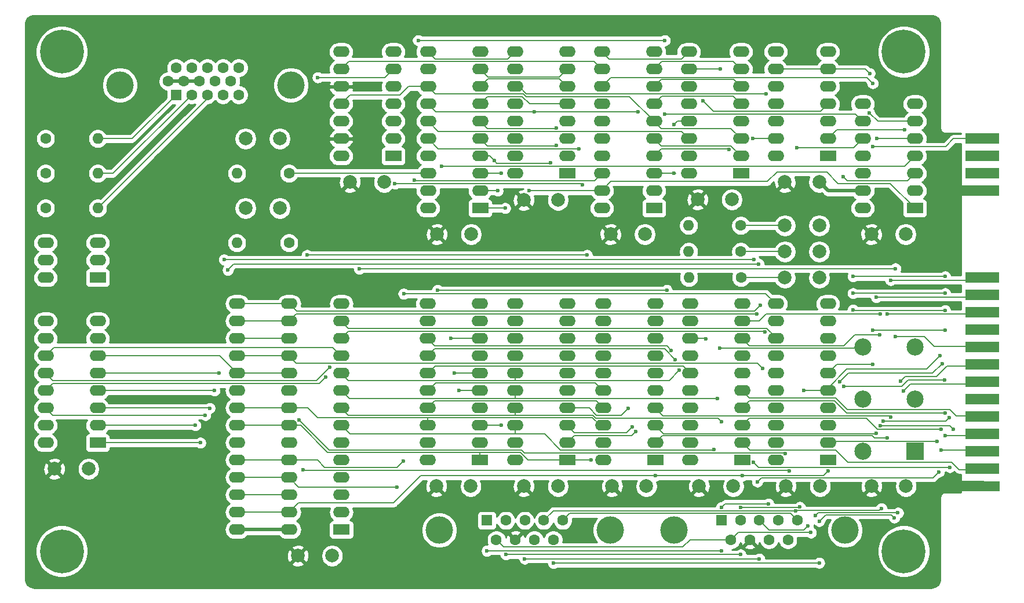
<source format=gbl>
G04 #@! TF.GenerationSoftware,KiCad,Pcbnew,5.1.10*
G04 #@! TF.CreationDate,2022-03-17T22:20:55-07:00*
G04 #@! TF.ProjectId,zf_vga,7a665f76-6761-42e6-9b69-6361645f7063,rev?*
G04 #@! TF.SameCoordinates,Original*
G04 #@! TF.FileFunction,Copper,L2,Bot*
G04 #@! TF.FilePolarity,Positive*
%FSLAX46Y46*%
G04 Gerber Fmt 4.6, Leading zero omitted, Abs format (unit mm)*
G04 Created by KiCad (PCBNEW 5.1.10) date 2022-03-17 22:20:55*
%MOMM*%
%LPD*%
G01*
G04 APERTURE LIST*
G04 #@! TA.AperFunction,ComponentPad*
%ADD10O,2.400000X1.600000*%
G04 #@! TD*
G04 #@! TA.AperFunction,ComponentPad*
%ADD11R,2.400000X1.600000*%
G04 #@! TD*
G04 #@! TA.AperFunction,ComponentPad*
%ADD12C,4.000000*%
G04 #@! TD*
G04 #@! TA.AperFunction,ComponentPad*
%ADD13C,1.600000*%
G04 #@! TD*
G04 #@! TA.AperFunction,ComponentPad*
%ADD14R,1.600000X1.600000*%
G04 #@! TD*
G04 #@! TA.AperFunction,ComponentPad*
%ADD15C,2.500000*%
G04 #@! TD*
G04 #@! TA.AperFunction,ComponentPad*
%ADD16R,2.500000X2.500000*%
G04 #@! TD*
G04 #@! TA.AperFunction,ComponentPad*
%ADD17C,2.000000*%
G04 #@! TD*
G04 #@! TA.AperFunction,ComponentPad*
%ADD18C,6.400000*%
G04 #@! TD*
G04 #@! TA.AperFunction,ComponentPad*
%ADD19O,1.600000X1.600000*%
G04 #@! TD*
G04 #@! TA.AperFunction,ConnectorPad*
%ADD20R,5.000000X1.500000*%
G04 #@! TD*
G04 #@! TA.AperFunction,ConnectorPad*
%ADD21C,0.100000*%
G04 #@! TD*
G04 #@! TA.AperFunction,ViaPad*
%ADD22C,0.600000*%
G04 #@! TD*
G04 #@! TA.AperFunction,Conductor*
%ADD23C,0.508000*%
G04 #@! TD*
G04 #@! TA.AperFunction,Conductor*
%ADD24C,0.152400*%
G04 #@! TD*
G04 #@! TA.AperFunction,Conductor*
%ADD25C,1.500000*%
G04 #@! TD*
G04 #@! TA.AperFunction,Conductor*
%ADD26C,0.254000*%
G04 #@! TD*
G04 #@! TA.AperFunction,Conductor*
%ADD27C,0.100000*%
G04 #@! TD*
G04 APERTURE END LIST*
D10*
X118219000Y-97804000D03*
X118219000Y-74944000D03*
X118219000Y-69864000D03*
X118219000Y-100344000D03*
X118219000Y-87644000D03*
X118219000Y-77484000D03*
X118219000Y-95264000D03*
X118219000Y-90184000D03*
X118219000Y-92724000D03*
X118219000Y-82564000D03*
X118219000Y-80024000D03*
X118219000Y-85104000D03*
X118219000Y-72404000D03*
X118219000Y-67324000D03*
D11*
X133459000Y-100344000D03*
D10*
X125839000Y-67324000D03*
X133459000Y-97804000D03*
X125839000Y-69864000D03*
X133459000Y-95264000D03*
X125839000Y-72404000D03*
X133459000Y-92724000D03*
X125839000Y-74944000D03*
X133459000Y-90184000D03*
X125839000Y-77484000D03*
X133459000Y-87644000D03*
X125839000Y-80024000D03*
X133459000Y-85104000D03*
X125839000Y-82564000D03*
X133459000Y-82564000D03*
X125839000Y-85104000D03*
X133459000Y-80024000D03*
X125839000Y-87644000D03*
X133459000Y-77484000D03*
X125839000Y-90184000D03*
X133459000Y-74944000D03*
X125839000Y-92724000D03*
X133459000Y-72404000D03*
X125839000Y-95264000D03*
X133459000Y-69864000D03*
X125839000Y-97804000D03*
X133459000Y-67324000D03*
X125839000Y-100344000D03*
D12*
X101104000Y-35358000D03*
X126104000Y-35358000D03*
D13*
X118449000Y-32818000D03*
X116159000Y-32818000D03*
X113869000Y-32818000D03*
X111579000Y-32818000D03*
X109289000Y-32818000D03*
X117304000Y-34798000D03*
X115014000Y-34798000D03*
X112724000Y-34798000D03*
X110434000Y-34798000D03*
X108144000Y-34798000D03*
X118449000Y-36778000D03*
X116159000Y-36778000D03*
X113869000Y-36778000D03*
X111579000Y-36778000D03*
D14*
X109289000Y-36778000D03*
D12*
X207040000Y-100414000D03*
X182040000Y-100414000D03*
D13*
X198695000Y-101834000D03*
X195925000Y-101834000D03*
X193155000Y-101834000D03*
X190385000Y-101834000D03*
X200080000Y-98994000D03*
X197310000Y-98994000D03*
X194540000Y-98994000D03*
X191770000Y-98994000D03*
D14*
X189000000Y-98994000D03*
D12*
X172759000Y-100414000D03*
X147759000Y-100414000D03*
D13*
X164414000Y-101834000D03*
X161644000Y-101834000D03*
X158874000Y-101834000D03*
X156104000Y-101834000D03*
X165799000Y-98994000D03*
X163029000Y-98994000D03*
X160259000Y-98994000D03*
X157489000Y-98994000D03*
D14*
X154719000Y-98994000D03*
D15*
X217239000Y-81294000D03*
X209619000Y-81294000D03*
X217239000Y-73674000D03*
X209619000Y-73674000D03*
X209619000Y-88914000D03*
D16*
X217239000Y-88914000D03*
D17*
X147414000Y-57164000D03*
X152414000Y-57164000D03*
D11*
X179139000Y-53354000D03*
D10*
X171519000Y-30494000D03*
X179139000Y-50814000D03*
X171519000Y-33034000D03*
X179139000Y-48274000D03*
X171519000Y-35574000D03*
X179139000Y-45734000D03*
X171519000Y-38114000D03*
X179139000Y-43194000D03*
X171519000Y-40654000D03*
X179139000Y-40654000D03*
X171519000Y-43194000D03*
X179139000Y-38114000D03*
X171519000Y-45734000D03*
X179139000Y-35574000D03*
X171519000Y-48274000D03*
X179139000Y-33034000D03*
X171519000Y-50814000D03*
X179139000Y-30494000D03*
X171519000Y-53354000D03*
D18*
X92619000Y-30494000D03*
X215619000Y-103494000D03*
X215619000Y-30494000D03*
X92619000Y-103494000D03*
D11*
X204539000Y-90184000D03*
D10*
X196919000Y-67324000D03*
X204539000Y-87644000D03*
X196919000Y-69864000D03*
X204539000Y-85104000D03*
X196919000Y-72404000D03*
X204539000Y-82564000D03*
X196919000Y-74944000D03*
X204539000Y-80024000D03*
X196919000Y-77484000D03*
X204539000Y-77484000D03*
X196919000Y-80024000D03*
X204539000Y-74944000D03*
X196919000Y-82564000D03*
X204539000Y-72404000D03*
X196919000Y-85104000D03*
X204539000Y-69864000D03*
X196919000Y-87644000D03*
X204539000Y-67324000D03*
X196919000Y-90184000D03*
D11*
X191839000Y-48274000D03*
D10*
X184219000Y-30494000D03*
X191839000Y-45734000D03*
X184219000Y-33034000D03*
X191839000Y-43194000D03*
X184219000Y-35574000D03*
X191839000Y-40654000D03*
X184219000Y-38114000D03*
X191839000Y-38114000D03*
X184219000Y-40654000D03*
X191839000Y-35574000D03*
X184219000Y-43194000D03*
X191839000Y-33034000D03*
X184219000Y-45734000D03*
X191839000Y-30494000D03*
X184219000Y-48274000D03*
D11*
X192039000Y-90184000D03*
D10*
X184419000Y-67324000D03*
X192039000Y-87644000D03*
X184419000Y-69864000D03*
X192039000Y-85104000D03*
X184419000Y-72404000D03*
X192039000Y-82564000D03*
X184419000Y-74944000D03*
X192039000Y-80024000D03*
X184419000Y-77484000D03*
X192039000Y-77484000D03*
X184419000Y-80024000D03*
X192039000Y-74944000D03*
X184419000Y-82564000D03*
X192039000Y-72404000D03*
X184419000Y-85104000D03*
X192039000Y-69864000D03*
X184419000Y-87644000D03*
X192039000Y-67324000D03*
X184419000Y-90184000D03*
D11*
X179339000Y-90184000D03*
D10*
X171719000Y-67324000D03*
X179339000Y-87644000D03*
X171719000Y-69864000D03*
X179339000Y-85104000D03*
X171719000Y-72404000D03*
X179339000Y-82564000D03*
X171719000Y-74944000D03*
X179339000Y-80024000D03*
X171719000Y-77484000D03*
X179339000Y-77484000D03*
X171719000Y-80024000D03*
X179339000Y-74944000D03*
X171719000Y-82564000D03*
X179339000Y-72404000D03*
X171719000Y-85104000D03*
X179339000Y-69864000D03*
X171719000Y-87644000D03*
X179339000Y-67324000D03*
X171719000Y-90184000D03*
D11*
X166439000Y-48274000D03*
D10*
X158819000Y-30494000D03*
X166439000Y-45734000D03*
X158819000Y-33034000D03*
X166439000Y-43194000D03*
X158819000Y-35574000D03*
X166439000Y-40654000D03*
X158819000Y-38114000D03*
X166439000Y-38114000D03*
X158819000Y-40654000D03*
X166439000Y-35574000D03*
X158819000Y-43194000D03*
X166439000Y-33034000D03*
X158819000Y-45734000D03*
X166439000Y-30494000D03*
X158819000Y-48274000D03*
D11*
X166439000Y-90184000D03*
D10*
X158819000Y-67324000D03*
X166439000Y-87644000D03*
X158819000Y-69864000D03*
X166439000Y-85104000D03*
X158819000Y-72404000D03*
X166439000Y-82564000D03*
X158819000Y-74944000D03*
X166439000Y-80024000D03*
X158819000Y-77484000D03*
X166439000Y-77484000D03*
X158819000Y-80024000D03*
X166439000Y-74944000D03*
X158819000Y-82564000D03*
X166439000Y-72404000D03*
X158819000Y-85104000D03*
X166439000Y-69864000D03*
X158819000Y-87644000D03*
X166439000Y-67324000D03*
X158819000Y-90184000D03*
X146050000Y-90184000D03*
X153670000Y-67324000D03*
X146050000Y-87644000D03*
X153670000Y-69864000D03*
X146050000Y-85104000D03*
X153670000Y-72404000D03*
X146050000Y-82564000D03*
X153670000Y-74944000D03*
X146050000Y-80024000D03*
X153670000Y-77484000D03*
X146050000Y-77484000D03*
X153670000Y-80024000D03*
X146050000Y-74944000D03*
X153670000Y-82564000D03*
X146050000Y-72404000D03*
X153670000Y-85104000D03*
X146050000Y-69864000D03*
X153670000Y-87644000D03*
X146050000Y-67324000D03*
D11*
X153670000Y-90184000D03*
X153739000Y-53354000D03*
D10*
X146119000Y-30494000D03*
X153739000Y-50814000D03*
X146119000Y-33034000D03*
X153739000Y-48274000D03*
X146119000Y-35574000D03*
X153739000Y-45734000D03*
X146119000Y-38114000D03*
X153739000Y-43194000D03*
X146119000Y-40654000D03*
X153739000Y-40654000D03*
X146119000Y-43194000D03*
X153739000Y-38114000D03*
X146119000Y-45734000D03*
X153739000Y-35574000D03*
X146119000Y-48274000D03*
X153739000Y-33034000D03*
X146119000Y-50814000D03*
X153739000Y-30494000D03*
X146119000Y-53354000D03*
X209619000Y-53354000D03*
X217239000Y-38114000D03*
X209619000Y-50814000D03*
X217239000Y-40654000D03*
X209619000Y-48274000D03*
X217239000Y-43194000D03*
X209619000Y-45734000D03*
X217239000Y-45734000D03*
X209619000Y-43194000D03*
X217239000Y-48274000D03*
X209619000Y-40654000D03*
X217239000Y-50814000D03*
X209619000Y-38114000D03*
D11*
X217239000Y-53354000D03*
X141039000Y-45734000D03*
D10*
X133419000Y-30494000D03*
X141039000Y-43194000D03*
X133419000Y-33034000D03*
X141039000Y-40654000D03*
X133419000Y-35574000D03*
X141039000Y-38114000D03*
X133419000Y-38114000D03*
X141039000Y-35574000D03*
X133419000Y-40654000D03*
X141039000Y-33034000D03*
X133419000Y-43194000D03*
X141039000Y-30494000D03*
X133419000Y-45734000D03*
D11*
X204539000Y-45734000D03*
D10*
X196919000Y-30494000D03*
X204539000Y-43194000D03*
X196919000Y-33034000D03*
X204539000Y-40654000D03*
X196919000Y-35574000D03*
X204539000Y-38114000D03*
X196919000Y-38114000D03*
X204539000Y-35574000D03*
X196919000Y-40654000D03*
X204539000Y-33034000D03*
X196919000Y-43194000D03*
X204539000Y-30494000D03*
X196919000Y-45734000D03*
X90239000Y-87644000D03*
X97859000Y-69864000D03*
X90239000Y-85104000D03*
X97859000Y-72404000D03*
X90239000Y-82564000D03*
X97859000Y-74944000D03*
X90239000Y-80024000D03*
X97859000Y-77484000D03*
X90239000Y-77484000D03*
X97859000Y-80024000D03*
X90239000Y-74944000D03*
X97859000Y-82564000D03*
X90239000Y-72404000D03*
X97859000Y-85104000D03*
X90239000Y-69864000D03*
D11*
X97859000Y-87644000D03*
D17*
X203269000Y-63514000D03*
X198269000Y-63514000D03*
X198269000Y-59704000D03*
X203269000Y-59704000D03*
X203269000Y-55894000D03*
X198269000Y-55894000D03*
X119449000Y-53354000D03*
X124449000Y-53354000D03*
X119449000Y-43194000D03*
X124449000Y-43194000D03*
D19*
X184219000Y-63514000D03*
D13*
X191839000Y-63514000D03*
X191824000Y-59704000D03*
D19*
X184204000Y-59704000D03*
X184204000Y-55894000D03*
D13*
X191824000Y-55894000D03*
D19*
X97859000Y-43194000D03*
D13*
X90239000Y-43194000D03*
D19*
X97859000Y-48274000D03*
D13*
X90239000Y-48274000D03*
D19*
X97859000Y-53354000D03*
D13*
X90239000Y-53354000D03*
X125799000Y-58434000D03*
D19*
X118179000Y-58434000D03*
X118179000Y-48274000D03*
D13*
X125799000Y-48274000D03*
D17*
X215929000Y-93994000D03*
X210929000Y-93994000D03*
X185514000Y-52084000D03*
X190514000Y-52084000D03*
X165114000Y-52164000D03*
X160114000Y-52164000D03*
X172789000Y-57164000D03*
X177789000Y-57164000D03*
X165114000Y-93994000D03*
X160114000Y-93994000D03*
X147345000Y-93994000D03*
X152345000Y-93994000D03*
X215889000Y-57164000D03*
X210889000Y-57164000D03*
X198269000Y-49544000D03*
X203269000Y-49544000D03*
X139714000Y-49544000D03*
X134714000Y-49544000D03*
X96534000Y-91454000D03*
X91534000Y-91454000D03*
X132109000Y-104154000D03*
X127109000Y-104154000D03*
X203389000Y-93994000D03*
X198389000Y-93994000D03*
X185714000Y-93994000D03*
X190714000Y-93994000D03*
X173014000Y-93994000D03*
X178014000Y-93994000D03*
D11*
X97859000Y-63514000D03*
D10*
X90239000Y-58434000D03*
X97859000Y-60974000D03*
X90239000Y-60974000D03*
X97859000Y-58434000D03*
X90239000Y-63514000D03*
D20*
X227119000Y-43194000D03*
X227119000Y-50814000D03*
X227119000Y-48274000D03*
X227119000Y-45734000D03*
X227119000Y-63514000D03*
X227119000Y-66054000D03*
X227119000Y-68594000D03*
X227119000Y-71134000D03*
X227119000Y-73674000D03*
X227119000Y-76214000D03*
X227119000Y-78754000D03*
X227119000Y-81294000D03*
X227119000Y-83834000D03*
X227119000Y-86374000D03*
X227119000Y-88914000D03*
X227119000Y-91454000D03*
G04 #@! TA.AperFunction,ConnectorPad*
D21*
G36*
X229619000Y-93244000D02*
G01*
X229619000Y-94744000D01*
X224619000Y-94744000D01*
X224619000Y-93244000D01*
X229619000Y-93244000D01*
G37*
G04 #@! TD.AperFunction*
D22*
X206808999Y-48744000D03*
X210570393Y-39404000D03*
X222359000Y-91214000D03*
X193691414Y-90491698D03*
X194228999Y-93334000D03*
X220768999Y-91884000D03*
X212150390Y-71864000D03*
X212158999Y-85134000D03*
X222878999Y-85684000D03*
X212158999Y-68833996D03*
X222308999Y-83964000D03*
X212660389Y-84474000D03*
X220518997Y-87414000D03*
X206836393Y-79394000D03*
X221609283Y-78485390D03*
X202065387Y-100770217D03*
X206307783Y-78712610D03*
X221228999Y-76074000D03*
X200998999Y-80024000D03*
X220918999Y-74914000D03*
X221668999Y-71144000D03*
X211093179Y-76174000D03*
X211093179Y-71144003D03*
X199848999Y-97613998D03*
X212368999Y-97243998D03*
X201588999Y-99764000D03*
X221668999Y-68305390D03*
X160249000Y-104594000D03*
X194539000Y-104594000D03*
X208208999Y-68224000D03*
X157489000Y-103974000D03*
X191779000Y-103974000D03*
X221668999Y-65795390D03*
X191769000Y-97085390D03*
X200418999Y-97024000D03*
X208208999Y-65795390D03*
X154719000Y-103437710D03*
X221668999Y-63330292D03*
X189000000Y-103437710D03*
X195838999Y-96554002D03*
X189000000Y-97085390D03*
X208208999Y-63330292D03*
X221088999Y-88694000D03*
X221089001Y-85684000D03*
X221668999Y-83314000D03*
X221668999Y-86563998D03*
X202698999Y-98294000D03*
X215568999Y-80074000D03*
X214777609Y-97883999D03*
X215168997Y-78644000D03*
X203278999Y-99084000D03*
X203279000Y-105194000D03*
X164423665Y-105231211D03*
X214248999Y-98593998D03*
X214408999Y-62167996D03*
X136068999Y-62208000D03*
X214418999Y-72093999D03*
X213188999Y-86894000D03*
X213188999Y-68843998D03*
X211621789Y-66382610D03*
X211628999Y-86274000D03*
X213717609Y-83852610D03*
X213718996Y-63884000D03*
X130008999Y-34244000D03*
X161649000Y-39230290D03*
X176788999Y-39232919D03*
X188778999Y-73804000D03*
X188788999Y-33034000D03*
X186278999Y-37633995D03*
X190078999Y-44762610D03*
X175368997Y-82594000D03*
X176498999Y-85994002D03*
X182048999Y-48274000D03*
X182048988Y-41164009D03*
X175928999Y-85304000D03*
X193552995Y-43167982D03*
X150638999Y-80024000D03*
X164839001Y-44164000D03*
X160928999Y-50814000D03*
X164878999Y-41635390D03*
X149990389Y-77483998D03*
X195478991Y-36624000D03*
X155768999Y-46404000D03*
X164048999Y-46694000D03*
X156297609Y-50814000D03*
X156810870Y-85109142D03*
X156861734Y-48273992D03*
X149461779Y-72404000D03*
X157388999Y-53354000D03*
X144098999Y-49256778D03*
X169948999Y-90184000D03*
X179358999Y-92444000D03*
X192028999Y-92444000D03*
X204539000Y-91794001D03*
X169338999Y-60193000D03*
X128459000Y-60204000D03*
X141278999Y-49774000D03*
X168719045Y-49920290D03*
X180738999Y-28814000D03*
X180738999Y-39593998D03*
X144678999Y-28813996D03*
X148088999Y-47234002D03*
X187908999Y-88599092D03*
X186698999Y-72414000D03*
X189008999Y-84564000D03*
X188420390Y-81194000D03*
X182844675Y-77048690D03*
X142489000Y-90283999D03*
X141619000Y-94094000D03*
X182258999Y-75465390D03*
X181668999Y-74114002D03*
X181009000Y-65334000D03*
X147498999Y-65334002D03*
X215778999Y-41914000D03*
X194418999Y-61534000D03*
X116879001Y-62374000D03*
X200030389Y-44484000D03*
X112859000Y-87644006D03*
X210638999Y-33644000D03*
X211668999Y-43184000D03*
X193718999Y-60863996D03*
X116328999Y-60870000D03*
X112119000Y-85104004D03*
X194638999Y-67574000D03*
X113587609Y-83594000D03*
X198345289Y-89247610D03*
X127269000Y-84323998D03*
X131158996Y-78043996D03*
X195048999Y-76764000D03*
X115608999Y-77489001D03*
X195358999Y-71424000D03*
X131759008Y-76603992D03*
X114918999Y-80014000D03*
X198878999Y-91742610D03*
X127849000Y-91544000D03*
X142558999Y-65864000D03*
X194142164Y-68816078D03*
X114218999Y-82584000D03*
X168128999Y-44684002D03*
X211089001Y-44334000D03*
X211099003Y-35093996D03*
D23*
X125839000Y-100344000D02*
X118219000Y-100344000D01*
D24*
X217239000Y-48274000D02*
X216179001Y-49333999D01*
X216179001Y-49333999D02*
X207398998Y-49333999D01*
X207398998Y-49333999D02*
X206808999Y-48744000D01*
X191839000Y-63514000D02*
X198269000Y-63514000D01*
X191824000Y-59704000D02*
X198269000Y-59704000D01*
X211820393Y-40654000D02*
X210570393Y-39404000D01*
X217239000Y-40654000D02*
X211820393Y-40654000D01*
X191824000Y-55894000D02*
X198269000Y-55894000D01*
D23*
X118449000Y-36778000D02*
X118449000Y-37194000D01*
X117304000Y-34798000D02*
X117304000Y-35249001D01*
X117304000Y-34798000D02*
X117642999Y-34798000D01*
X108144000Y-34798000D02*
X112724000Y-34798000D01*
X204539000Y-50814000D02*
X203269000Y-49544000D01*
X209619000Y-50814000D02*
X204539000Y-50814000D01*
X125839000Y-87644000D02*
X125299000Y-87644000D01*
D24*
X118718999Y-80024000D02*
X118728999Y-80014000D01*
X222359000Y-91342610D02*
X222230390Y-91214000D01*
X222230390Y-91214000D02*
X194413716Y-91214000D01*
X194413716Y-91214000D02*
X193691414Y-90491698D01*
X194228999Y-93334000D02*
X194809000Y-92753999D01*
X194809000Y-92753999D02*
X219899000Y-92753999D01*
X219899000Y-92753999D02*
X220768999Y-91884000D01*
X193067610Y-73432610D02*
X206870390Y-73432610D01*
X206870390Y-73432610D02*
X208439000Y-71864000D01*
X192039000Y-72404000D02*
X193067610Y-73432610D01*
X208439000Y-71864000D02*
X212150390Y-71864000D01*
X222328999Y-85134000D02*
X222878999Y-85684000D01*
X212158999Y-85134000D02*
X222328999Y-85134000D01*
X195509004Y-68833996D02*
X212158999Y-68833996D01*
X192039000Y-69864000D02*
X194479000Y-69864000D01*
X194479000Y-69864000D02*
X195509004Y-68833996D01*
X222308999Y-83964000D02*
X221798999Y-84474000D01*
X221798999Y-84474000D02*
X212660389Y-84474000D01*
X212639000Y-84438693D02*
X212660389Y-84460082D01*
X212660389Y-84460082D02*
X212660389Y-84474000D01*
X204539000Y-87644000D02*
X204759000Y-87424000D01*
X204759000Y-87424000D02*
X220508997Y-87424000D01*
X220508997Y-87424000D02*
X220518997Y-87414000D01*
X216237609Y-78485390D02*
X221609283Y-78485390D01*
X215328999Y-79394000D02*
X216237609Y-78485390D01*
X206836393Y-79394000D02*
X215328999Y-79394000D01*
X190385000Y-101834000D02*
X191448783Y-100770217D01*
X191448783Y-100770217D02*
X202065387Y-100770217D01*
X206307783Y-78712610D02*
X207566393Y-77454000D01*
X207566393Y-77454000D02*
X219848999Y-77454000D01*
X219848999Y-77454000D02*
X221228999Y-76074000D01*
X184388999Y-101834000D02*
X190385000Y-101834000D01*
X183348999Y-102874000D02*
X184388999Y-101834000D01*
X157144000Y-102874000D02*
X183348999Y-102874000D01*
X156104000Y-101834000D02*
X157144000Y-102874000D01*
X200060000Y-99014000D02*
X200060000Y-98974000D01*
X200080000Y-98994000D02*
X200060000Y-99014000D01*
X204539000Y-80024000D02*
X200998999Y-80024000D01*
X165799000Y-98994000D02*
X166827601Y-97965399D01*
X166827601Y-97965399D02*
X199051399Y-97965399D01*
X199051399Y-97965399D02*
X200080000Y-98994000D01*
X218978999Y-76854000D02*
X220918999Y-74914000D01*
X207308999Y-76854000D02*
X218978999Y-76854000D01*
X204539000Y-79623999D02*
X207308999Y-76854000D01*
X204539000Y-80024000D02*
X204539000Y-79623999D01*
X204639000Y-77384000D02*
X204539000Y-77484000D01*
X204539000Y-77484000D02*
X205849000Y-76174000D01*
X205849000Y-76174000D02*
X211093179Y-76174000D01*
X221668999Y-71144000D02*
X211093182Y-71144000D01*
X211093182Y-71144000D02*
X211093179Y-71144003D01*
X199768999Y-97554000D02*
X212058997Y-97554000D01*
X163029000Y-98994000D02*
X164409001Y-97613999D01*
X212058997Y-97554000D02*
X212368999Y-97243998D01*
X164409001Y-97613999D02*
X199709000Y-97613999D01*
X199709000Y-97613999D02*
X199768999Y-97554000D01*
X194543999Y-98997999D02*
X194540000Y-98994000D01*
X195915000Y-100369000D02*
X200983999Y-100369000D01*
X194540000Y-98994000D02*
X195915000Y-100369000D01*
X200983999Y-100369000D02*
X201588999Y-99764000D01*
X160469000Y-104594000D02*
X194539000Y-104594000D01*
X160377601Y-104502601D02*
X160469000Y-104594000D01*
X221668999Y-68305390D02*
X208300389Y-68305390D01*
X208300389Y-68305390D02*
X208218999Y-68224000D01*
X200357609Y-97085390D02*
X200418999Y-97024000D01*
X191769000Y-97085390D02*
X200357609Y-97085390D01*
X189396040Y-103974000D02*
X191779000Y-103974000D01*
X157489000Y-103974000D02*
X189396040Y-103974000D01*
X221668999Y-65795390D02*
X208410389Y-65795390D01*
X208410389Y-65795390D02*
X208218999Y-65604000D01*
X188956288Y-103443998D02*
X189000000Y-103487710D01*
X154719000Y-103443998D02*
X188956288Y-103443998D01*
X195838999Y-96554002D02*
X189531388Y-96554002D01*
X189531388Y-96554002D02*
X189020389Y-97065001D01*
X189020389Y-97065001D02*
X189000000Y-97065001D01*
X221668999Y-63330292D02*
X208362707Y-63330292D01*
X208362707Y-63330292D02*
X208208999Y-63484000D01*
D25*
X227119000Y-50814000D02*
X222748999Y-50814000D01*
X222398999Y-93994000D02*
X227119000Y-93994000D01*
D23*
X171519000Y-53354000D02*
X171302599Y-53570401D01*
X185488999Y-52084000D02*
X185514000Y-52084000D01*
X209619000Y-53354000D02*
X209438999Y-53534001D01*
D24*
X223688999Y-91544000D02*
X227029000Y-91544000D01*
X222628999Y-90484000D02*
X223688999Y-91544000D01*
X205699000Y-88714000D02*
X207469000Y-90484000D01*
X193109000Y-88714000D02*
X205699000Y-88714000D01*
X207469000Y-90484000D02*
X222628999Y-90484000D01*
X192039000Y-87644000D02*
X193109000Y-88714000D01*
X227089000Y-88704000D02*
X221098999Y-88704000D01*
X221098999Y-88704000D02*
X221088999Y-88694000D01*
X211808999Y-85684000D02*
X220959003Y-85684000D01*
X210200389Y-84075390D02*
X211808999Y-85684000D01*
X220959003Y-85684000D02*
X221089001Y-85813998D01*
X193067610Y-84075390D02*
X210200389Y-84075390D01*
X192039000Y-85104000D02*
X193067610Y-84075390D01*
X226919000Y-86574000D02*
X222641329Y-86574000D01*
X222641329Y-86574000D02*
X222632728Y-86582601D01*
X222632728Y-86582601D02*
X221697602Y-86582601D01*
X221697602Y-86582601D02*
X221678999Y-86563998D01*
X193067610Y-81535390D02*
X192039000Y-82564000D01*
X205490389Y-81535390D02*
X193067610Y-81535390D01*
X207268999Y-83314000D02*
X205490389Y-81535390D01*
X221709000Y-83314000D02*
X207268999Y-83314000D01*
X223268999Y-83694000D02*
X226979000Y-83694000D01*
X222348999Y-82774000D02*
X223268999Y-83694000D01*
X205647609Y-81052610D02*
X207368999Y-82774000D01*
X193067610Y-81052610D02*
X205647609Y-81052610D01*
X207368999Y-82774000D02*
X222348999Y-82774000D01*
X192039000Y-80024000D02*
X193067610Y-81052610D01*
X216618999Y-79024000D02*
X215568999Y-80074000D01*
X226849000Y-79024000D02*
X216618999Y-79024000D01*
X227119000Y-78754000D02*
X226849000Y-79024000D01*
X214752421Y-97858811D02*
X214777609Y-97883999D01*
X203134188Y-97858811D02*
X214752421Y-97858811D01*
X202698999Y-98294000D02*
X203134188Y-97858811D01*
X203268999Y-104983999D02*
X203279000Y-104994000D01*
X203021788Y-105231211D02*
X164423665Y-105231211D01*
X215858997Y-77954000D02*
X215168997Y-78644000D01*
X221898999Y-76464000D02*
X220408999Y-77954000D01*
X226869000Y-76464000D02*
X221898999Y-76464000D01*
X220408999Y-77954000D02*
X215858997Y-77954000D01*
X227119000Y-76214000D02*
X226869000Y-76464000D01*
X204198999Y-98164000D02*
X213819001Y-98164000D01*
X213819001Y-98164000D02*
X214248999Y-98593998D01*
X203278999Y-99084000D02*
X204198999Y-98164000D01*
X214368995Y-62208000D02*
X214408999Y-62167996D01*
X136068999Y-62208000D02*
X214368995Y-62208000D01*
X214418999Y-72093999D02*
X214448999Y-72123999D01*
X214448999Y-72123999D02*
X218638999Y-72123999D01*
X222291679Y-73584000D02*
X227029000Y-73584000D01*
X218638999Y-72123999D02*
X220099000Y-73584000D01*
X220099000Y-73584000D02*
X222291679Y-73584000D01*
X211338999Y-86894000D02*
X213188999Y-86894000D01*
X211053810Y-86608811D02*
X211338999Y-86894000D01*
X180374189Y-86608811D02*
X211053810Y-86608811D01*
X179339000Y-87644000D02*
X180374189Y-86608811D01*
X225859000Y-68834000D02*
X213198997Y-68834000D01*
X213198997Y-68834000D02*
X213188999Y-68843998D01*
X227119000Y-66324000D02*
X211807604Y-66324000D01*
X211807604Y-66324000D02*
X211748994Y-66382610D01*
X211508999Y-86304000D02*
X211628999Y-86424000D01*
X180539000Y-86304000D02*
X211508999Y-86304000D01*
X179339000Y-85104000D02*
X180539000Y-86304000D01*
X180489000Y-83714000D02*
X213578999Y-83714000D01*
X179339000Y-82564000D02*
X180489000Y-83714000D01*
X213578999Y-83714000D02*
X213717609Y-83852610D01*
X225898995Y-63884000D02*
X213718996Y-63884000D01*
X97859000Y-43194000D02*
X102873000Y-43194000D01*
X102873000Y-43194000D02*
X109289000Y-36778000D01*
X97859000Y-48274000D02*
X100083000Y-48274000D01*
X100083000Y-48274000D02*
X111579000Y-36778000D01*
X97859000Y-53354000D02*
X113869000Y-37344000D01*
X113869000Y-37344000D02*
X113869000Y-36778000D01*
X139829000Y-34244000D02*
X130008999Y-34244000D01*
X141039000Y-33034000D02*
X139829000Y-34244000D01*
X146049000Y-48204000D02*
X146119000Y-48274000D01*
X125799000Y-48274000D02*
X125869000Y-48204000D01*
X125869000Y-48204000D02*
X146049000Y-48204000D01*
X183190390Y-31522610D02*
X172547610Y-31522610D01*
X172547610Y-31522610D02*
X171519000Y-30494000D01*
X184219000Y-30494000D02*
X183190390Y-31522610D01*
X146119000Y-38114000D02*
X147235290Y-39230290D01*
X147235290Y-39230290D02*
X161649000Y-39230290D01*
X161649000Y-39230290D02*
X176786370Y-39230290D01*
X176786370Y-39230290D02*
X176788999Y-39232919D01*
X190339000Y-44234000D02*
X191839000Y-45734000D01*
X180179000Y-44234000D02*
X190339000Y-44234000D01*
X179139000Y-43194000D02*
X180179000Y-44234000D01*
X184219000Y-33034000D02*
X188788999Y-33034000D01*
X209619000Y-73674000D02*
X209489000Y-73804000D01*
X209489000Y-73804000D02*
X188778999Y-73804000D01*
X175570390Y-37085390D02*
X179139000Y-40654000D01*
X160456389Y-37085390D02*
X175570390Y-37085390D01*
X160024999Y-36654000D02*
X160456389Y-37085390D01*
X147199000Y-36654000D02*
X160024999Y-36654000D01*
X146119000Y-35574000D02*
X147199000Y-36654000D01*
X182302717Y-41692610D02*
X180177610Y-41692610D01*
X182302727Y-41692600D02*
X182302717Y-41692610D01*
X190337600Y-41692600D02*
X182302727Y-41692600D01*
X180177610Y-41692610D02*
X179139000Y-40654000D01*
X191839000Y-43194000D02*
X190337600Y-41692600D01*
X146119000Y-35574000D02*
X143288999Y-35574000D01*
X143288999Y-35574000D02*
X142028999Y-36834000D01*
X142028999Y-36834000D02*
X134699000Y-36834000D01*
X134699000Y-36834000D02*
X133419000Y-38114000D01*
X187789001Y-39143997D02*
X186278999Y-37633995D01*
X204539000Y-38114000D02*
X203509003Y-39143997D01*
X203509003Y-39143997D02*
X187789001Y-39143997D01*
X191799000Y-40694000D02*
X191839000Y-40654000D01*
X190020389Y-44704000D02*
X190078999Y-44762610D01*
X179139000Y-45734000D02*
X180169000Y-44704000D01*
X180169000Y-44704000D02*
X190020389Y-44704000D01*
X169719000Y-82564000D02*
X170748999Y-83593999D01*
X166439000Y-82564000D02*
X169719000Y-82564000D01*
X170748999Y-83593999D02*
X174368998Y-83593999D01*
X174368998Y-83593999D02*
X175368997Y-82594000D01*
X175889001Y-86604000D02*
X176498999Y-85994002D01*
X167479000Y-86604000D02*
X175889001Y-86604000D01*
X166439000Y-87644000D02*
X167479000Y-86604000D01*
X180264010Y-36988990D02*
X190713990Y-36988990D01*
X190713990Y-36988990D02*
X191839000Y-38114000D01*
X179139000Y-38114000D02*
X180264010Y-36988990D01*
X182258999Y-48274000D02*
X182268999Y-48284000D01*
X179139000Y-48274000D02*
X182258999Y-48274000D01*
X166439000Y-85104000D02*
X167468997Y-86133997D01*
X167468997Y-86133997D02*
X175099002Y-86133997D01*
X175099002Y-86133997D02*
X175928999Y-85304000D01*
X182558997Y-40654000D02*
X182048988Y-41164009D01*
X184219000Y-40654000D02*
X182558997Y-40654000D01*
X190810390Y-34545390D02*
X191839000Y-35574000D01*
X179139000Y-35574000D02*
X180167610Y-34545390D01*
X180167610Y-34545390D02*
X190810390Y-34545390D01*
X183189000Y-42164000D02*
X184219000Y-43194000D01*
X147629000Y-42164000D02*
X183189000Y-42164000D01*
X146119000Y-40654000D02*
X147629000Y-42164000D01*
X190713990Y-31908990D02*
X180264010Y-31908990D01*
X180264010Y-31908990D02*
X179139000Y-33034000D01*
X191839000Y-33034000D02*
X190713990Y-31908990D01*
X196892982Y-43167982D02*
X193552995Y-43167982D01*
X196919000Y-43194000D02*
X196892982Y-43167982D01*
X146119000Y-30494000D02*
X147147610Y-31522610D01*
X147147610Y-31522610D02*
X157790390Y-31522610D01*
X157790390Y-31522610D02*
X158819000Y-30494000D01*
X150639003Y-80023996D02*
X150638999Y-80024000D01*
X153670000Y-80023996D02*
X150639003Y-80023996D01*
X164769001Y-44234000D02*
X164839001Y-44164000D01*
X154779000Y-44234000D02*
X164769001Y-44234000D01*
X153739000Y-43194000D02*
X154779000Y-44234000D01*
X171519000Y-50814000D02*
X160928999Y-50814000D01*
X213609000Y-49724000D02*
X217239000Y-53354000D01*
X206048999Y-49724000D02*
X213609000Y-49724000D01*
X204398999Y-48074000D02*
X206048999Y-49724000D01*
X195708999Y-49464000D02*
X197098999Y-48074000D01*
X172869000Y-49464000D02*
X195708999Y-49464000D01*
X197098999Y-48074000D02*
X204398999Y-48074000D01*
X171519000Y-50814000D02*
X172869000Y-49464000D01*
X164831779Y-41682610D02*
X164878999Y-41635390D01*
X153739000Y-40654000D02*
X154767610Y-41682610D01*
X154767610Y-41682610D02*
X164831779Y-41682610D01*
X153670000Y-77484000D02*
X149990391Y-77484000D01*
X149990391Y-77484000D02*
X149990389Y-77483998D01*
X160502999Y-36624000D02*
X195478991Y-36624000D01*
X159452999Y-35574000D02*
X160502999Y-36624000D01*
X158819000Y-35574000D02*
X159452999Y-35574000D01*
X163968999Y-46774000D02*
X164048999Y-46694000D01*
X156138999Y-46774000D02*
X163968999Y-46774000D01*
X155768999Y-46404000D02*
X156138999Y-46774000D01*
X153739000Y-45734000D02*
X155098999Y-45734000D01*
X155098999Y-45734000D02*
X155768999Y-46404000D01*
X153739000Y-50814000D02*
X156297609Y-50814000D01*
X160976999Y-38114000D02*
X166439000Y-38114000D01*
X159896999Y-37034000D02*
X160976999Y-38114000D01*
X154819000Y-37034000D02*
X159896999Y-37034000D01*
X153739000Y-38114000D02*
X154819000Y-37034000D01*
X156805728Y-85104000D02*
X156810870Y-85109142D01*
X153670000Y-85104000D02*
X156805728Y-85104000D01*
X156861726Y-48274000D02*
X156861734Y-48273992D01*
X153739000Y-48274000D02*
X156861726Y-48274000D01*
X154849000Y-34464000D02*
X153739000Y-35574000D01*
X165329000Y-34464000D02*
X154849000Y-34464000D01*
X166439000Y-35574000D02*
X165329000Y-34464000D01*
X153670000Y-72404000D02*
X149461779Y-72404000D01*
X153739000Y-53354000D02*
X157289001Y-53354000D01*
X154859000Y-34154000D02*
X165319000Y-34154000D01*
X153739000Y-33034000D02*
X154859000Y-34154000D01*
X165319000Y-34154000D02*
X166439000Y-33034000D01*
X144144831Y-49302610D02*
X144098999Y-49256778D01*
X165056110Y-49302610D02*
X144144831Y-49302610D01*
X165056119Y-49302601D02*
X165056110Y-49302610D01*
X170490399Y-49302601D02*
X165056119Y-49302601D01*
X171519000Y-48274000D02*
X170490399Y-49302601D01*
X166439000Y-90184000D02*
X169948999Y-90184000D01*
X153688999Y-90165001D02*
X153670000Y-90184000D01*
X153688999Y-89064000D02*
X153688999Y-90165001D01*
X125839000Y-85104000D02*
X118219000Y-85104000D01*
X127499000Y-85104000D02*
X125839000Y-85104000D01*
X131439000Y-89044000D02*
X127499000Y-85104000D01*
X159588999Y-89044000D02*
X131439000Y-89044000D01*
X160728999Y-90184000D02*
X159588999Y-89044000D01*
X166439000Y-90184000D02*
X160728999Y-90184000D01*
X203889001Y-92444000D02*
X204539000Y-91794001D01*
X145089000Y-92444000D02*
X203889001Y-92444000D01*
X141079000Y-96454000D02*
X145089000Y-92444000D01*
X127189000Y-96454000D02*
X141079000Y-96454000D01*
X125839000Y-97804000D02*
X127189000Y-96454000D01*
X118219000Y-97804000D02*
X125839000Y-97804000D01*
X125839000Y-95264000D02*
X118219000Y-95264000D01*
X169338999Y-60283000D02*
X169259999Y-60204000D01*
X169259999Y-60204000D02*
X128883264Y-60204000D01*
X128883264Y-60204000D02*
X128459000Y-60204000D01*
X141290389Y-49785390D02*
X141278999Y-49774000D01*
X168584145Y-49785390D02*
X141290389Y-49785390D01*
X168719045Y-49920290D02*
X168584145Y-49785390D01*
X170393990Y-31908990D02*
X171519000Y-33034000D01*
X134544010Y-31908990D02*
X170393990Y-31908990D01*
X133419000Y-33034000D02*
X134544010Y-31908990D01*
X185976667Y-39593998D02*
X180738999Y-39593998D01*
X208558998Y-39593998D02*
X185976667Y-39593998D01*
X209619000Y-40654000D02*
X208558998Y-39593998D01*
X180738999Y-28814000D02*
X144679003Y-28814000D01*
X144679003Y-28814000D02*
X144678999Y-28813996D01*
X215738998Y-47234002D02*
X148088999Y-47234002D01*
X217239000Y-45734000D02*
X215738998Y-47234002D01*
X158819000Y-86353999D02*
X158818999Y-86354000D01*
X158819000Y-85104000D02*
X158819000Y-86353999D01*
X187794095Y-88713996D02*
X187908999Y-88599092D01*
X133459000Y-85104000D02*
X134719000Y-86364000D01*
X163139000Y-86364000D02*
X165488996Y-88713996D01*
X165488996Y-88713996D02*
X187794095Y-88713996D01*
X134719000Y-86364000D02*
X163139000Y-86364000D01*
X158830390Y-83592610D02*
X158830390Y-82564000D01*
X184369000Y-72354000D02*
X184419000Y-72404000D01*
X134487610Y-83592610D02*
X158830390Y-83592610D01*
X184419000Y-72404000D02*
X186688999Y-72404000D01*
X186688999Y-72404000D02*
X186698999Y-72414000D01*
X170663811Y-84018811D02*
X188463810Y-84018811D01*
X158830390Y-83592610D02*
X170237610Y-83592610D01*
X170237610Y-83592610D02*
X170663811Y-84018811D01*
X188463810Y-84018811D02*
X189008999Y-84564000D01*
X133459000Y-82564000D02*
X134487610Y-83592610D01*
X188280390Y-81194000D02*
X188420390Y-81054000D01*
X134629000Y-81194000D02*
X188280390Y-81194000D01*
X133459000Y-80024000D02*
X134629000Y-81194000D01*
X158819000Y-80024000D02*
X158819000Y-81154001D01*
X158847610Y-77512610D02*
X158819000Y-77484000D01*
X158847610Y-78512610D02*
X158847610Y-77512610D01*
X157790390Y-78512610D02*
X158847610Y-78512610D01*
X134487610Y-78512610D02*
X157790390Y-78512610D01*
X133459000Y-77484000D02*
X134487610Y-78512610D01*
X158847610Y-78512610D02*
X181380755Y-78512610D01*
X181380755Y-78512610D02*
X182844675Y-77048690D01*
X146068999Y-85085001D02*
X146050000Y-85104000D01*
X146068999Y-83944000D02*
X146068999Y-85085001D01*
X171263999Y-85104000D02*
X171719000Y-85104000D01*
X170103999Y-83944000D02*
X171263999Y-85104000D01*
X146068999Y-83944000D02*
X170103999Y-83944000D01*
X118008999Y-82564000D02*
X118028999Y-82584000D01*
X125839000Y-82564000D02*
X118219000Y-82564000D01*
X128579000Y-82564000D02*
X125839000Y-82564000D01*
X129959000Y-83944000D02*
X128579000Y-82564000D01*
X146068999Y-83944000D02*
X129959000Y-83944000D01*
X146078999Y-82564000D02*
X147107609Y-81535390D01*
X147107609Y-81535390D02*
X170690390Y-81535390D01*
X146050000Y-82564000D02*
X146078999Y-82564000D01*
X170690390Y-81535390D02*
X171719000Y-82564000D01*
X118219000Y-90184000D02*
X125839000Y-90184000D01*
X141559001Y-91213998D02*
X142489000Y-90283999D01*
X130988998Y-91213998D02*
X141559001Y-91213998D01*
X129959000Y-90184000D02*
X130988998Y-91213998D01*
X125839000Y-90184000D02*
X129959000Y-90184000D01*
X170549000Y-78854000D02*
X171719000Y-80024000D01*
X147238999Y-78854000D02*
X170549000Y-78854000D01*
X146068999Y-80024000D02*
X147238999Y-78854000D01*
X146050000Y-80024000D02*
X146068999Y-80024000D01*
X127209000Y-94094000D02*
X141619000Y-94094000D01*
X125839000Y-92724000D02*
X127209000Y-94094000D01*
X118219000Y-92724000D02*
X125839000Y-92724000D01*
X146108999Y-77484000D02*
X147158999Y-76434000D01*
X183369000Y-76434000D02*
X184419000Y-77484000D01*
X146050000Y-77484000D02*
X146108999Y-77484000D01*
X147158999Y-76434000D02*
X183369000Y-76434000D01*
X180707609Y-73914000D02*
X182258999Y-75465390D01*
X147080000Y-73914000D02*
X180707609Y-73914000D01*
X146050000Y-74944000D02*
X147080000Y-73914000D01*
X147100000Y-73454000D02*
X181008997Y-73454000D01*
X181008997Y-73454000D02*
X181668999Y-74114002D01*
X146050000Y-72404000D02*
X147100000Y-73454000D01*
X181009000Y-65334000D02*
X147499001Y-65334000D01*
X147499001Y-65334000D02*
X147498999Y-65334002D01*
X204539000Y-43194000D02*
X205819000Y-41914000D01*
X205819000Y-41914000D02*
X215778999Y-41914000D01*
X208329000Y-44484000D02*
X200030389Y-44484000D01*
X209619000Y-43194000D02*
X208329000Y-44484000D01*
X117719001Y-61534000D02*
X116879001Y-62374000D01*
X194418999Y-61534000D02*
X117719001Y-61534000D01*
X112858994Y-87644000D02*
X112859000Y-87644006D01*
X97859000Y-87644000D02*
X112858994Y-87644000D01*
X196919000Y-33034000D02*
X204539000Y-33034000D01*
X204539000Y-33034000D02*
X210028999Y-33034000D01*
X210028999Y-33034000D02*
X210638999Y-33644000D01*
X217239000Y-43194000D02*
X211678999Y-43194000D01*
X211678999Y-43194000D02*
X211668999Y-43184000D01*
X193688999Y-60870000D02*
X116328999Y-60870000D01*
X97859000Y-85104000D02*
X112118996Y-85104000D01*
X112118996Y-85104000D02*
X112119000Y-85104004D01*
X90239000Y-82564000D02*
X91269000Y-83594000D01*
X193798999Y-68414000D02*
X194638999Y-67574000D01*
X126929000Y-68414000D02*
X193798999Y-68414000D01*
X125839000Y-67324000D02*
X126929000Y-68414000D01*
X118219000Y-67324000D02*
X125839000Y-67324000D01*
X113587609Y-83594000D02*
X91269000Y-83594000D01*
X115679000Y-74944000D02*
X118219000Y-77484000D01*
X97859000Y-74944000D02*
X115679000Y-74944000D01*
X118219000Y-77484000D02*
X125839000Y-77484000D01*
X131649002Y-88704000D02*
X127269000Y-84323998D01*
X198345289Y-89247610D02*
X198251679Y-89154000D01*
X198251679Y-89154000D02*
X160248999Y-89154000D01*
X160248999Y-89154000D02*
X159798999Y-88704000D01*
X159798999Y-88704000D02*
X131649002Y-88704000D01*
X196919000Y-72194001D02*
X196919000Y-72404000D01*
X195617609Y-70892610D02*
X196919000Y-72194001D01*
X134487610Y-70892610D02*
X195617609Y-70892610D01*
X133459000Y-69864000D02*
X134487610Y-70892610D01*
X130208992Y-78994000D02*
X131158996Y-78043996D01*
X91269000Y-78994000D02*
X130208992Y-78994000D01*
X90239000Y-80024000D02*
X91269000Y-78994000D01*
X97859000Y-77484000D02*
X115668999Y-77484000D01*
X115668999Y-77484000D02*
X115674000Y-77489001D01*
X118219000Y-74944000D02*
X125839000Y-74944000D01*
X194278999Y-75994000D02*
X195048999Y-76764000D01*
X126889000Y-75994000D02*
X194278999Y-75994000D01*
X125839000Y-74944000D02*
X126889000Y-75994000D01*
X129849002Y-78513998D02*
X131759008Y-76603992D01*
X90239000Y-77484000D02*
X91268998Y-78513998D01*
X91268998Y-78513998D02*
X129849002Y-78513998D01*
X195310389Y-71375390D02*
X195358999Y-71424000D01*
X134487610Y-71375390D02*
X195310389Y-71375390D01*
X133459000Y-72404000D02*
X134487610Y-71375390D01*
X97869000Y-80014000D02*
X97859000Y-80024000D01*
X114918999Y-80014000D02*
X97869000Y-80014000D01*
X118219000Y-72404000D02*
X125839000Y-72404000D01*
X127999000Y-91694000D02*
X127849000Y-91544000D01*
X198830389Y-91694000D02*
X127999000Y-91694000D01*
X198878999Y-91742610D02*
X198830389Y-91694000D01*
X195459000Y-65864000D02*
X142558999Y-65864000D01*
X196919000Y-67324000D02*
X195459000Y-65864000D01*
X91489000Y-73694000D02*
X90239000Y-74944000D01*
X132209000Y-73694000D02*
X91489000Y-73694000D01*
X133459000Y-74944000D02*
X132209000Y-73694000D01*
X126886922Y-68816078D02*
X194142164Y-68816078D01*
X125839000Y-69864000D02*
X126886922Y-68816078D01*
X118219000Y-69864000D02*
X125839000Y-69864000D01*
X114198999Y-82564000D02*
X114218999Y-82584000D01*
X97859000Y-82564000D02*
X114198999Y-82564000D01*
X222888999Y-43194000D02*
X221748999Y-44334000D01*
X227119000Y-43194000D02*
X222888999Y-43194000D01*
X221748999Y-44334000D02*
X211089001Y-44334000D01*
X210239012Y-34234005D02*
X211099003Y-35093996D01*
X171519000Y-35574000D02*
X172858995Y-34234005D01*
X172858995Y-34234005D02*
X210239012Y-34234005D01*
X146119000Y-43194000D02*
X147617601Y-44692601D01*
X147617601Y-44692601D02*
X165232728Y-44692601D01*
X165232728Y-44692601D02*
X165241327Y-44684002D01*
X165241327Y-44684002D02*
X168198999Y-44684002D01*
D26*
X88585352Y-25179000D02*
X219652646Y-25179000D01*
X219746954Y-25169711D01*
X219878658Y-25182625D01*
X220128428Y-25258035D01*
X220358791Y-25380522D01*
X220560979Y-25545422D01*
X220727285Y-25746450D01*
X220851377Y-25975954D01*
X220928530Y-26225195D01*
X220958999Y-26515089D01*
X220959000Y-41686571D01*
X220955806Y-41719000D01*
X220968549Y-41848383D01*
X221006289Y-41972793D01*
X221067574Y-42087450D01*
X221150051Y-42187948D01*
X221250549Y-42270425D01*
X221365206Y-42331710D01*
X221489616Y-42369450D01*
X221586580Y-42379000D01*
X221618999Y-42382193D01*
X221651418Y-42379000D01*
X223987330Y-42379000D01*
X223980928Y-42444000D01*
X223980928Y-42482800D01*
X222923916Y-42482800D01*
X222888998Y-42479361D01*
X222854080Y-42482800D01*
X222854063Y-42482800D01*
X222749579Y-42493091D01*
X222615518Y-42533758D01*
X222564492Y-42561032D01*
X222491965Y-42599798D01*
X222410807Y-42666403D01*
X222410803Y-42666407D01*
X222383672Y-42688673D01*
X222361406Y-42715804D01*
X221454412Y-43622800D01*
X219008496Y-43622800D01*
X219053236Y-43475309D01*
X219080943Y-43194000D01*
X219053236Y-42912691D01*
X218971182Y-42642192D01*
X218837932Y-42392899D01*
X218658608Y-42174392D01*
X218440101Y-41995068D01*
X218307142Y-41924000D01*
X218440101Y-41852932D01*
X218658608Y-41673608D01*
X218837932Y-41455101D01*
X218971182Y-41205808D01*
X219053236Y-40935309D01*
X219080943Y-40654000D01*
X219053236Y-40372691D01*
X218971182Y-40102192D01*
X218837932Y-39852899D01*
X218658608Y-39634392D01*
X218440101Y-39455068D01*
X218307142Y-39384000D01*
X218440101Y-39312932D01*
X218658608Y-39133608D01*
X218837932Y-38915101D01*
X218971182Y-38665808D01*
X219053236Y-38395309D01*
X219080943Y-38114000D01*
X219053236Y-37832691D01*
X218971182Y-37562192D01*
X218837932Y-37312899D01*
X218658608Y-37094392D01*
X218440101Y-36915068D01*
X218190808Y-36781818D01*
X217920309Y-36699764D01*
X217709492Y-36679000D01*
X216768508Y-36679000D01*
X216557691Y-36699764D01*
X216287192Y-36781818D01*
X216037899Y-36915068D01*
X215819392Y-37094392D01*
X215640068Y-37312899D01*
X215506818Y-37562192D01*
X215424764Y-37832691D01*
X215397057Y-38114000D01*
X215424764Y-38395309D01*
X215506818Y-38665808D01*
X215640068Y-38915101D01*
X215819392Y-39133608D01*
X216037899Y-39312932D01*
X216170858Y-39384000D01*
X216037899Y-39455068D01*
X215819392Y-39634392D01*
X215640068Y-39852899D01*
X215592015Y-39942800D01*
X212114981Y-39942800D01*
X211505393Y-39333213D01*
X211505393Y-39311911D01*
X211469461Y-39131271D01*
X211398979Y-38961111D01*
X211296655Y-38807972D01*
X211282669Y-38793986D01*
X211351182Y-38665808D01*
X211433236Y-38395309D01*
X211460943Y-38114000D01*
X211433236Y-37832691D01*
X211351182Y-37562192D01*
X211217932Y-37312899D01*
X211038608Y-37094392D01*
X210820101Y-36915068D01*
X210570808Y-36781818D01*
X210300309Y-36699764D01*
X210089492Y-36679000D01*
X209148508Y-36679000D01*
X208937691Y-36699764D01*
X208667192Y-36781818D01*
X208417899Y-36915068D01*
X208199392Y-37094392D01*
X208020068Y-37312899D01*
X207886818Y-37562192D01*
X207804764Y-37832691D01*
X207777057Y-38114000D01*
X207804764Y-38395309D01*
X207886818Y-38665808D01*
X208002802Y-38882798D01*
X206155198Y-38882798D01*
X206271182Y-38665808D01*
X206353236Y-38395309D01*
X206380943Y-38114000D01*
X206353236Y-37832691D01*
X206271182Y-37562192D01*
X206137932Y-37312899D01*
X205958608Y-37094392D01*
X205740101Y-36915068D01*
X205607142Y-36844000D01*
X205740101Y-36772932D01*
X205958608Y-36593608D01*
X206137932Y-36375101D01*
X206271182Y-36125808D01*
X206353236Y-35855309D01*
X206380943Y-35574000D01*
X206353236Y-35292691D01*
X206271182Y-35022192D01*
X206230032Y-34945205D01*
X209944425Y-34945205D01*
X210164003Y-35164783D01*
X210164003Y-35186085D01*
X210199935Y-35366725D01*
X210270417Y-35536885D01*
X210372741Y-35690024D01*
X210502975Y-35820258D01*
X210656114Y-35922582D01*
X210826274Y-35993064D01*
X211006914Y-36028996D01*
X211191092Y-36028996D01*
X211371732Y-35993064D01*
X211541892Y-35922582D01*
X211695031Y-35820258D01*
X211825265Y-35690024D01*
X211927589Y-35536885D01*
X211998071Y-35366725D01*
X212034003Y-35186085D01*
X212034003Y-35001907D01*
X211998071Y-34821267D01*
X211927589Y-34651107D01*
X211825265Y-34497968D01*
X211695031Y-34367734D01*
X211541892Y-34265410D01*
X211390266Y-34202605D01*
X211467585Y-34086889D01*
X211538067Y-33916729D01*
X211573999Y-33736089D01*
X211573999Y-33551911D01*
X211538067Y-33371271D01*
X211467585Y-33201111D01*
X211365261Y-33047972D01*
X211235027Y-32917738D01*
X211081888Y-32815414D01*
X210911728Y-32744932D01*
X210731088Y-32709000D01*
X210709787Y-32709000D01*
X210556600Y-32555814D01*
X210534326Y-32528673D01*
X210426032Y-32439798D01*
X210302480Y-32373758D01*
X210168419Y-32333091D01*
X210063935Y-32322800D01*
X210063925Y-32322800D01*
X210028999Y-32319360D01*
X209994073Y-32322800D01*
X206185985Y-32322800D01*
X206137932Y-32232899D01*
X205958608Y-32014392D01*
X205740101Y-31835068D01*
X205607142Y-31764000D01*
X205740101Y-31692932D01*
X205958608Y-31513608D01*
X206137932Y-31295101D01*
X206271182Y-31045808D01*
X206353236Y-30775309D01*
X206380943Y-30494000D01*
X206353236Y-30212691D01*
X206323992Y-30116285D01*
X211784000Y-30116285D01*
X211784000Y-30871715D01*
X211931377Y-31612628D01*
X212220467Y-32310554D01*
X212640161Y-32938670D01*
X213174330Y-33472839D01*
X213802446Y-33892533D01*
X214500372Y-34181623D01*
X215241285Y-34329000D01*
X215996715Y-34329000D01*
X216737628Y-34181623D01*
X217435554Y-33892533D01*
X218063670Y-33472839D01*
X218597839Y-32938670D01*
X219017533Y-32310554D01*
X219306623Y-31612628D01*
X219454000Y-30871715D01*
X219454000Y-30116285D01*
X219306623Y-29375372D01*
X219017533Y-28677446D01*
X218597839Y-28049330D01*
X218063670Y-27515161D01*
X217435554Y-27095467D01*
X216737628Y-26806377D01*
X215996715Y-26659000D01*
X215241285Y-26659000D01*
X214500372Y-26806377D01*
X213802446Y-27095467D01*
X213174330Y-27515161D01*
X212640161Y-28049330D01*
X212220467Y-28677446D01*
X211931377Y-29375372D01*
X211784000Y-30116285D01*
X206323992Y-30116285D01*
X206271182Y-29942192D01*
X206137932Y-29692899D01*
X205958608Y-29474392D01*
X205740101Y-29295068D01*
X205490808Y-29161818D01*
X205220309Y-29079764D01*
X205009492Y-29059000D01*
X204068508Y-29059000D01*
X203857691Y-29079764D01*
X203587192Y-29161818D01*
X203337899Y-29295068D01*
X203119392Y-29474392D01*
X202940068Y-29692899D01*
X202806818Y-29942192D01*
X202724764Y-30212691D01*
X202697057Y-30494000D01*
X202724764Y-30775309D01*
X202806818Y-31045808D01*
X202940068Y-31295101D01*
X203119392Y-31513608D01*
X203337899Y-31692932D01*
X203470858Y-31764000D01*
X203337899Y-31835068D01*
X203119392Y-32014392D01*
X202940068Y-32232899D01*
X202892015Y-32322800D01*
X198565985Y-32322800D01*
X198517932Y-32232899D01*
X198338608Y-32014392D01*
X198120101Y-31835068D01*
X197987142Y-31764000D01*
X198120101Y-31692932D01*
X198338608Y-31513608D01*
X198517932Y-31295101D01*
X198651182Y-31045808D01*
X198733236Y-30775309D01*
X198760943Y-30494000D01*
X198733236Y-30212691D01*
X198651182Y-29942192D01*
X198517932Y-29692899D01*
X198338608Y-29474392D01*
X198120101Y-29295068D01*
X197870808Y-29161818D01*
X197600309Y-29079764D01*
X197389492Y-29059000D01*
X196448508Y-29059000D01*
X196237691Y-29079764D01*
X195967192Y-29161818D01*
X195717899Y-29295068D01*
X195499392Y-29474392D01*
X195320068Y-29692899D01*
X195186818Y-29942192D01*
X195104764Y-30212691D01*
X195077057Y-30494000D01*
X195104764Y-30775309D01*
X195186818Y-31045808D01*
X195320068Y-31295101D01*
X195499392Y-31513608D01*
X195717899Y-31692932D01*
X195850858Y-31764000D01*
X195717899Y-31835068D01*
X195499392Y-32014392D01*
X195320068Y-32232899D01*
X195186818Y-32482192D01*
X195104764Y-32752691D01*
X195077057Y-33034000D01*
X195104764Y-33315309D01*
X195167706Y-33522805D01*
X193590294Y-33522805D01*
X193653236Y-33315309D01*
X193680943Y-33034000D01*
X193653236Y-32752691D01*
X193571182Y-32482192D01*
X193437932Y-32232899D01*
X193258608Y-32014392D01*
X193040101Y-31835068D01*
X192907142Y-31764000D01*
X193040101Y-31692932D01*
X193258608Y-31513608D01*
X193437932Y-31295101D01*
X193571182Y-31045808D01*
X193653236Y-30775309D01*
X193680943Y-30494000D01*
X193653236Y-30212691D01*
X193571182Y-29942192D01*
X193437932Y-29692899D01*
X193258608Y-29474392D01*
X193040101Y-29295068D01*
X192790808Y-29161818D01*
X192520309Y-29079764D01*
X192309492Y-29059000D01*
X191368508Y-29059000D01*
X191157691Y-29079764D01*
X190887192Y-29161818D01*
X190637899Y-29295068D01*
X190419392Y-29474392D01*
X190240068Y-29692899D01*
X190106818Y-29942192D01*
X190024764Y-30212691D01*
X189997057Y-30494000D01*
X190024764Y-30775309D01*
X190106818Y-31045808D01*
X190188054Y-31197790D01*
X185869946Y-31197790D01*
X185951182Y-31045808D01*
X186033236Y-30775309D01*
X186060943Y-30494000D01*
X186033236Y-30212691D01*
X185951182Y-29942192D01*
X185817932Y-29692899D01*
X185638608Y-29474392D01*
X185420101Y-29295068D01*
X185170808Y-29161818D01*
X184900309Y-29079764D01*
X184689492Y-29059000D01*
X183748508Y-29059000D01*
X183537691Y-29079764D01*
X183267192Y-29161818D01*
X183017899Y-29295068D01*
X182799392Y-29474392D01*
X182620068Y-29692899D01*
X182486818Y-29942192D01*
X182404764Y-30212691D01*
X182377057Y-30494000D01*
X182404764Y-30775309D01*
X182415715Y-30811410D01*
X180942285Y-30811410D01*
X180953236Y-30775309D01*
X180980943Y-30494000D01*
X180953236Y-30212691D01*
X180871182Y-29942192D01*
X180767919Y-29749000D01*
X180831088Y-29749000D01*
X181011728Y-29713068D01*
X181181888Y-29642586D01*
X181335027Y-29540262D01*
X181465261Y-29410028D01*
X181567585Y-29256889D01*
X181638067Y-29086729D01*
X181673999Y-28906089D01*
X181673999Y-28721911D01*
X181638067Y-28541271D01*
X181567585Y-28371111D01*
X181465261Y-28217972D01*
X181335027Y-28087738D01*
X181181888Y-27985414D01*
X181011728Y-27914932D01*
X180831088Y-27879000D01*
X180646910Y-27879000D01*
X180466270Y-27914932D01*
X180296110Y-27985414D01*
X180142971Y-28087738D01*
X180127909Y-28102800D01*
X145290093Y-28102800D01*
X145275027Y-28087734D01*
X145121888Y-27985410D01*
X144951728Y-27914928D01*
X144771088Y-27878996D01*
X144586910Y-27878996D01*
X144406270Y-27914928D01*
X144236110Y-27985410D01*
X144082971Y-28087734D01*
X143952737Y-28217968D01*
X143850413Y-28371107D01*
X143779931Y-28541267D01*
X143743999Y-28721907D01*
X143743999Y-28906085D01*
X143779931Y-29086725D01*
X143850413Y-29256885D01*
X143952737Y-29410024D01*
X144082971Y-29540258D01*
X144236110Y-29642582D01*
X144406270Y-29713064D01*
X144499389Y-29731587D01*
X144386818Y-29942192D01*
X144304764Y-30212691D01*
X144277057Y-30494000D01*
X144304764Y-30775309D01*
X144386818Y-31045808D01*
X144468054Y-31197790D01*
X142689946Y-31197790D01*
X142771182Y-31045808D01*
X142853236Y-30775309D01*
X142880943Y-30494000D01*
X142853236Y-30212691D01*
X142771182Y-29942192D01*
X142637932Y-29692899D01*
X142458608Y-29474392D01*
X142240101Y-29295068D01*
X141990808Y-29161818D01*
X141720309Y-29079764D01*
X141509492Y-29059000D01*
X140568508Y-29059000D01*
X140357691Y-29079764D01*
X140087192Y-29161818D01*
X139837899Y-29295068D01*
X139619392Y-29474392D01*
X139440068Y-29692899D01*
X139306818Y-29942192D01*
X139224764Y-30212691D01*
X139197057Y-30494000D01*
X139224764Y-30775309D01*
X139306818Y-31045808D01*
X139388054Y-31197790D01*
X135069946Y-31197790D01*
X135151182Y-31045808D01*
X135233236Y-30775309D01*
X135260943Y-30494000D01*
X135233236Y-30212691D01*
X135151182Y-29942192D01*
X135017932Y-29692899D01*
X134838608Y-29474392D01*
X134620101Y-29295068D01*
X134370808Y-29161818D01*
X134100309Y-29079764D01*
X133889492Y-29059000D01*
X132948508Y-29059000D01*
X132737691Y-29079764D01*
X132467192Y-29161818D01*
X132217899Y-29295068D01*
X131999392Y-29474392D01*
X131820068Y-29692899D01*
X131686818Y-29942192D01*
X131604764Y-30212691D01*
X131577057Y-30494000D01*
X131604764Y-30775309D01*
X131686818Y-31045808D01*
X131820068Y-31295101D01*
X131999392Y-31513608D01*
X132217899Y-31692932D01*
X132350858Y-31764000D01*
X132217899Y-31835068D01*
X131999392Y-32014392D01*
X131820068Y-32232899D01*
X131686818Y-32482192D01*
X131604764Y-32752691D01*
X131577057Y-33034000D01*
X131604764Y-33315309D01*
X131670738Y-33532800D01*
X130620089Y-33532800D01*
X130605027Y-33517738D01*
X130451888Y-33415414D01*
X130281728Y-33344932D01*
X130101088Y-33309000D01*
X129916910Y-33309000D01*
X129736270Y-33344932D01*
X129566110Y-33415414D01*
X129412971Y-33517738D01*
X129282737Y-33647972D01*
X129180413Y-33801111D01*
X129109931Y-33971271D01*
X129073999Y-34151911D01*
X129073999Y-34336089D01*
X129109931Y-34516729D01*
X129180413Y-34686889D01*
X129282737Y-34840028D01*
X129412971Y-34970262D01*
X129566110Y-35072586D01*
X129736270Y-35143068D01*
X129916910Y-35179000D01*
X130101088Y-35179000D01*
X130281728Y-35143068D01*
X130451888Y-35072586D01*
X130605027Y-34970262D01*
X130620089Y-34955200D01*
X131724262Y-34955200D01*
X131644633Y-35142182D01*
X131627096Y-35224961D01*
X131749085Y-35447000D01*
X133292000Y-35447000D01*
X133292000Y-35427000D01*
X133546000Y-35427000D01*
X133546000Y-35447000D01*
X135088915Y-35447000D01*
X135210904Y-35224961D01*
X135193367Y-35142182D01*
X135113738Y-34955200D01*
X139342626Y-34955200D01*
X139306818Y-35022192D01*
X139224764Y-35292691D01*
X139197057Y-35574000D01*
X139224764Y-35855309D01*
X139305906Y-36122800D01*
X135143548Y-36122800D01*
X135193367Y-36005818D01*
X135210904Y-35923039D01*
X135088915Y-35701000D01*
X133546000Y-35701000D01*
X133546000Y-35721000D01*
X133292000Y-35721000D01*
X133292000Y-35701000D01*
X131749085Y-35701000D01*
X131627096Y-35923039D01*
X131644633Y-36005818D01*
X131755285Y-36265646D01*
X131914500Y-36498895D01*
X132116161Y-36696601D01*
X132345741Y-36846735D01*
X132217899Y-36915068D01*
X131999392Y-37094392D01*
X131820068Y-37312899D01*
X131686818Y-37562192D01*
X131604764Y-37832691D01*
X131577057Y-38114000D01*
X131604764Y-38395309D01*
X131686818Y-38665808D01*
X131820068Y-38915101D01*
X131999392Y-39133608D01*
X132217899Y-39312932D01*
X132350858Y-39384000D01*
X132217899Y-39455068D01*
X131999392Y-39634392D01*
X131820068Y-39852899D01*
X131686818Y-40102192D01*
X131604764Y-40372691D01*
X131577057Y-40654000D01*
X131604764Y-40935309D01*
X131686818Y-41205808D01*
X131820068Y-41455101D01*
X131999392Y-41673608D01*
X132217899Y-41852932D01*
X132345741Y-41921265D01*
X132116161Y-42071399D01*
X131914500Y-42269105D01*
X131755285Y-42502354D01*
X131644633Y-42762182D01*
X131627096Y-42844961D01*
X131749085Y-43067000D01*
X133292000Y-43067000D01*
X133292000Y-43047000D01*
X133546000Y-43047000D01*
X133546000Y-43067000D01*
X135088915Y-43067000D01*
X135210904Y-42844961D01*
X135193367Y-42762182D01*
X135082715Y-42502354D01*
X134923500Y-42269105D01*
X134721839Y-42071399D01*
X134492259Y-41921265D01*
X134620101Y-41852932D01*
X134838608Y-41673608D01*
X135017932Y-41455101D01*
X135151182Y-41205808D01*
X135233236Y-40935309D01*
X135260943Y-40654000D01*
X135233236Y-40372691D01*
X135151182Y-40102192D01*
X135017932Y-39852899D01*
X134838608Y-39634392D01*
X134620101Y-39455068D01*
X134487142Y-39384000D01*
X134620101Y-39312932D01*
X134838608Y-39133608D01*
X135017932Y-38915101D01*
X135151182Y-38665808D01*
X135233236Y-38395309D01*
X135260943Y-38114000D01*
X135233236Y-37832691D01*
X135151182Y-37562192D01*
X135142100Y-37545200D01*
X139315900Y-37545200D01*
X139306818Y-37562192D01*
X139224764Y-37832691D01*
X139197057Y-38114000D01*
X139224764Y-38395309D01*
X139306818Y-38665808D01*
X139440068Y-38915101D01*
X139619392Y-39133608D01*
X139837899Y-39312932D01*
X139970858Y-39384000D01*
X139837899Y-39455068D01*
X139619392Y-39634392D01*
X139440068Y-39852899D01*
X139306818Y-40102192D01*
X139224764Y-40372691D01*
X139197057Y-40654000D01*
X139224764Y-40935309D01*
X139306818Y-41205808D01*
X139440068Y-41455101D01*
X139619392Y-41673608D01*
X139837899Y-41852932D01*
X139970858Y-41924000D01*
X139837899Y-41995068D01*
X139619392Y-42174392D01*
X139440068Y-42392899D01*
X139306818Y-42642192D01*
X139224764Y-42912691D01*
X139197057Y-43194000D01*
X139224764Y-43475309D01*
X139306818Y-43745808D01*
X139440068Y-43995101D01*
X139619392Y-44213608D01*
X139732482Y-44306419D01*
X139714518Y-44308188D01*
X139594820Y-44344498D01*
X139484506Y-44403463D01*
X139387815Y-44482815D01*
X139308463Y-44579506D01*
X139249498Y-44689820D01*
X139213188Y-44809518D01*
X139200928Y-44934000D01*
X139200928Y-46534000D01*
X139213188Y-46658482D01*
X139249498Y-46778180D01*
X139308463Y-46888494D01*
X139387815Y-46985185D01*
X139484506Y-47064537D01*
X139594820Y-47123502D01*
X139714518Y-47159812D01*
X139839000Y-47172072D01*
X142239000Y-47172072D01*
X142363482Y-47159812D01*
X142483180Y-47123502D01*
X142593494Y-47064537D01*
X142690185Y-46985185D01*
X142769537Y-46888494D01*
X142828502Y-46778180D01*
X142864812Y-46658482D01*
X142877072Y-46534000D01*
X142877072Y-44934000D01*
X142864812Y-44809518D01*
X142828502Y-44689820D01*
X142769537Y-44579506D01*
X142690185Y-44482815D01*
X142593494Y-44403463D01*
X142483180Y-44344498D01*
X142363482Y-44308188D01*
X142345518Y-44306419D01*
X142458608Y-44213608D01*
X142637932Y-43995101D01*
X142771182Y-43745808D01*
X142853236Y-43475309D01*
X142880943Y-43194000D01*
X142853236Y-42912691D01*
X142771182Y-42642192D01*
X142637932Y-42392899D01*
X142458608Y-42174392D01*
X142240101Y-41995068D01*
X142107142Y-41924000D01*
X142240101Y-41852932D01*
X142458608Y-41673608D01*
X142637932Y-41455101D01*
X142771182Y-41205808D01*
X142853236Y-40935309D01*
X142880943Y-40654000D01*
X142853236Y-40372691D01*
X142771182Y-40102192D01*
X142637932Y-39852899D01*
X142458608Y-39634392D01*
X142240101Y-39455068D01*
X142107142Y-39384000D01*
X142240101Y-39312932D01*
X142458608Y-39133608D01*
X142637932Y-38915101D01*
X142771182Y-38665808D01*
X142853236Y-38395309D01*
X142880943Y-38114000D01*
X142853236Y-37832691D01*
X142771182Y-37562192D01*
X142637932Y-37312899D01*
X142600950Y-37267836D01*
X143583587Y-36285200D01*
X144472015Y-36285200D01*
X144520068Y-36375101D01*
X144699392Y-36593608D01*
X144917899Y-36772932D01*
X145050858Y-36844000D01*
X144917899Y-36915068D01*
X144699392Y-37094392D01*
X144520068Y-37312899D01*
X144386818Y-37562192D01*
X144304764Y-37832691D01*
X144277057Y-38114000D01*
X144304764Y-38395309D01*
X144386818Y-38665808D01*
X144520068Y-38915101D01*
X144699392Y-39133608D01*
X144917899Y-39312932D01*
X145050858Y-39384000D01*
X144917899Y-39455068D01*
X144699392Y-39634392D01*
X144520068Y-39852899D01*
X144386818Y-40102192D01*
X144304764Y-40372691D01*
X144277057Y-40654000D01*
X144304764Y-40935309D01*
X144386818Y-41205808D01*
X144520068Y-41455101D01*
X144699392Y-41673608D01*
X144917899Y-41852932D01*
X145050858Y-41924000D01*
X144917899Y-41995068D01*
X144699392Y-42174392D01*
X144520068Y-42392899D01*
X144386818Y-42642192D01*
X144304764Y-42912691D01*
X144277057Y-43194000D01*
X144304764Y-43475309D01*
X144386818Y-43745808D01*
X144520068Y-43995101D01*
X144699392Y-44213608D01*
X144917899Y-44392932D01*
X145050858Y-44464000D01*
X144917899Y-44535068D01*
X144699392Y-44714392D01*
X144520068Y-44932899D01*
X144386818Y-45182192D01*
X144304764Y-45452691D01*
X144277057Y-45734000D01*
X144304764Y-46015309D01*
X144386818Y-46285808D01*
X144520068Y-46535101D01*
X144699392Y-46753608D01*
X144917899Y-46932932D01*
X145050858Y-47004000D01*
X144917899Y-47075068D01*
X144699392Y-47254392D01*
X144520068Y-47472899D01*
X144509431Y-47492800D01*
X127002878Y-47492800D01*
X126913637Y-47359241D01*
X126713759Y-47159363D01*
X126478727Y-47002320D01*
X126217574Y-46894147D01*
X125940335Y-46839000D01*
X125657665Y-46839000D01*
X125380426Y-46894147D01*
X125119273Y-47002320D01*
X124884241Y-47159363D01*
X124684363Y-47359241D01*
X124527320Y-47594273D01*
X124419147Y-47855426D01*
X124364000Y-48132665D01*
X124364000Y-48415335D01*
X124419147Y-48692574D01*
X124527320Y-48953727D01*
X124684363Y-49188759D01*
X124884241Y-49388637D01*
X125119273Y-49545680D01*
X125380426Y-49653853D01*
X125657665Y-49709000D01*
X125940335Y-49709000D01*
X126217574Y-49653853D01*
X126478727Y-49545680D01*
X126713759Y-49388637D01*
X126913637Y-49188759D01*
X127070680Y-48953727D01*
X127086638Y-48915200D01*
X133201692Y-48915200D01*
X133173296Y-48973571D01*
X133091616Y-49285108D01*
X133072282Y-49606595D01*
X133116039Y-49925675D01*
X133221205Y-50230088D01*
X133314186Y-50404044D01*
X133578587Y-50499808D01*
X134534395Y-49544000D01*
X134520253Y-49529858D01*
X134699858Y-49350253D01*
X134714000Y-49364395D01*
X134728143Y-49350253D01*
X134907748Y-49529858D01*
X134893605Y-49544000D01*
X135849413Y-50499808D01*
X136113814Y-50404044D01*
X136254704Y-50114429D01*
X136336384Y-49802892D01*
X136355718Y-49481405D01*
X136311961Y-49162325D01*
X136226586Y-48915200D01*
X138204746Y-48915200D01*
X138141832Y-49067088D01*
X138079000Y-49382967D01*
X138079000Y-49705033D01*
X138141832Y-50020912D01*
X138265082Y-50318463D01*
X138444013Y-50586252D01*
X138671748Y-50813987D01*
X138939537Y-50992918D01*
X139237088Y-51116168D01*
X139552967Y-51179000D01*
X139875033Y-51179000D01*
X140190912Y-51116168D01*
X140488463Y-50992918D01*
X140756252Y-50813987D01*
X140929125Y-50641114D01*
X141006270Y-50673068D01*
X141186910Y-50709000D01*
X141371088Y-50709000D01*
X141551728Y-50673068D01*
X141721888Y-50602586D01*
X141875027Y-50500262D01*
X141878699Y-50496590D01*
X144315715Y-50496590D01*
X144304764Y-50532691D01*
X144277057Y-50814000D01*
X144304764Y-51095309D01*
X144386818Y-51365808D01*
X144520068Y-51615101D01*
X144699392Y-51833608D01*
X144917899Y-52012932D01*
X145050858Y-52084000D01*
X144917899Y-52155068D01*
X144699392Y-52334392D01*
X144520068Y-52552899D01*
X144386818Y-52802192D01*
X144304764Y-53072691D01*
X144277057Y-53354000D01*
X144304764Y-53635309D01*
X144386818Y-53905808D01*
X144520068Y-54155101D01*
X144699392Y-54373608D01*
X144917899Y-54552932D01*
X145167192Y-54686182D01*
X145437691Y-54768236D01*
X145648508Y-54789000D01*
X146589492Y-54789000D01*
X146800309Y-54768236D01*
X147070808Y-54686182D01*
X147320101Y-54552932D01*
X147538608Y-54373608D01*
X147717932Y-54155101D01*
X147851182Y-53905808D01*
X147933236Y-53635309D01*
X147960943Y-53354000D01*
X147933236Y-53072691D01*
X147851182Y-52802192D01*
X147717932Y-52552899D01*
X147538608Y-52334392D01*
X147320101Y-52155068D01*
X147187142Y-52084000D01*
X147320101Y-52012932D01*
X147538608Y-51833608D01*
X147717932Y-51615101D01*
X147851182Y-51365808D01*
X147933236Y-51095309D01*
X147960943Y-50814000D01*
X147933236Y-50532691D01*
X147922285Y-50496590D01*
X151935715Y-50496590D01*
X151924764Y-50532691D01*
X151897057Y-50814000D01*
X151924764Y-51095309D01*
X152006818Y-51365808D01*
X152140068Y-51615101D01*
X152319392Y-51833608D01*
X152432482Y-51926419D01*
X152414518Y-51928188D01*
X152294820Y-51964498D01*
X152184506Y-52023463D01*
X152087815Y-52102815D01*
X152008463Y-52199506D01*
X151949498Y-52309820D01*
X151913188Y-52429518D01*
X151900928Y-52554000D01*
X151900928Y-54154000D01*
X151913188Y-54278482D01*
X151949498Y-54398180D01*
X152008463Y-54508494D01*
X152087815Y-54605185D01*
X152184506Y-54684537D01*
X152294820Y-54743502D01*
X152414518Y-54779812D01*
X152539000Y-54792072D01*
X154939000Y-54792072D01*
X155063482Y-54779812D01*
X155183180Y-54743502D01*
X155293494Y-54684537D01*
X155390185Y-54605185D01*
X155469537Y-54508494D01*
X155528502Y-54398180D01*
X155564812Y-54278482D01*
X155577072Y-54154000D01*
X155577072Y-54065200D01*
X156777909Y-54065200D01*
X156792971Y-54080262D01*
X156946110Y-54182586D01*
X157116270Y-54253068D01*
X157296910Y-54289000D01*
X157481088Y-54289000D01*
X157661728Y-54253068D01*
X157831888Y-54182586D01*
X157985027Y-54080262D01*
X158115261Y-53950028D01*
X158217585Y-53796889D01*
X158288067Y-53626729D01*
X158323999Y-53446089D01*
X158323999Y-53299413D01*
X159158192Y-53299413D01*
X159253956Y-53563814D01*
X159543571Y-53704704D01*
X159855108Y-53786384D01*
X160176595Y-53805718D01*
X160495675Y-53761961D01*
X160800088Y-53656795D01*
X160974044Y-53563814D01*
X161069808Y-53299413D01*
X160114000Y-52343605D01*
X159158192Y-53299413D01*
X158323999Y-53299413D01*
X158323999Y-53261911D01*
X158288067Y-53081271D01*
X158217585Y-52911111D01*
X158115261Y-52757972D01*
X157985027Y-52627738D01*
X157831888Y-52525414D01*
X157661728Y-52454932D01*
X157481088Y-52419000D01*
X157296910Y-52419000D01*
X157116270Y-52454932D01*
X156946110Y-52525414D01*
X156792971Y-52627738D01*
X156777909Y-52642800D01*
X155577072Y-52642800D01*
X155577072Y-52554000D01*
X155564812Y-52429518D01*
X155528502Y-52309820D01*
X155484017Y-52226595D01*
X158472282Y-52226595D01*
X158516039Y-52545675D01*
X158621205Y-52850088D01*
X158714186Y-53024044D01*
X158978587Y-53119808D01*
X159934395Y-52164000D01*
X158978587Y-51208192D01*
X158714186Y-51303956D01*
X158573296Y-51593571D01*
X158491616Y-51905108D01*
X158472282Y-52226595D01*
X155484017Y-52226595D01*
X155469537Y-52199506D01*
X155390185Y-52102815D01*
X155293494Y-52023463D01*
X155183180Y-51964498D01*
X155063482Y-51928188D01*
X155045518Y-51926419D01*
X155158608Y-51833608D01*
X155337932Y-51615101D01*
X155385985Y-51525200D01*
X155686519Y-51525200D01*
X155701581Y-51540262D01*
X155854720Y-51642586D01*
X156024880Y-51713068D01*
X156205520Y-51749000D01*
X156389698Y-51749000D01*
X156570338Y-51713068D01*
X156740498Y-51642586D01*
X156893637Y-51540262D01*
X157023871Y-51410028D01*
X157126195Y-51256889D01*
X157196677Y-51086729D01*
X157232609Y-50906089D01*
X157232609Y-50721911D01*
X157196677Y-50541271D01*
X157178170Y-50496590D01*
X160048438Y-50496590D01*
X160036977Y-50524261D01*
X159732325Y-50566039D01*
X159427912Y-50671205D01*
X159253956Y-50764186D01*
X159158192Y-51028587D01*
X160114000Y-51984395D01*
X160128143Y-51970253D01*
X160307748Y-52149858D01*
X160293605Y-52164000D01*
X161249413Y-53119808D01*
X161513814Y-53024044D01*
X161654704Y-52734429D01*
X161736384Y-52422892D01*
X161755718Y-52101405D01*
X161711961Y-51782325D01*
X161623132Y-51525200D01*
X163608888Y-51525200D01*
X163541832Y-51687088D01*
X163479000Y-52002967D01*
X163479000Y-52325033D01*
X163541832Y-52640912D01*
X163665082Y-52938463D01*
X163844013Y-53206252D01*
X164071748Y-53433987D01*
X164339537Y-53612918D01*
X164637088Y-53736168D01*
X164952967Y-53799000D01*
X165275033Y-53799000D01*
X165590912Y-53736168D01*
X165888463Y-53612918D01*
X166156252Y-53433987D01*
X166383987Y-53206252D01*
X166562918Y-52938463D01*
X166686168Y-52640912D01*
X166749000Y-52325033D01*
X166749000Y-52002967D01*
X166686168Y-51687088D01*
X166619112Y-51525200D01*
X169872015Y-51525200D01*
X169920068Y-51615101D01*
X170099392Y-51833608D01*
X170317899Y-52012932D01*
X170450858Y-52084000D01*
X170317899Y-52155068D01*
X170099392Y-52334392D01*
X169920068Y-52552899D01*
X169786818Y-52802192D01*
X169704764Y-53072691D01*
X169677057Y-53354000D01*
X169704764Y-53635309D01*
X169786818Y-53905808D01*
X169920068Y-54155101D01*
X170099392Y-54373608D01*
X170317899Y-54552932D01*
X170567192Y-54686182D01*
X170837691Y-54768236D01*
X171048508Y-54789000D01*
X171989492Y-54789000D01*
X172200309Y-54768236D01*
X172470808Y-54686182D01*
X172720101Y-54552932D01*
X172938608Y-54373608D01*
X173117932Y-54155101D01*
X173251182Y-53905808D01*
X173333236Y-53635309D01*
X173360943Y-53354000D01*
X173333236Y-53072691D01*
X173251182Y-52802192D01*
X173117932Y-52552899D01*
X172938608Y-52334392D01*
X172720101Y-52155068D01*
X172587142Y-52084000D01*
X172720101Y-52012932D01*
X172938608Y-51833608D01*
X173117932Y-51615101D01*
X173251182Y-51365808D01*
X173333236Y-51095309D01*
X173360943Y-50814000D01*
X173333236Y-50532691D01*
X173251182Y-50262192D01*
X173204684Y-50175200D01*
X177453316Y-50175200D01*
X177406818Y-50262192D01*
X177324764Y-50532691D01*
X177297057Y-50814000D01*
X177324764Y-51095309D01*
X177406818Y-51365808D01*
X177540068Y-51615101D01*
X177719392Y-51833608D01*
X177832482Y-51926419D01*
X177814518Y-51928188D01*
X177694820Y-51964498D01*
X177584506Y-52023463D01*
X177487815Y-52102815D01*
X177408463Y-52199506D01*
X177349498Y-52309820D01*
X177313188Y-52429518D01*
X177300928Y-52554000D01*
X177300928Y-54154000D01*
X177313188Y-54278482D01*
X177349498Y-54398180D01*
X177408463Y-54508494D01*
X177487815Y-54605185D01*
X177584506Y-54684537D01*
X177694820Y-54743502D01*
X177814518Y-54779812D01*
X177939000Y-54792072D01*
X180339000Y-54792072D01*
X180463482Y-54779812D01*
X180583180Y-54743502D01*
X180693494Y-54684537D01*
X180790185Y-54605185D01*
X180869537Y-54508494D01*
X180928502Y-54398180D01*
X180964812Y-54278482D01*
X180977072Y-54154000D01*
X180977072Y-53219413D01*
X184558192Y-53219413D01*
X184653956Y-53483814D01*
X184943571Y-53624704D01*
X185255108Y-53706384D01*
X185576595Y-53725718D01*
X185895675Y-53681961D01*
X186200088Y-53576795D01*
X186374044Y-53483814D01*
X186469808Y-53219413D01*
X185514000Y-52263605D01*
X184558192Y-53219413D01*
X180977072Y-53219413D01*
X180977072Y-52554000D01*
X180964812Y-52429518D01*
X180928502Y-52309820D01*
X180869537Y-52199506D01*
X180826115Y-52146595D01*
X183872282Y-52146595D01*
X183916039Y-52465675D01*
X184021205Y-52770088D01*
X184114186Y-52944044D01*
X184378587Y-53039808D01*
X185334395Y-52084000D01*
X185693605Y-52084000D01*
X186649413Y-53039808D01*
X186913814Y-52944044D01*
X187054704Y-52654429D01*
X187136384Y-52342892D01*
X187155718Y-52021405D01*
X187142219Y-51922967D01*
X188879000Y-51922967D01*
X188879000Y-52245033D01*
X188941832Y-52560912D01*
X189065082Y-52858463D01*
X189244013Y-53126252D01*
X189471748Y-53353987D01*
X189739537Y-53532918D01*
X190037088Y-53656168D01*
X190352967Y-53719000D01*
X190675033Y-53719000D01*
X190990912Y-53656168D01*
X191288463Y-53532918D01*
X191556252Y-53353987D01*
X191783987Y-53126252D01*
X191962918Y-52858463D01*
X192086168Y-52560912D01*
X192149000Y-52245033D01*
X192149000Y-51922967D01*
X192086168Y-51607088D01*
X191962918Y-51309537D01*
X191783987Y-51041748D01*
X191556252Y-50814013D01*
X191354809Y-50679413D01*
X197313192Y-50679413D01*
X197408956Y-50943814D01*
X197698571Y-51084704D01*
X198010108Y-51166384D01*
X198331595Y-51185718D01*
X198650675Y-51141961D01*
X198955088Y-51036795D01*
X199129044Y-50943814D01*
X199224808Y-50679413D01*
X198269000Y-49723605D01*
X197313192Y-50679413D01*
X191354809Y-50679413D01*
X191288463Y-50635082D01*
X190990912Y-50511832D01*
X190675033Y-50449000D01*
X190352967Y-50449000D01*
X190037088Y-50511832D01*
X189739537Y-50635082D01*
X189471748Y-50814013D01*
X189244013Y-51041748D01*
X189065082Y-51309537D01*
X188941832Y-51607088D01*
X188879000Y-51922967D01*
X187142219Y-51922967D01*
X187111961Y-51702325D01*
X187006795Y-51397912D01*
X186913814Y-51223956D01*
X186649413Y-51128192D01*
X185693605Y-52084000D01*
X185334395Y-52084000D01*
X184378587Y-51128192D01*
X184114186Y-51223956D01*
X183973296Y-51513571D01*
X183891616Y-51825108D01*
X183872282Y-52146595D01*
X180826115Y-52146595D01*
X180790185Y-52102815D01*
X180693494Y-52023463D01*
X180583180Y-51964498D01*
X180463482Y-51928188D01*
X180445518Y-51926419D01*
X180558608Y-51833608D01*
X180737932Y-51615101D01*
X180871182Y-51365808D01*
X180953236Y-51095309D01*
X180967687Y-50948587D01*
X184558192Y-50948587D01*
X185514000Y-51904395D01*
X186469808Y-50948587D01*
X186374044Y-50684186D01*
X186084429Y-50543296D01*
X185772892Y-50461616D01*
X185451405Y-50442282D01*
X185132325Y-50486039D01*
X184827912Y-50591205D01*
X184653956Y-50684186D01*
X184558192Y-50948587D01*
X180967687Y-50948587D01*
X180980943Y-50814000D01*
X180953236Y-50532691D01*
X180871182Y-50262192D01*
X180824684Y-50175200D01*
X195674073Y-50175200D01*
X195708999Y-50178640D01*
X195743925Y-50175200D01*
X195743935Y-50175200D01*
X195848419Y-50164909D01*
X195982480Y-50124242D01*
X196106032Y-50058202D01*
X196214326Y-49969327D01*
X196236601Y-49942185D01*
X196630807Y-49547979D01*
X196627282Y-49606595D01*
X196671039Y-49925675D01*
X196776205Y-50230088D01*
X196869186Y-50404044D01*
X197133587Y-50499808D01*
X198089395Y-49544000D01*
X198075253Y-49529858D01*
X198254858Y-49350253D01*
X198269000Y-49364395D01*
X198283143Y-49350253D01*
X198462748Y-49529858D01*
X198448605Y-49544000D01*
X199404413Y-50499808D01*
X199668814Y-50404044D01*
X199809704Y-50114429D01*
X199891384Y-49802892D01*
X199910718Y-49481405D01*
X199866961Y-49162325D01*
X199761795Y-48857912D01*
X199722930Y-48785200D01*
X201813594Y-48785200D01*
X201696832Y-49067088D01*
X201634000Y-49382967D01*
X201634000Y-49705033D01*
X201696832Y-50020912D01*
X201820082Y-50318463D01*
X201999013Y-50586252D01*
X202226748Y-50813987D01*
X202494537Y-50992918D01*
X202792088Y-51116168D01*
X203107967Y-51179000D01*
X203430033Y-51179000D01*
X203610806Y-51143042D01*
X203879506Y-51411741D01*
X203907341Y-51445659D01*
X204042709Y-51556753D01*
X204197149Y-51639303D01*
X204263058Y-51659296D01*
X204364724Y-51690136D01*
X204397924Y-51693406D01*
X204495333Y-51703000D01*
X204495339Y-51703000D01*
X204538999Y-51707300D01*
X204582659Y-51703000D01*
X208092205Y-51703000D01*
X208199392Y-51833608D01*
X208417899Y-52012932D01*
X208550858Y-52084000D01*
X208417899Y-52155068D01*
X208199392Y-52334392D01*
X208020068Y-52552899D01*
X207886818Y-52802192D01*
X207804764Y-53072691D01*
X207777057Y-53354000D01*
X207804764Y-53635309D01*
X207886818Y-53905808D01*
X208020068Y-54155101D01*
X208199392Y-54373608D01*
X208417899Y-54552932D01*
X208667192Y-54686182D01*
X208937691Y-54768236D01*
X209148508Y-54789000D01*
X210089492Y-54789000D01*
X210300309Y-54768236D01*
X210570808Y-54686182D01*
X210820101Y-54552932D01*
X211038608Y-54373608D01*
X211217932Y-54155101D01*
X211351182Y-53905808D01*
X211433236Y-53635309D01*
X211460943Y-53354000D01*
X211433236Y-53072691D01*
X211351182Y-52802192D01*
X211217932Y-52552899D01*
X211038608Y-52334392D01*
X210820101Y-52155068D01*
X210687142Y-52084000D01*
X210820101Y-52012932D01*
X211038608Y-51833608D01*
X211217932Y-51615101D01*
X211351182Y-51365808D01*
X211433236Y-51095309D01*
X211460943Y-50814000D01*
X211433236Y-50532691D01*
X211403663Y-50435200D01*
X213314413Y-50435200D01*
X215403822Y-52524611D01*
X215400928Y-52554000D01*
X215400928Y-54154000D01*
X215413188Y-54278482D01*
X215449498Y-54398180D01*
X215508463Y-54508494D01*
X215587815Y-54605185D01*
X215684506Y-54684537D01*
X215794820Y-54743502D01*
X215914518Y-54779812D01*
X216039000Y-54792072D01*
X218439000Y-54792072D01*
X218563482Y-54779812D01*
X218683180Y-54743502D01*
X218793494Y-54684537D01*
X218890185Y-54605185D01*
X218969537Y-54508494D01*
X219028502Y-54398180D01*
X219064812Y-54278482D01*
X219077072Y-54154000D01*
X219077072Y-52554000D01*
X219064812Y-52429518D01*
X219028502Y-52309820D01*
X218969537Y-52199506D01*
X218890185Y-52102815D01*
X218793494Y-52023463D01*
X218683180Y-51964498D01*
X218563482Y-51928188D01*
X218545518Y-51926419D01*
X218658608Y-51833608D01*
X218837932Y-51615101D01*
X218971182Y-51365808D01*
X219053236Y-51095309D01*
X219080943Y-50814000D01*
X219053236Y-50532691D01*
X218971182Y-50262192D01*
X218837932Y-50012899D01*
X218658608Y-49794392D01*
X218440101Y-49615068D01*
X218307142Y-49544000D01*
X218440101Y-49472932D01*
X218658608Y-49293608D01*
X218837932Y-49075101D01*
X218971182Y-48825808D01*
X219053236Y-48555309D01*
X219080943Y-48274000D01*
X219053236Y-47992691D01*
X218971182Y-47722192D01*
X218837932Y-47472899D01*
X218658608Y-47254392D01*
X218440101Y-47075068D01*
X218307142Y-47004000D01*
X218440101Y-46932932D01*
X218658608Y-46753608D01*
X218837932Y-46535101D01*
X218971182Y-46285808D01*
X219053236Y-46015309D01*
X219080943Y-45734000D01*
X219053236Y-45452691D01*
X218971182Y-45182192D01*
X218897958Y-45045200D01*
X221714073Y-45045200D01*
X221748999Y-45048640D01*
X221783925Y-45045200D01*
X221783935Y-45045200D01*
X221888419Y-45034909D01*
X222022480Y-44994242D01*
X222146032Y-44928202D01*
X222254326Y-44839327D01*
X222276600Y-44812186D01*
X223183588Y-43905200D01*
X223980928Y-43905200D01*
X223980928Y-43944000D01*
X223991999Y-44056409D01*
X223991999Y-44871591D01*
X223980928Y-44984000D01*
X223980928Y-46484000D01*
X223991999Y-46596409D01*
X223991999Y-47411591D01*
X223980928Y-47524000D01*
X223980928Y-49024000D01*
X223991999Y-49136409D01*
X223991999Y-49951591D01*
X223980928Y-50064000D01*
X223984000Y-50528250D01*
X223991999Y-50536249D01*
X223991999Y-51091751D01*
X223984000Y-51099750D01*
X223980928Y-51564000D01*
X223991999Y-51676409D01*
X223991999Y-62651591D01*
X223980928Y-62764000D01*
X223980928Y-63172800D01*
X222590989Y-63172800D01*
X222568067Y-63057563D01*
X222497585Y-62887403D01*
X222395261Y-62734264D01*
X222265027Y-62604030D01*
X222111888Y-62501706D01*
X221941728Y-62431224D01*
X221761088Y-62395292D01*
X221576910Y-62395292D01*
X221396270Y-62431224D01*
X221226110Y-62501706D01*
X221072971Y-62604030D01*
X221057909Y-62619092D01*
X215232101Y-62619092D01*
X215237585Y-62610885D01*
X215308067Y-62440725D01*
X215343999Y-62260085D01*
X215343999Y-62075907D01*
X215308067Y-61895267D01*
X215237585Y-61725107D01*
X215135261Y-61571968D01*
X215005027Y-61441734D01*
X214851888Y-61339410D01*
X214681728Y-61268928D01*
X214501088Y-61232996D01*
X214316910Y-61232996D01*
X214136270Y-61268928D01*
X213966110Y-61339410D01*
X213812971Y-61441734D01*
X213757905Y-61496800D01*
X195353999Y-61496800D01*
X195353999Y-61441911D01*
X195318067Y-61261271D01*
X195247585Y-61091111D01*
X195145261Y-60937972D01*
X195015027Y-60807738D01*
X194861888Y-60705414D01*
X194691728Y-60634932D01*
X194624076Y-60621475D01*
X194618067Y-60591267D01*
X194547585Y-60421107D01*
X194543638Y-60415200D01*
X196793878Y-60415200D01*
X196820082Y-60478463D01*
X196999013Y-60746252D01*
X197226748Y-60973987D01*
X197494537Y-61152918D01*
X197792088Y-61276168D01*
X198107967Y-61339000D01*
X198430033Y-61339000D01*
X198745912Y-61276168D01*
X199043463Y-61152918D01*
X199311252Y-60973987D01*
X199538987Y-60746252D01*
X199717918Y-60478463D01*
X199841168Y-60180912D01*
X199904000Y-59865033D01*
X199904000Y-59542967D01*
X201634000Y-59542967D01*
X201634000Y-59865033D01*
X201696832Y-60180912D01*
X201820082Y-60478463D01*
X201999013Y-60746252D01*
X202226748Y-60973987D01*
X202494537Y-61152918D01*
X202792088Y-61276168D01*
X203107967Y-61339000D01*
X203430033Y-61339000D01*
X203745912Y-61276168D01*
X204043463Y-61152918D01*
X204311252Y-60973987D01*
X204538987Y-60746252D01*
X204717918Y-60478463D01*
X204841168Y-60180912D01*
X204904000Y-59865033D01*
X204904000Y-59542967D01*
X204841168Y-59227088D01*
X204717918Y-58929537D01*
X204538987Y-58661748D01*
X204311252Y-58434013D01*
X204109809Y-58299413D01*
X209933192Y-58299413D01*
X210028956Y-58563814D01*
X210318571Y-58704704D01*
X210630108Y-58786384D01*
X210951595Y-58805718D01*
X211270675Y-58761961D01*
X211575088Y-58656795D01*
X211749044Y-58563814D01*
X211844808Y-58299413D01*
X210889000Y-57343605D01*
X209933192Y-58299413D01*
X204109809Y-58299413D01*
X204043463Y-58255082D01*
X203745912Y-58131832D01*
X203430033Y-58069000D01*
X203107967Y-58069000D01*
X202792088Y-58131832D01*
X202494537Y-58255082D01*
X202226748Y-58434013D01*
X201999013Y-58661748D01*
X201820082Y-58929537D01*
X201696832Y-59227088D01*
X201634000Y-59542967D01*
X199904000Y-59542967D01*
X199841168Y-59227088D01*
X199717918Y-58929537D01*
X199538987Y-58661748D01*
X199311252Y-58434013D01*
X199043463Y-58255082D01*
X198745912Y-58131832D01*
X198430033Y-58069000D01*
X198107967Y-58069000D01*
X197792088Y-58131832D01*
X197494537Y-58255082D01*
X197226748Y-58434013D01*
X196999013Y-58661748D01*
X196820082Y-58929537D01*
X196793878Y-58992800D01*
X193074650Y-58992800D01*
X192938637Y-58789241D01*
X192738759Y-58589363D01*
X192503727Y-58432320D01*
X192242574Y-58324147D01*
X191965335Y-58269000D01*
X191682665Y-58269000D01*
X191405426Y-58324147D01*
X191144273Y-58432320D01*
X190909241Y-58589363D01*
X190709363Y-58789241D01*
X190552320Y-59024273D01*
X190444147Y-59285426D01*
X190389000Y-59562665D01*
X190389000Y-59845335D01*
X190444147Y-60122574D01*
X190459152Y-60158800D01*
X185568848Y-60158800D01*
X185583853Y-60122574D01*
X185639000Y-59845335D01*
X185639000Y-59562665D01*
X185583853Y-59285426D01*
X185475680Y-59024273D01*
X185318637Y-58789241D01*
X185118759Y-58589363D01*
X184883727Y-58432320D01*
X184622574Y-58324147D01*
X184345335Y-58269000D01*
X184062665Y-58269000D01*
X183785426Y-58324147D01*
X183524273Y-58432320D01*
X183289241Y-58589363D01*
X183089363Y-58789241D01*
X182932320Y-59024273D01*
X182824147Y-59285426D01*
X182769000Y-59562665D01*
X182769000Y-59845335D01*
X182824147Y-60122574D01*
X182839152Y-60158800D01*
X170273999Y-60158800D01*
X170273999Y-60100911D01*
X170238067Y-59920271D01*
X170167585Y-59750111D01*
X170065261Y-59596972D01*
X169935027Y-59466738D01*
X169781888Y-59364414D01*
X169611728Y-59293932D01*
X169431088Y-59258000D01*
X169246910Y-59258000D01*
X169066270Y-59293932D01*
X168896110Y-59364414D01*
X168742971Y-59466738D01*
X168716909Y-59492800D01*
X129070090Y-59492800D01*
X129055028Y-59477738D01*
X128901889Y-59375414D01*
X128731729Y-59304932D01*
X128551089Y-59269000D01*
X128366911Y-59269000D01*
X128186271Y-59304932D01*
X128016111Y-59375414D01*
X127862972Y-59477738D01*
X127732738Y-59607972D01*
X127630414Y-59761111D01*
X127559932Y-59931271D01*
X127524000Y-60111911D01*
X127524000Y-60158800D01*
X116940089Y-60158800D01*
X116925027Y-60143738D01*
X116771888Y-60041414D01*
X116601728Y-59970932D01*
X116421088Y-59935000D01*
X116236910Y-59935000D01*
X116056270Y-59970932D01*
X115886110Y-60041414D01*
X115732971Y-60143738D01*
X115602737Y-60273972D01*
X115500413Y-60427111D01*
X115429931Y-60597271D01*
X115393999Y-60777911D01*
X115393999Y-60962089D01*
X115429931Y-61142729D01*
X115500413Y-61312889D01*
X115602737Y-61466028D01*
X115732971Y-61596262D01*
X115886110Y-61698586D01*
X116056270Y-61769068D01*
X116146673Y-61787051D01*
X116050415Y-61931111D01*
X115979933Y-62101271D01*
X115944001Y-62281911D01*
X115944001Y-62466089D01*
X115979933Y-62646729D01*
X116050415Y-62816889D01*
X116152739Y-62970028D01*
X116282973Y-63100262D01*
X116436112Y-63202586D01*
X116606272Y-63273068D01*
X116786912Y-63309000D01*
X116971090Y-63309000D01*
X117151730Y-63273068D01*
X117321890Y-63202586D01*
X117475029Y-63100262D01*
X117605263Y-62970028D01*
X117707587Y-62816889D01*
X117778069Y-62646729D01*
X117814001Y-62466089D01*
X117814001Y-62444788D01*
X118013589Y-62245200D01*
X135133999Y-62245200D01*
X135133999Y-62300089D01*
X135169931Y-62480729D01*
X135240413Y-62650889D01*
X135342737Y-62804028D01*
X135472971Y-62934262D01*
X135626110Y-63036586D01*
X135796270Y-63107068D01*
X135976910Y-63143000D01*
X136161088Y-63143000D01*
X136341728Y-63107068D01*
X136511888Y-63036586D01*
X136665027Y-62934262D01*
X136680089Y-62919200D01*
X182912142Y-62919200D01*
X182839147Y-63095426D01*
X182784000Y-63372665D01*
X182784000Y-63655335D01*
X182839147Y-63932574D01*
X182947320Y-64193727D01*
X183104363Y-64428759D01*
X183304241Y-64628637D01*
X183539273Y-64785680D01*
X183800426Y-64893853D01*
X184077665Y-64949000D01*
X184360335Y-64949000D01*
X184637574Y-64893853D01*
X184898727Y-64785680D01*
X185133759Y-64628637D01*
X185333637Y-64428759D01*
X185490680Y-64193727D01*
X185598853Y-63932574D01*
X185654000Y-63655335D01*
X185654000Y-63372665D01*
X185598853Y-63095426D01*
X185525858Y-62919200D01*
X190532142Y-62919200D01*
X190459147Y-63095426D01*
X190404000Y-63372665D01*
X190404000Y-63655335D01*
X190459147Y-63932574D01*
X190567320Y-64193727D01*
X190724363Y-64428759D01*
X190924241Y-64628637D01*
X191159273Y-64785680D01*
X191420426Y-64893853D01*
X191697665Y-64949000D01*
X191980335Y-64949000D01*
X192257574Y-64893853D01*
X192518727Y-64785680D01*
X192753759Y-64628637D01*
X192953637Y-64428759D01*
X193089650Y-64225200D01*
X196793878Y-64225200D01*
X196820082Y-64288463D01*
X196999013Y-64556252D01*
X197226748Y-64783987D01*
X197494537Y-64962918D01*
X197792088Y-65086168D01*
X198107967Y-65149000D01*
X198430033Y-65149000D01*
X198745912Y-65086168D01*
X199043463Y-64962918D01*
X199311252Y-64783987D01*
X199538987Y-64556252D01*
X199717918Y-64288463D01*
X199841168Y-63990912D01*
X199904000Y-63675033D01*
X199904000Y-63352967D01*
X199841168Y-63037088D01*
X199792337Y-62919200D01*
X201745663Y-62919200D01*
X201696832Y-63037088D01*
X201634000Y-63352967D01*
X201634000Y-63675033D01*
X201696832Y-63990912D01*
X201820082Y-64288463D01*
X201999013Y-64556252D01*
X202226748Y-64783987D01*
X202494537Y-64962918D01*
X202792088Y-65086168D01*
X203107967Y-65149000D01*
X203430033Y-65149000D01*
X203745912Y-65086168D01*
X204043463Y-64962918D01*
X204311252Y-64783987D01*
X204538987Y-64556252D01*
X204717918Y-64288463D01*
X204841168Y-63990912D01*
X204904000Y-63675033D01*
X204904000Y-63352967D01*
X204841168Y-63037088D01*
X204792337Y-62919200D01*
X207367242Y-62919200D01*
X207309931Y-63057563D01*
X207273999Y-63238203D01*
X207273999Y-63422381D01*
X207309931Y-63603021D01*
X207380413Y-63773181D01*
X207482737Y-63926320D01*
X207612971Y-64056554D01*
X207766110Y-64158878D01*
X207936270Y-64229360D01*
X208116910Y-64265292D01*
X208301088Y-64265292D01*
X208481728Y-64229360D01*
X208651888Y-64158878D01*
X208805027Y-64056554D01*
X208820089Y-64041492D01*
X212797006Y-64041492D01*
X212819928Y-64156729D01*
X212890410Y-64326889D01*
X212992734Y-64480028D01*
X213122968Y-64610262D01*
X213276107Y-64712586D01*
X213446267Y-64783068D01*
X213626907Y-64819000D01*
X213811085Y-64819000D01*
X213991725Y-64783068D01*
X214161885Y-64712586D01*
X214315024Y-64610262D01*
X214330086Y-64595200D01*
X223991999Y-64595200D01*
X223991999Y-65191591D01*
X223980928Y-65304000D01*
X223980928Y-65612800D01*
X222585997Y-65612800D01*
X222568067Y-65522661D01*
X222497585Y-65352501D01*
X222395261Y-65199362D01*
X222265027Y-65069128D01*
X222111888Y-64966804D01*
X221941728Y-64896322D01*
X221761088Y-64860390D01*
X221576910Y-64860390D01*
X221396270Y-64896322D01*
X221226110Y-64966804D01*
X221072971Y-65069128D01*
X221057909Y-65084190D01*
X208820089Y-65084190D01*
X208805027Y-65069128D01*
X208651888Y-64966804D01*
X208481728Y-64896322D01*
X208301088Y-64860390D01*
X208116910Y-64860390D01*
X207936270Y-64896322D01*
X207766110Y-64966804D01*
X207612971Y-65069128D01*
X207482737Y-65199362D01*
X207380413Y-65352501D01*
X207309931Y-65522661D01*
X207273999Y-65703301D01*
X207273999Y-65887479D01*
X207309931Y-66068119D01*
X207380413Y-66238279D01*
X207482737Y-66391418D01*
X207612971Y-66521652D01*
X207766110Y-66623976D01*
X207936270Y-66694458D01*
X208116910Y-66730390D01*
X208301088Y-66730390D01*
X208481728Y-66694458D01*
X208651888Y-66623976D01*
X208805027Y-66521652D01*
X208820089Y-66506590D01*
X210693133Y-66506590D01*
X210722721Y-66655339D01*
X210793203Y-66825499D01*
X210895527Y-66978638D01*
X211025761Y-67108872D01*
X211178900Y-67211196D01*
X211349060Y-67281678D01*
X211529700Y-67317610D01*
X211713878Y-67317610D01*
X211894518Y-67281678D01*
X212064678Y-67211196D01*
X212217817Y-67108872D01*
X212291489Y-67035200D01*
X223991999Y-67035200D01*
X223991999Y-67731591D01*
X223980928Y-67844000D01*
X223980928Y-68122800D01*
X222585997Y-68122800D01*
X222568067Y-68032661D01*
X222497585Y-67862501D01*
X222395261Y-67709362D01*
X222265027Y-67579128D01*
X222111888Y-67476804D01*
X221941728Y-67406322D01*
X221761088Y-67370390D01*
X221576910Y-67370390D01*
X221396270Y-67406322D01*
X221226110Y-67476804D01*
X221072971Y-67579128D01*
X221057909Y-67594190D01*
X208901479Y-67594190D01*
X208805027Y-67497738D01*
X208651888Y-67395414D01*
X208481728Y-67324932D01*
X208301088Y-67289000D01*
X208116910Y-67289000D01*
X207936270Y-67324932D01*
X207766110Y-67395414D01*
X207612971Y-67497738D01*
X207482737Y-67627972D01*
X207380413Y-67781111D01*
X207309931Y-67951271D01*
X207275812Y-68122796D01*
X206139164Y-68122796D01*
X206271182Y-67875808D01*
X206353236Y-67605309D01*
X206380943Y-67324000D01*
X206353236Y-67042691D01*
X206271182Y-66772192D01*
X206137932Y-66522899D01*
X205958608Y-66304392D01*
X205740101Y-66125068D01*
X205490808Y-65991818D01*
X205220309Y-65909764D01*
X205009492Y-65889000D01*
X204068508Y-65889000D01*
X203857691Y-65909764D01*
X203587192Y-65991818D01*
X203337899Y-66125068D01*
X203119392Y-66304392D01*
X202940068Y-66522899D01*
X202806818Y-66772192D01*
X202724764Y-67042691D01*
X202697057Y-67324000D01*
X202724764Y-67605309D01*
X202806818Y-67875808D01*
X202938836Y-68122796D01*
X198519164Y-68122796D01*
X198651182Y-67875808D01*
X198733236Y-67605309D01*
X198760943Y-67324000D01*
X198733236Y-67042691D01*
X198651182Y-66772192D01*
X198517932Y-66522899D01*
X198338608Y-66304392D01*
X198120101Y-66125068D01*
X197870808Y-65991818D01*
X197600309Y-65909764D01*
X197389492Y-65889000D01*
X196489787Y-65889000D01*
X195986602Y-65385815D01*
X195964327Y-65358673D01*
X195856033Y-65269798D01*
X195732481Y-65203758D01*
X195598420Y-65163091D01*
X195493936Y-65152800D01*
X195493926Y-65152800D01*
X195459000Y-65149360D01*
X195424074Y-65152800D01*
X181926274Y-65152800D01*
X181908068Y-65061271D01*
X181837586Y-64891111D01*
X181735262Y-64737972D01*
X181605028Y-64607738D01*
X181451889Y-64505414D01*
X181281729Y-64434932D01*
X181101089Y-64399000D01*
X180916911Y-64399000D01*
X180736271Y-64434932D01*
X180566111Y-64505414D01*
X180412972Y-64607738D01*
X180397910Y-64622800D01*
X148110087Y-64622800D01*
X148095027Y-64607740D01*
X147941888Y-64505416D01*
X147771728Y-64434934D01*
X147591088Y-64399002D01*
X147406910Y-64399002D01*
X147226270Y-64434934D01*
X147056110Y-64505416D01*
X146902971Y-64607740D01*
X146772737Y-64737974D01*
X146670413Y-64891113D01*
X146599931Y-65061273D01*
X146581725Y-65152800D01*
X143170089Y-65152800D01*
X143155027Y-65137738D01*
X143001888Y-65035414D01*
X142831728Y-64964932D01*
X142651088Y-64929000D01*
X142466910Y-64929000D01*
X142286270Y-64964932D01*
X142116110Y-65035414D01*
X141962971Y-65137738D01*
X141832737Y-65267972D01*
X141730413Y-65421111D01*
X141659931Y-65591271D01*
X141623999Y-65771911D01*
X141623999Y-65956089D01*
X141659931Y-66136729D01*
X141730413Y-66306889D01*
X141832737Y-66460028D01*
X141962971Y-66590262D01*
X142116110Y-66692586D01*
X142286270Y-66763068D01*
X142466910Y-66799000D01*
X142651088Y-66799000D01*
X142831728Y-66763068D01*
X143001888Y-66692586D01*
X143155027Y-66590262D01*
X143170089Y-66575200D01*
X144423113Y-66575200D01*
X144317818Y-66772192D01*
X144235764Y-67042691D01*
X144208057Y-67324000D01*
X144235764Y-67605309D01*
X144265337Y-67702800D01*
X135243663Y-67702800D01*
X135273236Y-67605309D01*
X135300943Y-67324000D01*
X135273236Y-67042691D01*
X135191182Y-66772192D01*
X135057932Y-66522899D01*
X134878608Y-66304392D01*
X134660101Y-66125068D01*
X134410808Y-65991818D01*
X134140309Y-65909764D01*
X133929492Y-65889000D01*
X132988508Y-65889000D01*
X132777691Y-65909764D01*
X132507192Y-65991818D01*
X132257899Y-66125068D01*
X132039392Y-66304392D01*
X131860068Y-66522899D01*
X131726818Y-66772192D01*
X131644764Y-67042691D01*
X131617057Y-67324000D01*
X131644764Y-67605309D01*
X131674337Y-67702800D01*
X127623663Y-67702800D01*
X127653236Y-67605309D01*
X127680943Y-67324000D01*
X127653236Y-67042691D01*
X127571182Y-66772192D01*
X127437932Y-66522899D01*
X127258608Y-66304392D01*
X127040101Y-66125068D01*
X126790808Y-65991818D01*
X126520309Y-65909764D01*
X126309492Y-65889000D01*
X125368508Y-65889000D01*
X125157691Y-65909764D01*
X124887192Y-65991818D01*
X124637899Y-66125068D01*
X124419392Y-66304392D01*
X124240068Y-66522899D01*
X124192015Y-66612800D01*
X119865985Y-66612800D01*
X119817932Y-66522899D01*
X119638608Y-66304392D01*
X119420101Y-66125068D01*
X119170808Y-65991818D01*
X118900309Y-65909764D01*
X118689492Y-65889000D01*
X117748508Y-65889000D01*
X117537691Y-65909764D01*
X117267192Y-65991818D01*
X117017899Y-66125068D01*
X116799392Y-66304392D01*
X116620068Y-66522899D01*
X116486818Y-66772192D01*
X116404764Y-67042691D01*
X116377057Y-67324000D01*
X116404764Y-67605309D01*
X116486818Y-67875808D01*
X116620068Y-68125101D01*
X116799392Y-68343608D01*
X117017899Y-68522932D01*
X117150858Y-68594000D01*
X117017899Y-68665068D01*
X116799392Y-68844392D01*
X116620068Y-69062899D01*
X116486818Y-69312192D01*
X116404764Y-69582691D01*
X116377057Y-69864000D01*
X116404764Y-70145309D01*
X116486818Y-70415808D01*
X116620068Y-70665101D01*
X116799392Y-70883608D01*
X117017899Y-71062932D01*
X117150858Y-71134000D01*
X117017899Y-71205068D01*
X116799392Y-71384392D01*
X116620068Y-71602899D01*
X116486818Y-71852192D01*
X116404764Y-72122691D01*
X116377057Y-72404000D01*
X116404764Y-72685309D01*
X116486818Y-72955808D01*
X116501246Y-72982800D01*
X99576754Y-72982800D01*
X99591182Y-72955808D01*
X99673236Y-72685309D01*
X99700943Y-72404000D01*
X99673236Y-72122691D01*
X99591182Y-71852192D01*
X99457932Y-71602899D01*
X99278608Y-71384392D01*
X99060101Y-71205068D01*
X98927142Y-71134000D01*
X99060101Y-71062932D01*
X99278608Y-70883608D01*
X99457932Y-70665101D01*
X99591182Y-70415808D01*
X99673236Y-70145309D01*
X99700943Y-69864000D01*
X99673236Y-69582691D01*
X99591182Y-69312192D01*
X99457932Y-69062899D01*
X99278608Y-68844392D01*
X99060101Y-68665068D01*
X98810808Y-68531818D01*
X98540309Y-68449764D01*
X98329492Y-68429000D01*
X97388508Y-68429000D01*
X97177691Y-68449764D01*
X96907192Y-68531818D01*
X96657899Y-68665068D01*
X96439392Y-68844392D01*
X96260068Y-69062899D01*
X96126818Y-69312192D01*
X96044764Y-69582691D01*
X96017057Y-69864000D01*
X96044764Y-70145309D01*
X96126818Y-70415808D01*
X96260068Y-70665101D01*
X96439392Y-70883608D01*
X96657899Y-71062932D01*
X96790858Y-71134000D01*
X96657899Y-71205068D01*
X96439392Y-71384392D01*
X96260068Y-71602899D01*
X96126818Y-71852192D01*
X96044764Y-72122691D01*
X96017057Y-72404000D01*
X96044764Y-72685309D01*
X96126818Y-72955808D01*
X96141246Y-72982800D01*
X91956754Y-72982800D01*
X91971182Y-72955808D01*
X92053236Y-72685309D01*
X92080943Y-72404000D01*
X92053236Y-72122691D01*
X91971182Y-71852192D01*
X91837932Y-71602899D01*
X91658608Y-71384392D01*
X91440101Y-71205068D01*
X91307142Y-71134000D01*
X91440101Y-71062932D01*
X91658608Y-70883608D01*
X91837932Y-70665101D01*
X91971182Y-70415808D01*
X92053236Y-70145309D01*
X92080943Y-69864000D01*
X92053236Y-69582691D01*
X91971182Y-69312192D01*
X91837932Y-69062899D01*
X91658608Y-68844392D01*
X91440101Y-68665068D01*
X91190808Y-68531818D01*
X90920309Y-68449764D01*
X90709492Y-68429000D01*
X89768508Y-68429000D01*
X89557691Y-68449764D01*
X89287192Y-68531818D01*
X89037899Y-68665068D01*
X88819392Y-68844392D01*
X88640068Y-69062899D01*
X88506818Y-69312192D01*
X88424764Y-69582691D01*
X88397057Y-69864000D01*
X88424764Y-70145309D01*
X88506818Y-70415808D01*
X88640068Y-70665101D01*
X88819392Y-70883608D01*
X89037899Y-71062932D01*
X89170858Y-71134000D01*
X89037899Y-71205068D01*
X88819392Y-71384392D01*
X88640068Y-71602899D01*
X88506818Y-71852192D01*
X88424764Y-72122691D01*
X88397057Y-72404000D01*
X88424764Y-72685309D01*
X88506818Y-72955808D01*
X88640068Y-73205101D01*
X88819392Y-73423608D01*
X89037899Y-73602932D01*
X89170858Y-73674000D01*
X89037899Y-73745068D01*
X88819392Y-73924392D01*
X88640068Y-74142899D01*
X88506818Y-74392192D01*
X88424764Y-74662691D01*
X88397057Y-74944000D01*
X88424764Y-75225309D01*
X88506818Y-75495808D01*
X88640068Y-75745101D01*
X88819392Y-75963608D01*
X89037899Y-76142932D01*
X89170858Y-76214000D01*
X89037899Y-76285068D01*
X88819392Y-76464392D01*
X88640068Y-76682899D01*
X88506818Y-76932192D01*
X88424764Y-77202691D01*
X88397057Y-77484000D01*
X88424764Y-77765309D01*
X88506818Y-78035808D01*
X88640068Y-78285101D01*
X88819392Y-78503608D01*
X89037899Y-78682932D01*
X89170858Y-78754000D01*
X89037899Y-78825068D01*
X88819392Y-79004392D01*
X88640068Y-79222899D01*
X88506818Y-79472192D01*
X88424764Y-79742691D01*
X88397057Y-80024000D01*
X88424764Y-80305309D01*
X88506818Y-80575808D01*
X88640068Y-80825101D01*
X88819392Y-81043608D01*
X89037899Y-81222932D01*
X89170858Y-81294000D01*
X89037899Y-81365068D01*
X88819392Y-81544392D01*
X88640068Y-81762899D01*
X88506818Y-82012192D01*
X88424764Y-82282691D01*
X88397057Y-82564000D01*
X88424764Y-82845309D01*
X88506818Y-83115808D01*
X88640068Y-83365101D01*
X88819392Y-83583608D01*
X89037899Y-83762932D01*
X89170858Y-83834000D01*
X89037899Y-83905068D01*
X88819392Y-84084392D01*
X88640068Y-84302899D01*
X88506818Y-84552192D01*
X88424764Y-84822691D01*
X88397057Y-85104000D01*
X88424764Y-85385309D01*
X88506818Y-85655808D01*
X88640068Y-85905101D01*
X88819392Y-86123608D01*
X89037899Y-86302932D01*
X89170858Y-86374000D01*
X89037899Y-86445068D01*
X88819392Y-86624392D01*
X88640068Y-86842899D01*
X88506818Y-87092192D01*
X88424764Y-87362691D01*
X88397057Y-87644000D01*
X88424764Y-87925309D01*
X88506818Y-88195808D01*
X88640068Y-88445101D01*
X88819392Y-88663608D01*
X89037899Y-88842932D01*
X89287192Y-88976182D01*
X89557691Y-89058236D01*
X89768508Y-89079000D01*
X90709492Y-89079000D01*
X90920309Y-89058236D01*
X91190808Y-88976182D01*
X91440101Y-88842932D01*
X91658608Y-88663608D01*
X91837932Y-88445101D01*
X91971182Y-88195808D01*
X92053236Y-87925309D01*
X92080943Y-87644000D01*
X92053236Y-87362691D01*
X91971182Y-87092192D01*
X91837932Y-86842899D01*
X91658608Y-86624392D01*
X91440101Y-86445068D01*
X91307142Y-86374000D01*
X91440101Y-86302932D01*
X91658608Y-86123608D01*
X91837932Y-85905101D01*
X91971182Y-85655808D01*
X92053236Y-85385309D01*
X92080943Y-85104000D01*
X92053236Y-84822691D01*
X91971182Y-84552192D01*
X91839162Y-84305200D01*
X96258838Y-84305200D01*
X96126818Y-84552192D01*
X96044764Y-84822691D01*
X96017057Y-85104000D01*
X96044764Y-85385309D01*
X96126818Y-85655808D01*
X96260068Y-85905101D01*
X96439392Y-86123608D01*
X96552482Y-86216419D01*
X96534518Y-86218188D01*
X96414820Y-86254498D01*
X96304506Y-86313463D01*
X96207815Y-86392815D01*
X96128463Y-86489506D01*
X96069498Y-86599820D01*
X96033188Y-86719518D01*
X96020928Y-86844000D01*
X96020928Y-88444000D01*
X96033188Y-88568482D01*
X96069498Y-88688180D01*
X96128463Y-88798494D01*
X96207815Y-88895185D01*
X96304506Y-88974537D01*
X96414820Y-89033502D01*
X96534518Y-89069812D01*
X96659000Y-89082072D01*
X99059000Y-89082072D01*
X99183482Y-89069812D01*
X99303180Y-89033502D01*
X99413494Y-88974537D01*
X99510185Y-88895185D01*
X99589537Y-88798494D01*
X99648502Y-88688180D01*
X99684812Y-88568482D01*
X99697072Y-88444000D01*
X99697072Y-88355200D01*
X112247904Y-88355200D01*
X112262972Y-88370268D01*
X112416111Y-88472592D01*
X112586271Y-88543074D01*
X112766911Y-88579006D01*
X112951089Y-88579006D01*
X113131729Y-88543074D01*
X113301889Y-88472592D01*
X113455028Y-88370268D01*
X113585262Y-88240034D01*
X113687586Y-88086895D01*
X113758068Y-87916735D01*
X113794000Y-87736095D01*
X113794000Y-87551917D01*
X113758068Y-87371277D01*
X113687586Y-87201117D01*
X113585262Y-87047978D01*
X113455028Y-86917744D01*
X113301889Y-86815420D01*
X113131729Y-86744938D01*
X112951089Y-86709006D01*
X112766911Y-86709006D01*
X112586271Y-86744938D01*
X112416111Y-86815420D01*
X112262972Y-86917744D01*
X112247916Y-86932800D01*
X99697072Y-86932800D01*
X99697072Y-86844000D01*
X99684812Y-86719518D01*
X99648502Y-86599820D01*
X99589537Y-86489506D01*
X99510185Y-86392815D01*
X99413494Y-86313463D01*
X99303180Y-86254498D01*
X99183482Y-86218188D01*
X99165518Y-86216419D01*
X99278608Y-86123608D01*
X99457932Y-85905101D01*
X99505985Y-85815200D01*
X111507906Y-85815200D01*
X111522972Y-85830266D01*
X111676111Y-85932590D01*
X111846271Y-86003072D01*
X112026911Y-86039004D01*
X112211089Y-86039004D01*
X112391729Y-86003072D01*
X112561889Y-85932590D01*
X112715028Y-85830266D01*
X112845262Y-85700032D01*
X112947586Y-85546893D01*
X113018068Y-85376733D01*
X113054000Y-85196093D01*
X113054000Y-85011915D01*
X113018068Y-84831275D01*
X112947586Y-84661115D01*
X112845262Y-84507976D01*
X112715028Y-84377742D01*
X112606461Y-84305200D01*
X112976519Y-84305200D01*
X112991581Y-84320262D01*
X113144720Y-84422586D01*
X113314880Y-84493068D01*
X113495520Y-84529000D01*
X113679698Y-84529000D01*
X113860338Y-84493068D01*
X114030498Y-84422586D01*
X114183637Y-84320262D01*
X114313871Y-84190028D01*
X114416195Y-84036889D01*
X114486677Y-83866729D01*
X114522609Y-83686089D01*
X114522609Y-83501911D01*
X114516795Y-83472685D01*
X114661888Y-83412586D01*
X114815027Y-83310262D01*
X114945261Y-83180028D01*
X115047585Y-83026889D01*
X115118067Y-82856729D01*
X115153999Y-82676089D01*
X115153999Y-82491911D01*
X115118067Y-82311271D01*
X115047585Y-82141111D01*
X114945261Y-81987972D01*
X114815027Y-81857738D01*
X114661888Y-81755414D01*
X114491728Y-81684932D01*
X114311088Y-81649000D01*
X114126910Y-81649000D01*
X113946270Y-81684932D01*
X113776110Y-81755414D01*
X113630361Y-81852800D01*
X99505985Y-81852800D01*
X99457932Y-81762899D01*
X99278608Y-81544392D01*
X99060101Y-81365068D01*
X98927142Y-81294000D01*
X99060101Y-81222932D01*
X99278608Y-81043608D01*
X99457932Y-80825101D01*
X99511330Y-80725200D01*
X114307909Y-80725200D01*
X114322971Y-80740262D01*
X114476110Y-80842586D01*
X114646270Y-80913068D01*
X114826910Y-80949000D01*
X115011088Y-80949000D01*
X115191728Y-80913068D01*
X115361888Y-80842586D01*
X115515027Y-80740262D01*
X115645261Y-80610028D01*
X115747585Y-80456889D01*
X115818067Y-80286729D01*
X115853999Y-80106089D01*
X115853999Y-79921911D01*
X115818067Y-79741271D01*
X115803126Y-79705200D01*
X116416137Y-79705200D01*
X116404764Y-79742691D01*
X116377057Y-80024000D01*
X116404764Y-80305309D01*
X116486818Y-80575808D01*
X116620068Y-80825101D01*
X116799392Y-81043608D01*
X117017899Y-81222932D01*
X117150858Y-81294000D01*
X117017899Y-81365068D01*
X116799392Y-81544392D01*
X116620068Y-81762899D01*
X116486818Y-82012192D01*
X116404764Y-82282691D01*
X116377057Y-82564000D01*
X116404764Y-82845309D01*
X116486818Y-83115808D01*
X116620068Y-83365101D01*
X116799392Y-83583608D01*
X117017899Y-83762932D01*
X117150858Y-83834000D01*
X117017899Y-83905068D01*
X116799392Y-84084392D01*
X116620068Y-84302899D01*
X116486818Y-84552192D01*
X116404764Y-84822691D01*
X116377057Y-85104000D01*
X116404764Y-85385309D01*
X116486818Y-85655808D01*
X116620068Y-85905101D01*
X116799392Y-86123608D01*
X117017899Y-86302932D01*
X117150858Y-86374000D01*
X117017899Y-86445068D01*
X116799392Y-86624392D01*
X116620068Y-86842899D01*
X116486818Y-87092192D01*
X116404764Y-87362691D01*
X116377057Y-87644000D01*
X116404764Y-87925309D01*
X116486818Y-88195808D01*
X116620068Y-88445101D01*
X116799392Y-88663608D01*
X117017899Y-88842932D01*
X117150858Y-88914000D01*
X117017899Y-88985068D01*
X116799392Y-89164392D01*
X116620068Y-89382899D01*
X116486818Y-89632192D01*
X116404764Y-89902691D01*
X116377057Y-90184000D01*
X116404764Y-90465309D01*
X116486818Y-90735808D01*
X116620068Y-90985101D01*
X116799392Y-91203608D01*
X117017899Y-91382932D01*
X117150858Y-91454000D01*
X117017899Y-91525068D01*
X116799392Y-91704392D01*
X116620068Y-91922899D01*
X116486818Y-92172192D01*
X116404764Y-92442691D01*
X116377057Y-92724000D01*
X116404764Y-93005309D01*
X116486818Y-93275808D01*
X116620068Y-93525101D01*
X116799392Y-93743608D01*
X117017899Y-93922932D01*
X117150858Y-93994000D01*
X117017899Y-94065068D01*
X116799392Y-94244392D01*
X116620068Y-94462899D01*
X116486818Y-94712192D01*
X116404764Y-94982691D01*
X116377057Y-95264000D01*
X116404764Y-95545309D01*
X116486818Y-95815808D01*
X116620068Y-96065101D01*
X116799392Y-96283608D01*
X117017899Y-96462932D01*
X117150858Y-96534000D01*
X117017899Y-96605068D01*
X116799392Y-96784392D01*
X116620068Y-97002899D01*
X116486818Y-97252192D01*
X116404764Y-97522691D01*
X116377057Y-97804000D01*
X116404764Y-98085309D01*
X116486818Y-98355808D01*
X116620068Y-98605101D01*
X116799392Y-98823608D01*
X117017899Y-99002932D01*
X117150858Y-99074000D01*
X117017899Y-99145068D01*
X116799392Y-99324392D01*
X116620068Y-99542899D01*
X116486818Y-99792192D01*
X116404764Y-100062691D01*
X116377057Y-100344000D01*
X116404764Y-100625309D01*
X116486818Y-100895808D01*
X116620068Y-101145101D01*
X116799392Y-101363608D01*
X117017899Y-101542932D01*
X117267192Y-101676182D01*
X117537691Y-101758236D01*
X117748508Y-101779000D01*
X118689492Y-101779000D01*
X118900309Y-101758236D01*
X119170808Y-101676182D01*
X119420101Y-101542932D01*
X119638608Y-101363608D01*
X119745795Y-101233000D01*
X124312205Y-101233000D01*
X124419392Y-101363608D01*
X124637899Y-101542932D01*
X124887192Y-101676182D01*
X125157691Y-101758236D01*
X125368508Y-101779000D01*
X126309492Y-101779000D01*
X126520309Y-101758236D01*
X126790808Y-101676182D01*
X127040101Y-101542932D01*
X127258608Y-101363608D01*
X127437932Y-101145101D01*
X127571182Y-100895808D01*
X127653236Y-100625309D01*
X127680943Y-100344000D01*
X127653236Y-100062691D01*
X127571182Y-99792192D01*
X127437932Y-99542899D01*
X127258608Y-99324392D01*
X127040101Y-99145068D01*
X126907142Y-99074000D01*
X127040101Y-99002932D01*
X127258608Y-98823608D01*
X127437932Y-98605101D01*
X127571182Y-98355808D01*
X127653236Y-98085309D01*
X127680943Y-97804000D01*
X127653236Y-97522691D01*
X127571182Y-97252192D01*
X127524684Y-97165200D01*
X131773316Y-97165200D01*
X131726818Y-97252192D01*
X131644764Y-97522691D01*
X131617057Y-97804000D01*
X131644764Y-98085309D01*
X131726818Y-98355808D01*
X131860068Y-98605101D01*
X132039392Y-98823608D01*
X132152482Y-98916419D01*
X132134518Y-98918188D01*
X132014820Y-98954498D01*
X131904506Y-99013463D01*
X131807815Y-99092815D01*
X131728463Y-99189506D01*
X131669498Y-99299820D01*
X131633188Y-99419518D01*
X131620928Y-99544000D01*
X131620928Y-101144000D01*
X131633188Y-101268482D01*
X131669498Y-101388180D01*
X131728463Y-101498494D01*
X131807815Y-101595185D01*
X131904506Y-101674537D01*
X132014820Y-101733502D01*
X132134518Y-101769812D01*
X132259000Y-101782072D01*
X134659000Y-101782072D01*
X134783482Y-101769812D01*
X134903180Y-101733502D01*
X135013494Y-101674537D01*
X135110185Y-101595185D01*
X135189537Y-101498494D01*
X135248502Y-101388180D01*
X135284812Y-101268482D01*
X135297072Y-101144000D01*
X135297072Y-100154475D01*
X145124000Y-100154475D01*
X145124000Y-100673525D01*
X145225261Y-101182601D01*
X145423893Y-101662141D01*
X145712262Y-102093715D01*
X146079285Y-102460738D01*
X146510859Y-102749107D01*
X146990399Y-102947739D01*
X147499475Y-103049000D01*
X148018525Y-103049000D01*
X148527601Y-102947739D01*
X149007141Y-102749107D01*
X149438715Y-102460738D01*
X149805738Y-102093715D01*
X150094107Y-101662141D01*
X150292739Y-101182601D01*
X150394000Y-100673525D01*
X150394000Y-100154475D01*
X150292739Y-99645399D01*
X150094107Y-99165859D01*
X149805738Y-98734285D01*
X149438715Y-98367262D01*
X149179411Y-98194000D01*
X153280928Y-98194000D01*
X153280928Y-99794000D01*
X153293188Y-99918482D01*
X153329498Y-100038180D01*
X153388463Y-100148494D01*
X153467815Y-100245185D01*
X153564506Y-100324537D01*
X153674820Y-100383502D01*
X153794518Y-100419812D01*
X153919000Y-100432072D01*
X155519000Y-100432072D01*
X155643482Y-100419812D01*
X155763180Y-100383502D01*
X155873494Y-100324537D01*
X155970185Y-100245185D01*
X156049537Y-100148494D01*
X156108502Y-100038180D01*
X156144812Y-99918482D01*
X156157072Y-99794000D01*
X156157072Y-99528275D01*
X156217320Y-99673727D01*
X156374363Y-99908759D01*
X156574241Y-100108637D01*
X156809273Y-100265680D01*
X157070426Y-100373853D01*
X157347665Y-100429000D01*
X157630335Y-100429000D01*
X157907574Y-100373853D01*
X158168727Y-100265680D01*
X158403759Y-100108637D01*
X158603637Y-99908759D01*
X158760680Y-99673727D01*
X158868853Y-99412574D01*
X158874000Y-99386699D01*
X158879147Y-99412574D01*
X158987320Y-99673727D01*
X159144363Y-99908759D01*
X159344241Y-100108637D01*
X159579273Y-100265680D01*
X159840426Y-100373853D01*
X160117665Y-100429000D01*
X160400335Y-100429000D01*
X160677574Y-100373853D01*
X160938727Y-100265680D01*
X161173759Y-100108637D01*
X161373637Y-99908759D01*
X161530680Y-99673727D01*
X161638853Y-99412574D01*
X161644000Y-99386699D01*
X161649147Y-99412574D01*
X161757320Y-99673727D01*
X161914363Y-99908759D01*
X162114241Y-100108637D01*
X162349273Y-100265680D01*
X162610426Y-100373853D01*
X162887665Y-100429000D01*
X163170335Y-100429000D01*
X163447574Y-100373853D01*
X163708727Y-100265680D01*
X163943759Y-100108637D01*
X164143637Y-99908759D01*
X164300680Y-99673727D01*
X164408853Y-99412574D01*
X164414000Y-99386699D01*
X164419147Y-99412574D01*
X164527320Y-99673727D01*
X164684363Y-99908759D01*
X164884241Y-100108637D01*
X165119273Y-100265680D01*
X165380426Y-100373853D01*
X165657665Y-100429000D01*
X165940335Y-100429000D01*
X166217574Y-100373853D01*
X166478727Y-100265680D01*
X166713759Y-100108637D01*
X166913637Y-99908759D01*
X167070680Y-99673727D01*
X167178853Y-99412574D01*
X167234000Y-99135335D01*
X167234000Y-98852665D01*
X167198978Y-98676599D01*
X170769948Y-98676599D01*
X170712262Y-98734285D01*
X170423893Y-99165859D01*
X170225261Y-99645399D01*
X170124000Y-100154475D01*
X170124000Y-100673525D01*
X170225261Y-101182601D01*
X170423893Y-101662141D01*
X170712262Y-102093715D01*
X170781347Y-102162800D01*
X165811710Y-102162800D01*
X165849000Y-101975335D01*
X165849000Y-101692665D01*
X165793853Y-101415426D01*
X165685680Y-101154273D01*
X165528637Y-100919241D01*
X165328759Y-100719363D01*
X165093727Y-100562320D01*
X164832574Y-100454147D01*
X164555335Y-100399000D01*
X164272665Y-100399000D01*
X163995426Y-100454147D01*
X163734273Y-100562320D01*
X163499241Y-100719363D01*
X163299363Y-100919241D01*
X163142320Y-101154273D01*
X163034147Y-101415426D01*
X163029000Y-101441301D01*
X163023853Y-101415426D01*
X162915680Y-101154273D01*
X162758637Y-100919241D01*
X162558759Y-100719363D01*
X162323727Y-100562320D01*
X162062574Y-100454147D01*
X161785335Y-100399000D01*
X161502665Y-100399000D01*
X161225426Y-100454147D01*
X160964273Y-100562320D01*
X160729241Y-100719363D01*
X160529363Y-100919241D01*
X160372320Y-101154273D01*
X160264147Y-101415426D01*
X160258487Y-101443882D01*
X160177603Y-101217708D01*
X160110671Y-101092486D01*
X159866702Y-101020903D01*
X159053605Y-101834000D01*
X159067748Y-101848143D01*
X158888143Y-102027748D01*
X158874000Y-102013605D01*
X158859858Y-102027748D01*
X158680253Y-101848143D01*
X158694395Y-101834000D01*
X157881298Y-101020903D01*
X157637329Y-101092486D01*
X157516429Y-101347996D01*
X157490788Y-101450289D01*
X157483853Y-101415426D01*
X157375680Y-101154273D01*
X157218637Y-100919241D01*
X157140694Y-100841298D01*
X158060903Y-100841298D01*
X158874000Y-101654395D01*
X159687097Y-100841298D01*
X159615514Y-100597329D01*
X159360004Y-100476429D01*
X159085816Y-100407700D01*
X158803488Y-100393783D01*
X158523870Y-100435213D01*
X158257708Y-100530397D01*
X158132486Y-100597329D01*
X158060903Y-100841298D01*
X157140694Y-100841298D01*
X157018759Y-100719363D01*
X156783727Y-100562320D01*
X156522574Y-100454147D01*
X156245335Y-100399000D01*
X155962665Y-100399000D01*
X155685426Y-100454147D01*
X155424273Y-100562320D01*
X155189241Y-100719363D01*
X154989363Y-100919241D01*
X154832320Y-101154273D01*
X154724147Y-101415426D01*
X154669000Y-101692665D01*
X154669000Y-101975335D01*
X154724147Y-102252574D01*
X154829253Y-102506323D01*
X154811089Y-102502710D01*
X154626911Y-102502710D01*
X154446271Y-102538642D01*
X154276111Y-102609124D01*
X154122972Y-102711448D01*
X153992738Y-102841682D01*
X153890414Y-102994821D01*
X153819932Y-103164981D01*
X153784000Y-103345621D01*
X153784000Y-103529799D01*
X153819932Y-103710439D01*
X153890414Y-103880599D01*
X153992738Y-104033738D01*
X154122972Y-104163972D01*
X154276111Y-104266296D01*
X154446271Y-104336778D01*
X154626911Y-104372710D01*
X154811089Y-104372710D01*
X154991729Y-104336778D01*
X155161889Y-104266296D01*
X155315028Y-104163972D01*
X155323802Y-104155198D01*
X156571725Y-104155198D01*
X156589932Y-104246729D01*
X156660414Y-104416889D01*
X156762738Y-104570028D01*
X156892972Y-104700262D01*
X157046111Y-104802586D01*
X157216271Y-104873068D01*
X157396911Y-104909000D01*
X157581089Y-104909000D01*
X157761729Y-104873068D01*
X157931889Y-104802586D01*
X158085028Y-104700262D01*
X158100090Y-104685200D01*
X159314000Y-104685200D01*
X159314000Y-104686089D01*
X159349932Y-104866729D01*
X159420414Y-105036889D01*
X159522738Y-105190028D01*
X159652972Y-105320262D01*
X159806111Y-105422586D01*
X159976271Y-105493068D01*
X160156911Y-105529000D01*
X160341089Y-105529000D01*
X160521729Y-105493068D01*
X160691889Y-105422586D01*
X160845028Y-105320262D01*
X160860090Y-105305200D01*
X163488665Y-105305200D01*
X163488665Y-105323300D01*
X163524597Y-105503940D01*
X163595079Y-105674100D01*
X163697403Y-105827239D01*
X163827637Y-105957473D01*
X163980776Y-106059797D01*
X164150936Y-106130279D01*
X164331576Y-106166211D01*
X164515754Y-106166211D01*
X164696394Y-106130279D01*
X164866554Y-106059797D01*
X165019693Y-105957473D01*
X165034755Y-105942411D01*
X202716120Y-105942411D01*
X202836111Y-106022586D01*
X203006271Y-106093068D01*
X203186911Y-106129000D01*
X203371089Y-106129000D01*
X203551729Y-106093068D01*
X203721889Y-106022586D01*
X203875028Y-105920262D01*
X204005262Y-105790028D01*
X204107586Y-105636889D01*
X204178068Y-105466729D01*
X204214000Y-105286089D01*
X204214000Y-105101911D01*
X204178068Y-104921271D01*
X204107586Y-104751111D01*
X204005262Y-104597972D01*
X203875028Y-104467738D01*
X203721889Y-104365414D01*
X203551729Y-104294932D01*
X203371089Y-104259000D01*
X203186911Y-104259000D01*
X203006271Y-104294932D01*
X202836111Y-104365414D01*
X202682972Y-104467738D01*
X202630699Y-104520011D01*
X195474000Y-104520011D01*
X195474000Y-104501911D01*
X195438068Y-104321271D01*
X195367586Y-104151111D01*
X195265262Y-103997972D01*
X195135028Y-103867738D01*
X194981889Y-103765414D01*
X194811729Y-103694932D01*
X194631089Y-103659000D01*
X194446911Y-103659000D01*
X194266271Y-103694932D01*
X194096111Y-103765414D01*
X193942972Y-103867738D01*
X193927910Y-103882800D01*
X192714000Y-103882800D01*
X192714000Y-103881911D01*
X192678068Y-103701271D01*
X192607586Y-103531111D01*
X192505262Y-103377972D01*
X192375028Y-103247738D01*
X192221889Y-103145414D01*
X192051729Y-103074932D01*
X191871089Y-103039000D01*
X191686911Y-103039000D01*
X191506271Y-103074932D01*
X191336111Y-103145414D01*
X191182972Y-103247738D01*
X191167910Y-103262800D01*
X190557504Y-103262800D01*
X190803574Y-103213853D01*
X191064727Y-103105680D01*
X191299759Y-102948637D01*
X191421694Y-102826702D01*
X192341903Y-102826702D01*
X192413486Y-103070671D01*
X192668996Y-103191571D01*
X192943184Y-103260300D01*
X193225512Y-103274217D01*
X193505130Y-103232787D01*
X193771292Y-103137603D01*
X193896514Y-103070671D01*
X193968097Y-102826702D01*
X193155000Y-102013605D01*
X192341903Y-102826702D01*
X191421694Y-102826702D01*
X191499637Y-102748759D01*
X191656680Y-102513727D01*
X191764853Y-102252574D01*
X191770513Y-102224118D01*
X191851397Y-102450292D01*
X191918329Y-102575514D01*
X192162298Y-102647097D01*
X192975395Y-101834000D01*
X192961253Y-101819858D01*
X193140858Y-101640253D01*
X193155000Y-101654395D01*
X193169143Y-101640253D01*
X193348748Y-101819858D01*
X193334605Y-101834000D01*
X194147702Y-102647097D01*
X194391671Y-102575514D01*
X194512571Y-102320004D01*
X194538212Y-102217711D01*
X194545147Y-102252574D01*
X194653320Y-102513727D01*
X194810363Y-102748759D01*
X195010241Y-102948637D01*
X195245273Y-103105680D01*
X195506426Y-103213853D01*
X195783665Y-103269000D01*
X196066335Y-103269000D01*
X196343574Y-103213853D01*
X196604727Y-103105680D01*
X196839759Y-102948637D01*
X197039637Y-102748759D01*
X197196680Y-102513727D01*
X197304853Y-102252574D01*
X197310000Y-102226699D01*
X197315147Y-102252574D01*
X197423320Y-102513727D01*
X197580363Y-102748759D01*
X197780241Y-102948637D01*
X198015273Y-103105680D01*
X198276426Y-103213853D01*
X198553665Y-103269000D01*
X198836335Y-103269000D01*
X199113574Y-103213853D01*
X199349124Y-103116285D01*
X211784000Y-103116285D01*
X211784000Y-103871715D01*
X211931377Y-104612628D01*
X212220467Y-105310554D01*
X212640161Y-105938670D01*
X213174330Y-106472839D01*
X213802446Y-106892533D01*
X214500372Y-107181623D01*
X215241285Y-107329000D01*
X215996715Y-107329000D01*
X216737628Y-107181623D01*
X217435554Y-106892533D01*
X218063670Y-106472839D01*
X218597839Y-105938670D01*
X219017533Y-105310554D01*
X219306623Y-104612628D01*
X219454000Y-103871715D01*
X219454000Y-103116285D01*
X219306623Y-102375372D01*
X219017533Y-101677446D01*
X218597839Y-101049330D01*
X218063670Y-100515161D01*
X217435554Y-100095467D01*
X216737628Y-99806377D01*
X215996715Y-99659000D01*
X215241285Y-99659000D01*
X214500372Y-99806377D01*
X213802446Y-100095467D01*
X213174330Y-100515161D01*
X212640161Y-101049330D01*
X212220467Y-101677446D01*
X211931377Y-102375372D01*
X211784000Y-103116285D01*
X199349124Y-103116285D01*
X199374727Y-103105680D01*
X199609759Y-102948637D01*
X199809637Y-102748759D01*
X199966680Y-102513727D01*
X200074853Y-102252574D01*
X200130000Y-101975335D01*
X200130000Y-101692665D01*
X200087980Y-101481417D01*
X201454297Y-101481417D01*
X201469359Y-101496479D01*
X201622498Y-101598803D01*
X201792658Y-101669285D01*
X201973298Y-101705217D01*
X202157476Y-101705217D01*
X202338116Y-101669285D01*
X202508276Y-101598803D01*
X202661415Y-101496479D01*
X202791649Y-101366245D01*
X202893973Y-101213106D01*
X202964455Y-101042946D01*
X203000387Y-100862306D01*
X203000387Y-100678128D01*
X202964455Y-100497488D01*
X202893973Y-100327328D01*
X202791649Y-100174189D01*
X202661415Y-100043955D01*
X202508276Y-99941631D01*
X202507082Y-99941136D01*
X202523999Y-99856089D01*
X202523999Y-99671911D01*
X202514116Y-99622228D01*
X202552737Y-99680028D01*
X202682971Y-99810262D01*
X202836110Y-99912586D01*
X203006270Y-99983068D01*
X203186910Y-100019000D01*
X203371088Y-100019000D01*
X203551728Y-99983068D01*
X203721888Y-99912586D01*
X203875027Y-99810262D01*
X204005261Y-99680028D01*
X204107585Y-99526889D01*
X204178067Y-99356729D01*
X204213999Y-99176089D01*
X204213999Y-99154788D01*
X204493588Y-98875200D01*
X204899105Y-98875200D01*
X204704893Y-99165859D01*
X204506261Y-99645399D01*
X204405000Y-100154475D01*
X204405000Y-100673525D01*
X204506261Y-101182601D01*
X204704893Y-101662141D01*
X204993262Y-102093715D01*
X205360285Y-102460738D01*
X205791859Y-102749107D01*
X206271399Y-102947739D01*
X206780475Y-103049000D01*
X207299525Y-103049000D01*
X207808601Y-102947739D01*
X208288141Y-102749107D01*
X208719715Y-102460738D01*
X209086738Y-102093715D01*
X209375107Y-101662141D01*
X209573739Y-101182601D01*
X209675000Y-100673525D01*
X209675000Y-100154475D01*
X209573739Y-99645399D01*
X209375107Y-99165859D01*
X209180895Y-98875200D01*
X213353441Y-98875200D01*
X213420413Y-99036887D01*
X213522737Y-99190026D01*
X213652971Y-99320260D01*
X213806110Y-99422584D01*
X213976270Y-99493066D01*
X214156910Y-99528998D01*
X214341088Y-99528998D01*
X214521728Y-99493066D01*
X214691888Y-99422584D01*
X214845027Y-99320260D01*
X214975261Y-99190026D01*
X215077585Y-99036887D01*
X215148067Y-98866727D01*
X215174978Y-98731440D01*
X215220498Y-98712585D01*
X215373637Y-98610261D01*
X215503871Y-98480027D01*
X215606195Y-98326888D01*
X215676677Y-98156728D01*
X215712609Y-97976088D01*
X215712609Y-97791910D01*
X215676677Y-97611270D01*
X215606195Y-97441110D01*
X215503871Y-97287971D01*
X215373637Y-97157737D01*
X215220498Y-97055413D01*
X215050338Y-96984931D01*
X214869698Y-96948999D01*
X214685520Y-96948999D01*
X214504880Y-96984931D01*
X214334720Y-97055413D01*
X214196736Y-97147611D01*
X213303144Y-97147611D01*
X213268067Y-96971269D01*
X213197585Y-96801109D01*
X213095261Y-96647970D01*
X212965027Y-96517736D01*
X212811888Y-96415412D01*
X212641728Y-96344930D01*
X212461088Y-96308998D01*
X212276910Y-96308998D01*
X212096270Y-96344930D01*
X211926110Y-96415412D01*
X211772971Y-96517736D01*
X211642737Y-96647970D01*
X211540413Y-96801109D01*
X211523144Y-96842800D01*
X201336273Y-96842800D01*
X201318067Y-96751271D01*
X201247585Y-96581111D01*
X201145261Y-96427972D01*
X201015027Y-96297738D01*
X200861888Y-96195414D01*
X200691728Y-96124932D01*
X200511088Y-96089000D01*
X200326910Y-96089000D01*
X200146270Y-96124932D01*
X199976110Y-96195414D01*
X199822971Y-96297738D01*
X199746519Y-96374190D01*
X196756550Y-96374190D01*
X196738067Y-96281273D01*
X196667585Y-96111113D01*
X196565261Y-95957974D01*
X196435027Y-95827740D01*
X196281888Y-95725416D01*
X196111728Y-95654934D01*
X195931088Y-95619002D01*
X195746910Y-95619002D01*
X195566270Y-95654934D01*
X195396110Y-95725416D01*
X195242971Y-95827740D01*
X195227909Y-95842802D01*
X189566316Y-95842802D01*
X189531388Y-95839362D01*
X189496459Y-95842802D01*
X189496452Y-95842802D01*
X189391968Y-95853093D01*
X189257906Y-95893760D01*
X189134355Y-95959800D01*
X189053197Y-96026404D01*
X189053192Y-96026409D01*
X189026061Y-96048675D01*
X189003795Y-96075807D01*
X188929211Y-96150390D01*
X188907911Y-96150390D01*
X188727271Y-96186322D01*
X188557111Y-96256804D01*
X188403972Y-96359128D01*
X188273738Y-96489362D01*
X188171414Y-96642501D01*
X188100932Y-96812661D01*
X188083002Y-96902799D01*
X164443926Y-96902799D01*
X164409000Y-96899359D01*
X164374074Y-96902799D01*
X164374065Y-96902799D01*
X164269581Y-96913090D01*
X164135520Y-96953757D01*
X164011968Y-97019797D01*
X163903674Y-97108672D01*
X163881404Y-97135808D01*
X163410450Y-97606762D01*
X163170335Y-97559000D01*
X162887665Y-97559000D01*
X162610426Y-97614147D01*
X162349273Y-97722320D01*
X162114241Y-97879363D01*
X161914363Y-98079241D01*
X161757320Y-98314273D01*
X161649147Y-98575426D01*
X161644000Y-98601301D01*
X161638853Y-98575426D01*
X161530680Y-98314273D01*
X161373637Y-98079241D01*
X161173759Y-97879363D01*
X160938727Y-97722320D01*
X160677574Y-97614147D01*
X160400335Y-97559000D01*
X160117665Y-97559000D01*
X159840426Y-97614147D01*
X159579273Y-97722320D01*
X159344241Y-97879363D01*
X159144363Y-98079241D01*
X158987320Y-98314273D01*
X158879147Y-98575426D01*
X158874000Y-98601301D01*
X158868853Y-98575426D01*
X158760680Y-98314273D01*
X158603637Y-98079241D01*
X158403759Y-97879363D01*
X158168727Y-97722320D01*
X157907574Y-97614147D01*
X157630335Y-97559000D01*
X157347665Y-97559000D01*
X157070426Y-97614147D01*
X156809273Y-97722320D01*
X156574241Y-97879363D01*
X156374363Y-98079241D01*
X156217320Y-98314273D01*
X156157072Y-98459725D01*
X156157072Y-98194000D01*
X156144812Y-98069518D01*
X156108502Y-97949820D01*
X156049537Y-97839506D01*
X155970185Y-97742815D01*
X155873494Y-97663463D01*
X155763180Y-97604498D01*
X155643482Y-97568188D01*
X155519000Y-97555928D01*
X153919000Y-97555928D01*
X153794518Y-97568188D01*
X153674820Y-97604498D01*
X153564506Y-97663463D01*
X153467815Y-97742815D01*
X153388463Y-97839506D01*
X153329498Y-97949820D01*
X153293188Y-98069518D01*
X153280928Y-98194000D01*
X149179411Y-98194000D01*
X149007141Y-98078893D01*
X148527601Y-97880261D01*
X148018525Y-97779000D01*
X147499475Y-97779000D01*
X146990399Y-97880261D01*
X146510859Y-98078893D01*
X146079285Y-98367262D01*
X145712262Y-98734285D01*
X145423893Y-99165859D01*
X145225261Y-99645399D01*
X145124000Y-100154475D01*
X135297072Y-100154475D01*
X135297072Y-99544000D01*
X135284812Y-99419518D01*
X135248502Y-99299820D01*
X135189537Y-99189506D01*
X135110185Y-99092815D01*
X135013494Y-99013463D01*
X134903180Y-98954498D01*
X134783482Y-98918188D01*
X134765518Y-98916419D01*
X134878608Y-98823608D01*
X135057932Y-98605101D01*
X135191182Y-98355808D01*
X135273236Y-98085309D01*
X135300943Y-97804000D01*
X135273236Y-97522691D01*
X135191182Y-97252192D01*
X135144684Y-97165200D01*
X141044074Y-97165200D01*
X141079000Y-97168640D01*
X141113926Y-97165200D01*
X141113936Y-97165200D01*
X141218420Y-97154909D01*
X141352481Y-97114242D01*
X141476033Y-97048202D01*
X141584327Y-96959327D01*
X141606602Y-96932185D01*
X143409374Y-95129413D01*
X146389192Y-95129413D01*
X146484956Y-95393814D01*
X146774571Y-95534704D01*
X147086108Y-95616384D01*
X147407595Y-95635718D01*
X147726675Y-95591961D01*
X148031088Y-95486795D01*
X148205044Y-95393814D01*
X148300808Y-95129413D01*
X147345000Y-94173605D01*
X146389192Y-95129413D01*
X143409374Y-95129413D01*
X145383589Y-93155200D01*
X145934851Y-93155200D01*
X145804296Y-93423571D01*
X145722616Y-93735108D01*
X145703282Y-94056595D01*
X145747039Y-94375675D01*
X145852205Y-94680088D01*
X145945186Y-94854044D01*
X146209587Y-94949808D01*
X147165395Y-93994000D01*
X147151253Y-93979858D01*
X147330858Y-93800253D01*
X147345000Y-93814395D01*
X147359143Y-93800253D01*
X147538748Y-93979858D01*
X147524605Y-93994000D01*
X148480413Y-94949808D01*
X148744814Y-94854044D01*
X148885704Y-94564429D01*
X148967384Y-94252892D01*
X148986718Y-93931405D01*
X148942961Y-93612325D01*
X148837795Y-93307912D01*
X148756169Y-93155200D01*
X150939071Y-93155200D01*
X150896082Y-93219537D01*
X150772832Y-93517088D01*
X150710000Y-93832967D01*
X150710000Y-94155033D01*
X150772832Y-94470912D01*
X150896082Y-94768463D01*
X151075013Y-95036252D01*
X151302748Y-95263987D01*
X151570537Y-95442918D01*
X151868088Y-95566168D01*
X152183967Y-95629000D01*
X152506033Y-95629000D01*
X152821912Y-95566168D01*
X153119463Y-95442918D01*
X153387252Y-95263987D01*
X153521826Y-95129413D01*
X159158192Y-95129413D01*
X159253956Y-95393814D01*
X159543571Y-95534704D01*
X159855108Y-95616384D01*
X160176595Y-95635718D01*
X160495675Y-95591961D01*
X160800088Y-95486795D01*
X160974044Y-95393814D01*
X161069808Y-95129413D01*
X160114000Y-94173605D01*
X159158192Y-95129413D01*
X153521826Y-95129413D01*
X153614987Y-95036252D01*
X153793918Y-94768463D01*
X153917168Y-94470912D01*
X153980000Y-94155033D01*
X153980000Y-93832967D01*
X153917168Y-93517088D01*
X153793918Y-93219537D01*
X153750929Y-93155200D01*
X158703851Y-93155200D01*
X158573296Y-93423571D01*
X158491616Y-93735108D01*
X158472282Y-94056595D01*
X158516039Y-94375675D01*
X158621205Y-94680088D01*
X158714186Y-94854044D01*
X158978587Y-94949808D01*
X159934395Y-93994000D01*
X159920253Y-93979858D01*
X160099858Y-93800253D01*
X160114000Y-93814395D01*
X160128143Y-93800253D01*
X160307748Y-93979858D01*
X160293605Y-93994000D01*
X161249413Y-94949808D01*
X161513814Y-94854044D01*
X161654704Y-94564429D01*
X161736384Y-94252892D01*
X161755718Y-93931405D01*
X161711961Y-93612325D01*
X161606795Y-93307912D01*
X161525169Y-93155200D01*
X163708071Y-93155200D01*
X163665082Y-93219537D01*
X163541832Y-93517088D01*
X163479000Y-93832967D01*
X163479000Y-94155033D01*
X163541832Y-94470912D01*
X163665082Y-94768463D01*
X163844013Y-95036252D01*
X164071748Y-95263987D01*
X164339537Y-95442918D01*
X164637088Y-95566168D01*
X164952967Y-95629000D01*
X165275033Y-95629000D01*
X165590912Y-95566168D01*
X165888463Y-95442918D01*
X166156252Y-95263987D01*
X166290826Y-95129413D01*
X172058192Y-95129413D01*
X172153956Y-95393814D01*
X172443571Y-95534704D01*
X172755108Y-95616384D01*
X173076595Y-95635718D01*
X173395675Y-95591961D01*
X173700088Y-95486795D01*
X173874044Y-95393814D01*
X173969808Y-95129413D01*
X173014000Y-94173605D01*
X172058192Y-95129413D01*
X166290826Y-95129413D01*
X166383987Y-95036252D01*
X166562918Y-94768463D01*
X166686168Y-94470912D01*
X166749000Y-94155033D01*
X166749000Y-93832967D01*
X166686168Y-93517088D01*
X166562918Y-93219537D01*
X166519929Y-93155200D01*
X171603851Y-93155200D01*
X171473296Y-93423571D01*
X171391616Y-93735108D01*
X171372282Y-94056595D01*
X171416039Y-94375675D01*
X171521205Y-94680088D01*
X171614186Y-94854044D01*
X171878587Y-94949808D01*
X172834395Y-93994000D01*
X172820253Y-93979858D01*
X172999858Y-93800253D01*
X173014000Y-93814395D01*
X173028143Y-93800253D01*
X173207748Y-93979858D01*
X173193605Y-93994000D01*
X174149413Y-94949808D01*
X174413814Y-94854044D01*
X174554704Y-94564429D01*
X174636384Y-94252892D01*
X174655718Y-93931405D01*
X174611961Y-93612325D01*
X174506795Y-93307912D01*
X174425169Y-93155200D01*
X176608071Y-93155200D01*
X176565082Y-93219537D01*
X176441832Y-93517088D01*
X176379000Y-93832967D01*
X176379000Y-94155033D01*
X176441832Y-94470912D01*
X176565082Y-94768463D01*
X176744013Y-95036252D01*
X176971748Y-95263987D01*
X177239537Y-95442918D01*
X177537088Y-95566168D01*
X177852967Y-95629000D01*
X178175033Y-95629000D01*
X178490912Y-95566168D01*
X178788463Y-95442918D01*
X179056252Y-95263987D01*
X179190826Y-95129413D01*
X184758192Y-95129413D01*
X184853956Y-95393814D01*
X185143571Y-95534704D01*
X185455108Y-95616384D01*
X185776595Y-95635718D01*
X186095675Y-95591961D01*
X186400088Y-95486795D01*
X186574044Y-95393814D01*
X186669808Y-95129413D01*
X185714000Y-94173605D01*
X184758192Y-95129413D01*
X179190826Y-95129413D01*
X179283987Y-95036252D01*
X179462918Y-94768463D01*
X179586168Y-94470912D01*
X179649000Y-94155033D01*
X179649000Y-93832967D01*
X179586168Y-93517088D01*
X179523041Y-93364687D01*
X179631728Y-93343068D01*
X179801888Y-93272586D01*
X179955027Y-93170262D01*
X179970089Y-93155200D01*
X184303851Y-93155200D01*
X184173296Y-93423571D01*
X184091616Y-93735108D01*
X184072282Y-94056595D01*
X184116039Y-94375675D01*
X184221205Y-94680088D01*
X184314186Y-94854044D01*
X184578587Y-94949808D01*
X185534395Y-93994000D01*
X185520253Y-93979858D01*
X185699858Y-93800253D01*
X185714000Y-93814395D01*
X185728143Y-93800253D01*
X185907748Y-93979858D01*
X185893605Y-93994000D01*
X186849413Y-94949808D01*
X187113814Y-94854044D01*
X187254704Y-94564429D01*
X187336384Y-94252892D01*
X187355718Y-93931405D01*
X187311961Y-93612325D01*
X187206795Y-93307912D01*
X187125169Y-93155200D01*
X189308071Y-93155200D01*
X189265082Y-93219537D01*
X189141832Y-93517088D01*
X189079000Y-93832967D01*
X189079000Y-94155033D01*
X189141832Y-94470912D01*
X189265082Y-94768463D01*
X189444013Y-95036252D01*
X189671748Y-95263987D01*
X189939537Y-95442918D01*
X190237088Y-95566168D01*
X190552967Y-95629000D01*
X190875033Y-95629000D01*
X191190912Y-95566168D01*
X191488463Y-95442918D01*
X191756252Y-95263987D01*
X191890826Y-95129413D01*
X197433192Y-95129413D01*
X197528956Y-95393814D01*
X197818571Y-95534704D01*
X198130108Y-95616384D01*
X198451595Y-95635718D01*
X198770675Y-95591961D01*
X199075088Y-95486795D01*
X199249044Y-95393814D01*
X199344808Y-95129413D01*
X198389000Y-94173605D01*
X197433192Y-95129413D01*
X191890826Y-95129413D01*
X191983987Y-95036252D01*
X192162918Y-94768463D01*
X192286168Y-94470912D01*
X192349000Y-94155033D01*
X192349000Y-93832967D01*
X192286168Y-93517088D01*
X192220758Y-93359174D01*
X192301728Y-93343068D01*
X192471888Y-93272586D01*
X192625027Y-93170262D01*
X192640089Y-93155200D01*
X193311247Y-93155200D01*
X193293999Y-93241911D01*
X193293999Y-93426089D01*
X193329931Y-93606729D01*
X193400413Y-93776889D01*
X193502737Y-93930028D01*
X193632971Y-94060262D01*
X193786110Y-94162586D01*
X193956270Y-94233068D01*
X194136910Y-94269000D01*
X194321088Y-94269000D01*
X194501728Y-94233068D01*
X194671888Y-94162586D01*
X194825027Y-94060262D01*
X194955261Y-93930028D01*
X195057585Y-93776889D01*
X195128067Y-93606729D01*
X195156219Y-93465199D01*
X196837382Y-93465199D01*
X196766616Y-93735108D01*
X196747282Y-94056595D01*
X196791039Y-94375675D01*
X196896205Y-94680088D01*
X196989186Y-94854044D01*
X197253587Y-94949808D01*
X198209395Y-93994000D01*
X198195253Y-93979858D01*
X198374858Y-93800253D01*
X198389000Y-93814395D01*
X198403143Y-93800253D01*
X198582748Y-93979858D01*
X198568605Y-93994000D01*
X199524413Y-94949808D01*
X199788814Y-94854044D01*
X199929704Y-94564429D01*
X200011384Y-94252892D01*
X200030718Y-93931405D01*
X199986961Y-93612325D01*
X199936133Y-93465199D01*
X201838325Y-93465199D01*
X201816832Y-93517088D01*
X201754000Y-93832967D01*
X201754000Y-94155033D01*
X201816832Y-94470912D01*
X201940082Y-94768463D01*
X202119013Y-95036252D01*
X202346748Y-95263987D01*
X202614537Y-95442918D01*
X202912088Y-95566168D01*
X203227967Y-95629000D01*
X203550033Y-95629000D01*
X203865912Y-95566168D01*
X204163463Y-95442918D01*
X204431252Y-95263987D01*
X204565826Y-95129413D01*
X209973192Y-95129413D01*
X210068956Y-95393814D01*
X210358571Y-95534704D01*
X210670108Y-95616384D01*
X210991595Y-95635718D01*
X211310675Y-95591961D01*
X211615088Y-95486795D01*
X211789044Y-95393814D01*
X211884808Y-95129413D01*
X210929000Y-94173605D01*
X209973192Y-95129413D01*
X204565826Y-95129413D01*
X204658987Y-95036252D01*
X204837918Y-94768463D01*
X204961168Y-94470912D01*
X205024000Y-94155033D01*
X205024000Y-93832967D01*
X204961168Y-93517088D01*
X204939675Y-93465199D01*
X209377382Y-93465199D01*
X209306616Y-93735108D01*
X209287282Y-94056595D01*
X209331039Y-94375675D01*
X209436205Y-94680088D01*
X209529186Y-94854044D01*
X209793587Y-94949808D01*
X210749395Y-93994000D01*
X210735253Y-93979858D01*
X210914858Y-93800253D01*
X210929000Y-93814395D01*
X210943143Y-93800253D01*
X211122748Y-93979858D01*
X211108605Y-93994000D01*
X212064413Y-94949808D01*
X212328814Y-94854044D01*
X212469704Y-94564429D01*
X212551384Y-94252892D01*
X212570718Y-93931405D01*
X212526961Y-93612325D01*
X212476133Y-93465199D01*
X214378325Y-93465199D01*
X214356832Y-93517088D01*
X214294000Y-93832967D01*
X214294000Y-94155033D01*
X214356832Y-94470912D01*
X214480082Y-94768463D01*
X214659013Y-95036252D01*
X214886748Y-95263987D01*
X215154537Y-95442918D01*
X215452088Y-95566168D01*
X215767967Y-95629000D01*
X216090033Y-95629000D01*
X216405912Y-95566168D01*
X216703463Y-95442918D01*
X216971252Y-95263987D01*
X217198987Y-95036252D01*
X217377918Y-94768463D01*
X217501168Y-94470912D01*
X217564000Y-94155033D01*
X217564000Y-93832967D01*
X217501168Y-93517088D01*
X217479675Y-93465199D01*
X219864074Y-93465199D01*
X219899000Y-93468639D01*
X219933926Y-93465199D01*
X219933936Y-93465199D01*
X220038420Y-93454908D01*
X220172481Y-93414241D01*
X220296033Y-93348201D01*
X220404327Y-93259326D01*
X220426601Y-93232185D01*
X220839787Y-92819000D01*
X220861088Y-92819000D01*
X221041728Y-92783068D01*
X221211888Y-92712586D01*
X221365027Y-92610262D01*
X221495261Y-92480028D01*
X221597585Y-92326889D01*
X221668067Y-92156729D01*
X221703999Y-91976089D01*
X221703999Y-91925200D01*
X221747910Y-91925200D01*
X221762972Y-91940262D01*
X221916111Y-92042586D01*
X222086271Y-92113068D01*
X222266911Y-92149000D01*
X222451089Y-92149000D01*
X222631729Y-92113068D01*
X222801889Y-92042586D01*
X222955028Y-91940262D01*
X223017250Y-91878040D01*
X223161406Y-92022196D01*
X223183672Y-92049327D01*
X223210803Y-92071593D01*
X223210807Y-92071597D01*
X223261340Y-92113068D01*
X223291966Y-92138202D01*
X223415518Y-92204242D01*
X223549579Y-92244909D01*
X223654063Y-92255200D01*
X223654072Y-92255200D01*
X223688998Y-92258640D01*
X223723924Y-92255200D01*
X223985971Y-92255200D01*
X223991999Y-92316409D01*
X223991999Y-93131591D01*
X223980928Y-93244000D01*
X223980928Y-94744000D01*
X223991999Y-94856409D01*
X223991999Y-94879000D01*
X221651418Y-94879000D01*
X221618999Y-94875807D01*
X221586580Y-94879000D01*
X221489616Y-94888550D01*
X221365206Y-94926290D01*
X221250549Y-94987575D01*
X221150051Y-95070052D01*
X221067574Y-95170550D01*
X221006289Y-95285207D01*
X220968549Y-95409617D01*
X220955806Y-95539000D01*
X220959000Y-95571429D01*
X220958999Y-107461721D01*
X220930374Y-107753660D01*
X220854964Y-108003429D01*
X220732476Y-108233794D01*
X220567578Y-108435979D01*
X220366545Y-108602288D01*
X220137045Y-108726378D01*
X219887804Y-108803531D01*
X219597910Y-108834000D01*
X88651278Y-108834000D01*
X88359339Y-108805375D01*
X88109570Y-108729965D01*
X87879205Y-108607477D01*
X87677020Y-108442579D01*
X87510711Y-108241546D01*
X87386621Y-108012046D01*
X87309468Y-107762805D01*
X87278999Y-107472911D01*
X87278999Y-103116285D01*
X88784000Y-103116285D01*
X88784000Y-103871715D01*
X88931377Y-104612628D01*
X89220467Y-105310554D01*
X89640161Y-105938670D01*
X90174330Y-106472839D01*
X90802446Y-106892533D01*
X91500372Y-107181623D01*
X92241285Y-107329000D01*
X92996715Y-107329000D01*
X93737628Y-107181623D01*
X94435554Y-106892533D01*
X95063670Y-106472839D01*
X95597839Y-105938670D01*
X96017533Y-105310554D01*
X96026289Y-105289413D01*
X126153192Y-105289413D01*
X126248956Y-105553814D01*
X126538571Y-105694704D01*
X126850108Y-105776384D01*
X127171595Y-105795718D01*
X127490675Y-105751961D01*
X127795088Y-105646795D01*
X127969044Y-105553814D01*
X128064808Y-105289413D01*
X127109000Y-104333605D01*
X126153192Y-105289413D01*
X96026289Y-105289413D01*
X96306623Y-104612628D01*
X96385398Y-104216595D01*
X125467282Y-104216595D01*
X125511039Y-104535675D01*
X125616205Y-104840088D01*
X125709186Y-105014044D01*
X125973587Y-105109808D01*
X126929395Y-104154000D01*
X127288605Y-104154000D01*
X128244413Y-105109808D01*
X128508814Y-105014044D01*
X128649704Y-104724429D01*
X128731384Y-104412892D01*
X128750718Y-104091405D01*
X128737219Y-103992967D01*
X130474000Y-103992967D01*
X130474000Y-104315033D01*
X130536832Y-104630912D01*
X130660082Y-104928463D01*
X130839013Y-105196252D01*
X131066748Y-105423987D01*
X131334537Y-105602918D01*
X131632088Y-105726168D01*
X131947967Y-105789000D01*
X132270033Y-105789000D01*
X132585912Y-105726168D01*
X132883463Y-105602918D01*
X133151252Y-105423987D01*
X133378987Y-105196252D01*
X133557918Y-104928463D01*
X133681168Y-104630912D01*
X133744000Y-104315033D01*
X133744000Y-103992967D01*
X133681168Y-103677088D01*
X133557918Y-103379537D01*
X133378987Y-103111748D01*
X133151252Y-102884013D01*
X132883463Y-102705082D01*
X132585912Y-102581832D01*
X132270033Y-102519000D01*
X131947967Y-102519000D01*
X131632088Y-102581832D01*
X131334537Y-102705082D01*
X131066748Y-102884013D01*
X130839013Y-103111748D01*
X130660082Y-103379537D01*
X130536832Y-103677088D01*
X130474000Y-103992967D01*
X128737219Y-103992967D01*
X128706961Y-103772325D01*
X128601795Y-103467912D01*
X128508814Y-103293956D01*
X128244413Y-103198192D01*
X127288605Y-104154000D01*
X126929395Y-104154000D01*
X125973587Y-103198192D01*
X125709186Y-103293956D01*
X125568296Y-103583571D01*
X125486616Y-103895108D01*
X125467282Y-104216595D01*
X96385398Y-104216595D01*
X96454000Y-103871715D01*
X96454000Y-103116285D01*
X96434567Y-103018587D01*
X126153192Y-103018587D01*
X127109000Y-103974395D01*
X128064808Y-103018587D01*
X127969044Y-102754186D01*
X127679429Y-102613296D01*
X127367892Y-102531616D01*
X127046405Y-102512282D01*
X126727325Y-102556039D01*
X126422912Y-102661205D01*
X126248956Y-102754186D01*
X126153192Y-103018587D01*
X96434567Y-103018587D01*
X96306623Y-102375372D01*
X96017533Y-101677446D01*
X95597839Y-101049330D01*
X95063670Y-100515161D01*
X94435554Y-100095467D01*
X93737628Y-99806377D01*
X92996715Y-99659000D01*
X92241285Y-99659000D01*
X91500372Y-99806377D01*
X90802446Y-100095467D01*
X90174330Y-100515161D01*
X89640161Y-101049330D01*
X89220467Y-101677446D01*
X88931377Y-102375372D01*
X88784000Y-103116285D01*
X87278999Y-103116285D01*
X87278999Y-92589413D01*
X90578192Y-92589413D01*
X90673956Y-92853814D01*
X90963571Y-92994704D01*
X91275108Y-93076384D01*
X91596595Y-93095718D01*
X91915675Y-93051961D01*
X92220088Y-92946795D01*
X92394044Y-92853814D01*
X92489808Y-92589413D01*
X91534000Y-91633605D01*
X90578192Y-92589413D01*
X87278999Y-92589413D01*
X87278999Y-91516595D01*
X89892282Y-91516595D01*
X89936039Y-91835675D01*
X90041205Y-92140088D01*
X90134186Y-92314044D01*
X90398587Y-92409808D01*
X91354395Y-91454000D01*
X91713605Y-91454000D01*
X92669413Y-92409808D01*
X92933814Y-92314044D01*
X93074704Y-92024429D01*
X93156384Y-91712892D01*
X93175718Y-91391405D01*
X93162219Y-91292967D01*
X94899000Y-91292967D01*
X94899000Y-91615033D01*
X94961832Y-91930912D01*
X95085082Y-92228463D01*
X95264013Y-92496252D01*
X95491748Y-92723987D01*
X95759537Y-92902918D01*
X96057088Y-93026168D01*
X96372967Y-93089000D01*
X96695033Y-93089000D01*
X97010912Y-93026168D01*
X97308463Y-92902918D01*
X97576252Y-92723987D01*
X97803987Y-92496252D01*
X97982918Y-92228463D01*
X98106168Y-91930912D01*
X98169000Y-91615033D01*
X98169000Y-91292967D01*
X98106168Y-90977088D01*
X97982918Y-90679537D01*
X97803987Y-90411748D01*
X97576252Y-90184013D01*
X97308463Y-90005082D01*
X97010912Y-89881832D01*
X96695033Y-89819000D01*
X96372967Y-89819000D01*
X96057088Y-89881832D01*
X95759537Y-90005082D01*
X95491748Y-90184013D01*
X95264013Y-90411748D01*
X95085082Y-90679537D01*
X94961832Y-90977088D01*
X94899000Y-91292967D01*
X93162219Y-91292967D01*
X93131961Y-91072325D01*
X93026795Y-90767912D01*
X92933814Y-90593956D01*
X92669413Y-90498192D01*
X91713605Y-91454000D01*
X91354395Y-91454000D01*
X90398587Y-90498192D01*
X90134186Y-90593956D01*
X89993296Y-90883571D01*
X89911616Y-91195108D01*
X89892282Y-91516595D01*
X87278999Y-91516595D01*
X87278999Y-90318587D01*
X90578192Y-90318587D01*
X91534000Y-91274395D01*
X92489808Y-90318587D01*
X92394044Y-90054186D01*
X92104429Y-89913296D01*
X91792892Y-89831616D01*
X91471405Y-89812282D01*
X91152325Y-89856039D01*
X90847912Y-89961205D01*
X90673956Y-90054186D01*
X90578192Y-90318587D01*
X87278999Y-90318587D01*
X87278999Y-58434000D01*
X88397057Y-58434000D01*
X88424764Y-58715309D01*
X88506818Y-58985808D01*
X88640068Y-59235101D01*
X88819392Y-59453608D01*
X89037899Y-59632932D01*
X89170858Y-59704000D01*
X89037899Y-59775068D01*
X88819392Y-59954392D01*
X88640068Y-60172899D01*
X88506818Y-60422192D01*
X88424764Y-60692691D01*
X88397057Y-60974000D01*
X88424764Y-61255309D01*
X88506818Y-61525808D01*
X88640068Y-61775101D01*
X88819392Y-61993608D01*
X89037899Y-62172932D01*
X89170858Y-62244000D01*
X89037899Y-62315068D01*
X88819392Y-62494392D01*
X88640068Y-62712899D01*
X88506818Y-62962192D01*
X88424764Y-63232691D01*
X88397057Y-63514000D01*
X88424764Y-63795309D01*
X88506818Y-64065808D01*
X88640068Y-64315101D01*
X88819392Y-64533608D01*
X89037899Y-64712932D01*
X89287192Y-64846182D01*
X89557691Y-64928236D01*
X89768508Y-64949000D01*
X90709492Y-64949000D01*
X90920309Y-64928236D01*
X91190808Y-64846182D01*
X91440101Y-64712932D01*
X91658608Y-64533608D01*
X91837932Y-64315101D01*
X91971182Y-64065808D01*
X92053236Y-63795309D01*
X92080943Y-63514000D01*
X92053236Y-63232691D01*
X91971182Y-62962192D01*
X91837932Y-62712899D01*
X91658608Y-62494392D01*
X91440101Y-62315068D01*
X91307142Y-62244000D01*
X91440101Y-62172932D01*
X91658608Y-61993608D01*
X91837932Y-61775101D01*
X91971182Y-61525808D01*
X92053236Y-61255309D01*
X92080943Y-60974000D01*
X92053236Y-60692691D01*
X91971182Y-60422192D01*
X91837932Y-60172899D01*
X91658608Y-59954392D01*
X91440101Y-59775068D01*
X91307142Y-59704000D01*
X91440101Y-59632932D01*
X91658608Y-59453608D01*
X91837932Y-59235101D01*
X91971182Y-58985808D01*
X92053236Y-58715309D01*
X92080943Y-58434000D01*
X96017057Y-58434000D01*
X96044764Y-58715309D01*
X96126818Y-58985808D01*
X96260068Y-59235101D01*
X96439392Y-59453608D01*
X96657899Y-59632932D01*
X96790858Y-59704000D01*
X96657899Y-59775068D01*
X96439392Y-59954392D01*
X96260068Y-60172899D01*
X96126818Y-60422192D01*
X96044764Y-60692691D01*
X96017057Y-60974000D01*
X96044764Y-61255309D01*
X96126818Y-61525808D01*
X96260068Y-61775101D01*
X96439392Y-61993608D01*
X96552482Y-62086419D01*
X96534518Y-62088188D01*
X96414820Y-62124498D01*
X96304506Y-62183463D01*
X96207815Y-62262815D01*
X96128463Y-62359506D01*
X96069498Y-62469820D01*
X96033188Y-62589518D01*
X96020928Y-62714000D01*
X96020928Y-64314000D01*
X96033188Y-64438482D01*
X96069498Y-64558180D01*
X96128463Y-64668494D01*
X96207815Y-64765185D01*
X96304506Y-64844537D01*
X96414820Y-64903502D01*
X96534518Y-64939812D01*
X96659000Y-64952072D01*
X99059000Y-64952072D01*
X99183482Y-64939812D01*
X99303180Y-64903502D01*
X99413494Y-64844537D01*
X99510185Y-64765185D01*
X99589537Y-64668494D01*
X99648502Y-64558180D01*
X99684812Y-64438482D01*
X99697072Y-64314000D01*
X99697072Y-62714000D01*
X99684812Y-62589518D01*
X99648502Y-62469820D01*
X99589537Y-62359506D01*
X99510185Y-62262815D01*
X99413494Y-62183463D01*
X99303180Y-62124498D01*
X99183482Y-62088188D01*
X99165518Y-62086419D01*
X99278608Y-61993608D01*
X99457932Y-61775101D01*
X99591182Y-61525808D01*
X99673236Y-61255309D01*
X99700943Y-60974000D01*
X99673236Y-60692691D01*
X99591182Y-60422192D01*
X99457932Y-60172899D01*
X99278608Y-59954392D01*
X99060101Y-59775068D01*
X98927142Y-59704000D01*
X99060101Y-59632932D01*
X99278608Y-59453608D01*
X99457932Y-59235101D01*
X99591182Y-58985808D01*
X99673236Y-58715309D01*
X99700943Y-58434000D01*
X99687023Y-58292665D01*
X116744000Y-58292665D01*
X116744000Y-58575335D01*
X116799147Y-58852574D01*
X116907320Y-59113727D01*
X117064363Y-59348759D01*
X117264241Y-59548637D01*
X117499273Y-59705680D01*
X117760426Y-59813853D01*
X118037665Y-59869000D01*
X118320335Y-59869000D01*
X118597574Y-59813853D01*
X118858727Y-59705680D01*
X119093759Y-59548637D01*
X119293637Y-59348759D01*
X119450680Y-59113727D01*
X119558853Y-58852574D01*
X119614000Y-58575335D01*
X119614000Y-58292665D01*
X124364000Y-58292665D01*
X124364000Y-58575335D01*
X124419147Y-58852574D01*
X124527320Y-59113727D01*
X124684363Y-59348759D01*
X124884241Y-59548637D01*
X125119273Y-59705680D01*
X125380426Y-59813853D01*
X125657665Y-59869000D01*
X125940335Y-59869000D01*
X126217574Y-59813853D01*
X126478727Y-59705680D01*
X126713759Y-59548637D01*
X126913637Y-59348759D01*
X127070680Y-59113727D01*
X127178853Y-58852574D01*
X127234000Y-58575335D01*
X127234000Y-58299413D01*
X146458192Y-58299413D01*
X146553956Y-58563814D01*
X146843571Y-58704704D01*
X147155108Y-58786384D01*
X147476595Y-58805718D01*
X147795675Y-58761961D01*
X148100088Y-58656795D01*
X148274044Y-58563814D01*
X148369808Y-58299413D01*
X147414000Y-57343605D01*
X146458192Y-58299413D01*
X127234000Y-58299413D01*
X127234000Y-58292665D01*
X127178853Y-58015426D01*
X127070680Y-57754273D01*
X126913637Y-57519241D01*
X126713759Y-57319363D01*
X126574922Y-57226595D01*
X145772282Y-57226595D01*
X145816039Y-57545675D01*
X145921205Y-57850088D01*
X146014186Y-58024044D01*
X146278587Y-58119808D01*
X147234395Y-57164000D01*
X147593605Y-57164000D01*
X148549413Y-58119808D01*
X148813814Y-58024044D01*
X148954704Y-57734429D01*
X149036384Y-57422892D01*
X149055718Y-57101405D01*
X149042219Y-57002967D01*
X150779000Y-57002967D01*
X150779000Y-57325033D01*
X150841832Y-57640912D01*
X150965082Y-57938463D01*
X151144013Y-58206252D01*
X151371748Y-58433987D01*
X151639537Y-58612918D01*
X151937088Y-58736168D01*
X152252967Y-58799000D01*
X152575033Y-58799000D01*
X152890912Y-58736168D01*
X153188463Y-58612918D01*
X153456252Y-58433987D01*
X153590826Y-58299413D01*
X171833192Y-58299413D01*
X171928956Y-58563814D01*
X172218571Y-58704704D01*
X172530108Y-58786384D01*
X172851595Y-58805718D01*
X173170675Y-58761961D01*
X173475088Y-58656795D01*
X173649044Y-58563814D01*
X173744808Y-58299413D01*
X172789000Y-57343605D01*
X171833192Y-58299413D01*
X153590826Y-58299413D01*
X153683987Y-58206252D01*
X153862918Y-57938463D01*
X153986168Y-57640912D01*
X154049000Y-57325033D01*
X154049000Y-57226595D01*
X171147282Y-57226595D01*
X171191039Y-57545675D01*
X171296205Y-57850088D01*
X171389186Y-58024044D01*
X171653587Y-58119808D01*
X172609395Y-57164000D01*
X172968605Y-57164000D01*
X173924413Y-58119808D01*
X174188814Y-58024044D01*
X174329704Y-57734429D01*
X174411384Y-57422892D01*
X174430718Y-57101405D01*
X174417219Y-57002967D01*
X176154000Y-57002967D01*
X176154000Y-57325033D01*
X176216832Y-57640912D01*
X176340082Y-57938463D01*
X176519013Y-58206252D01*
X176746748Y-58433987D01*
X177014537Y-58612918D01*
X177312088Y-58736168D01*
X177627967Y-58799000D01*
X177950033Y-58799000D01*
X178265912Y-58736168D01*
X178563463Y-58612918D01*
X178831252Y-58433987D01*
X179058987Y-58206252D01*
X179237918Y-57938463D01*
X179361168Y-57640912D01*
X179424000Y-57325033D01*
X179424000Y-57002967D01*
X179361168Y-56687088D01*
X179237918Y-56389537D01*
X179058987Y-56121748D01*
X178831252Y-55894013D01*
X178619710Y-55752665D01*
X182769000Y-55752665D01*
X182769000Y-56035335D01*
X182824147Y-56312574D01*
X182932320Y-56573727D01*
X183089363Y-56808759D01*
X183289241Y-57008637D01*
X183524273Y-57165680D01*
X183785426Y-57273853D01*
X184062665Y-57329000D01*
X184345335Y-57329000D01*
X184622574Y-57273853D01*
X184883727Y-57165680D01*
X185118759Y-57008637D01*
X185318637Y-56808759D01*
X185475680Y-56573727D01*
X185583853Y-56312574D01*
X185639000Y-56035335D01*
X185639000Y-55752665D01*
X190389000Y-55752665D01*
X190389000Y-56035335D01*
X190444147Y-56312574D01*
X190552320Y-56573727D01*
X190709363Y-56808759D01*
X190909241Y-57008637D01*
X191144273Y-57165680D01*
X191405426Y-57273853D01*
X191682665Y-57329000D01*
X191965335Y-57329000D01*
X192242574Y-57273853D01*
X192503727Y-57165680D01*
X192738759Y-57008637D01*
X192938637Y-56808759D01*
X193074650Y-56605200D01*
X196793878Y-56605200D01*
X196820082Y-56668463D01*
X196999013Y-56936252D01*
X197226748Y-57163987D01*
X197494537Y-57342918D01*
X197792088Y-57466168D01*
X198107967Y-57529000D01*
X198430033Y-57529000D01*
X198745912Y-57466168D01*
X199043463Y-57342918D01*
X199311252Y-57163987D01*
X199538987Y-56936252D01*
X199717918Y-56668463D01*
X199841168Y-56370912D01*
X199904000Y-56055033D01*
X199904000Y-55732967D01*
X201634000Y-55732967D01*
X201634000Y-56055033D01*
X201696832Y-56370912D01*
X201820082Y-56668463D01*
X201999013Y-56936252D01*
X202226748Y-57163987D01*
X202494537Y-57342918D01*
X202792088Y-57466168D01*
X203107967Y-57529000D01*
X203430033Y-57529000D01*
X203745912Y-57466168D01*
X204043463Y-57342918D01*
X204217552Y-57226595D01*
X209247282Y-57226595D01*
X209291039Y-57545675D01*
X209396205Y-57850088D01*
X209489186Y-58024044D01*
X209753587Y-58119808D01*
X210709395Y-57164000D01*
X211068605Y-57164000D01*
X212024413Y-58119808D01*
X212288814Y-58024044D01*
X212429704Y-57734429D01*
X212511384Y-57422892D01*
X212530718Y-57101405D01*
X212517219Y-57002967D01*
X214254000Y-57002967D01*
X214254000Y-57325033D01*
X214316832Y-57640912D01*
X214440082Y-57938463D01*
X214619013Y-58206252D01*
X214846748Y-58433987D01*
X215114537Y-58612918D01*
X215412088Y-58736168D01*
X215727967Y-58799000D01*
X216050033Y-58799000D01*
X216365912Y-58736168D01*
X216663463Y-58612918D01*
X216931252Y-58433987D01*
X217158987Y-58206252D01*
X217337918Y-57938463D01*
X217461168Y-57640912D01*
X217524000Y-57325033D01*
X217524000Y-57002967D01*
X217461168Y-56687088D01*
X217337918Y-56389537D01*
X217158987Y-56121748D01*
X216931252Y-55894013D01*
X216663463Y-55715082D01*
X216365912Y-55591832D01*
X216050033Y-55529000D01*
X215727967Y-55529000D01*
X215412088Y-55591832D01*
X215114537Y-55715082D01*
X214846748Y-55894013D01*
X214619013Y-56121748D01*
X214440082Y-56389537D01*
X214316832Y-56687088D01*
X214254000Y-57002967D01*
X212517219Y-57002967D01*
X212486961Y-56782325D01*
X212381795Y-56477912D01*
X212288814Y-56303956D01*
X212024413Y-56208192D01*
X211068605Y-57164000D01*
X210709395Y-57164000D01*
X209753587Y-56208192D01*
X209489186Y-56303956D01*
X209348296Y-56593571D01*
X209266616Y-56905108D01*
X209247282Y-57226595D01*
X204217552Y-57226595D01*
X204311252Y-57163987D01*
X204538987Y-56936252D01*
X204717918Y-56668463D01*
X204841168Y-56370912D01*
X204904000Y-56055033D01*
X204904000Y-56028587D01*
X209933192Y-56028587D01*
X210889000Y-56984395D01*
X211844808Y-56028587D01*
X211749044Y-55764186D01*
X211459429Y-55623296D01*
X211147892Y-55541616D01*
X210826405Y-55522282D01*
X210507325Y-55566039D01*
X210202912Y-55671205D01*
X210028956Y-55764186D01*
X209933192Y-56028587D01*
X204904000Y-56028587D01*
X204904000Y-55732967D01*
X204841168Y-55417088D01*
X204717918Y-55119537D01*
X204538987Y-54851748D01*
X204311252Y-54624013D01*
X204043463Y-54445082D01*
X203745912Y-54321832D01*
X203430033Y-54259000D01*
X203107967Y-54259000D01*
X202792088Y-54321832D01*
X202494537Y-54445082D01*
X202226748Y-54624013D01*
X201999013Y-54851748D01*
X201820082Y-55119537D01*
X201696832Y-55417088D01*
X201634000Y-55732967D01*
X199904000Y-55732967D01*
X199841168Y-55417088D01*
X199717918Y-55119537D01*
X199538987Y-54851748D01*
X199311252Y-54624013D01*
X199043463Y-54445082D01*
X198745912Y-54321832D01*
X198430033Y-54259000D01*
X198107967Y-54259000D01*
X197792088Y-54321832D01*
X197494537Y-54445082D01*
X197226748Y-54624013D01*
X196999013Y-54851748D01*
X196820082Y-55119537D01*
X196793878Y-55182800D01*
X193074650Y-55182800D01*
X192938637Y-54979241D01*
X192738759Y-54779363D01*
X192503727Y-54622320D01*
X192242574Y-54514147D01*
X191965335Y-54459000D01*
X191682665Y-54459000D01*
X191405426Y-54514147D01*
X191144273Y-54622320D01*
X190909241Y-54779363D01*
X190709363Y-54979241D01*
X190552320Y-55214273D01*
X190444147Y-55475426D01*
X190389000Y-55752665D01*
X185639000Y-55752665D01*
X185583853Y-55475426D01*
X185475680Y-55214273D01*
X185318637Y-54979241D01*
X185118759Y-54779363D01*
X184883727Y-54622320D01*
X184622574Y-54514147D01*
X184345335Y-54459000D01*
X184062665Y-54459000D01*
X183785426Y-54514147D01*
X183524273Y-54622320D01*
X183289241Y-54779363D01*
X183089363Y-54979241D01*
X182932320Y-55214273D01*
X182824147Y-55475426D01*
X182769000Y-55752665D01*
X178619710Y-55752665D01*
X178563463Y-55715082D01*
X178265912Y-55591832D01*
X177950033Y-55529000D01*
X177627967Y-55529000D01*
X177312088Y-55591832D01*
X177014537Y-55715082D01*
X176746748Y-55894013D01*
X176519013Y-56121748D01*
X176340082Y-56389537D01*
X176216832Y-56687088D01*
X176154000Y-57002967D01*
X174417219Y-57002967D01*
X174386961Y-56782325D01*
X174281795Y-56477912D01*
X174188814Y-56303956D01*
X173924413Y-56208192D01*
X172968605Y-57164000D01*
X172609395Y-57164000D01*
X171653587Y-56208192D01*
X171389186Y-56303956D01*
X171248296Y-56593571D01*
X171166616Y-56905108D01*
X171147282Y-57226595D01*
X154049000Y-57226595D01*
X154049000Y-57002967D01*
X153986168Y-56687088D01*
X153862918Y-56389537D01*
X153683987Y-56121748D01*
X153590826Y-56028587D01*
X171833192Y-56028587D01*
X172789000Y-56984395D01*
X173744808Y-56028587D01*
X173649044Y-55764186D01*
X173359429Y-55623296D01*
X173047892Y-55541616D01*
X172726405Y-55522282D01*
X172407325Y-55566039D01*
X172102912Y-55671205D01*
X171928956Y-55764186D01*
X171833192Y-56028587D01*
X153590826Y-56028587D01*
X153456252Y-55894013D01*
X153188463Y-55715082D01*
X152890912Y-55591832D01*
X152575033Y-55529000D01*
X152252967Y-55529000D01*
X151937088Y-55591832D01*
X151639537Y-55715082D01*
X151371748Y-55894013D01*
X151144013Y-56121748D01*
X150965082Y-56389537D01*
X150841832Y-56687088D01*
X150779000Y-57002967D01*
X149042219Y-57002967D01*
X149011961Y-56782325D01*
X148906795Y-56477912D01*
X148813814Y-56303956D01*
X148549413Y-56208192D01*
X147593605Y-57164000D01*
X147234395Y-57164000D01*
X146278587Y-56208192D01*
X146014186Y-56303956D01*
X145873296Y-56593571D01*
X145791616Y-56905108D01*
X145772282Y-57226595D01*
X126574922Y-57226595D01*
X126478727Y-57162320D01*
X126217574Y-57054147D01*
X125940335Y-56999000D01*
X125657665Y-56999000D01*
X125380426Y-57054147D01*
X125119273Y-57162320D01*
X124884241Y-57319363D01*
X124684363Y-57519241D01*
X124527320Y-57754273D01*
X124419147Y-58015426D01*
X124364000Y-58292665D01*
X119614000Y-58292665D01*
X119558853Y-58015426D01*
X119450680Y-57754273D01*
X119293637Y-57519241D01*
X119093759Y-57319363D01*
X118858727Y-57162320D01*
X118597574Y-57054147D01*
X118320335Y-56999000D01*
X118037665Y-56999000D01*
X117760426Y-57054147D01*
X117499273Y-57162320D01*
X117264241Y-57319363D01*
X117064363Y-57519241D01*
X116907320Y-57754273D01*
X116799147Y-58015426D01*
X116744000Y-58292665D01*
X99687023Y-58292665D01*
X99673236Y-58152691D01*
X99591182Y-57882192D01*
X99457932Y-57632899D01*
X99278608Y-57414392D01*
X99060101Y-57235068D01*
X98810808Y-57101818D01*
X98540309Y-57019764D01*
X98329492Y-56999000D01*
X97388508Y-56999000D01*
X97177691Y-57019764D01*
X96907192Y-57101818D01*
X96657899Y-57235068D01*
X96439392Y-57414392D01*
X96260068Y-57632899D01*
X96126818Y-57882192D01*
X96044764Y-58152691D01*
X96017057Y-58434000D01*
X92080943Y-58434000D01*
X92053236Y-58152691D01*
X91971182Y-57882192D01*
X91837932Y-57632899D01*
X91658608Y-57414392D01*
X91440101Y-57235068D01*
X91190808Y-57101818D01*
X90920309Y-57019764D01*
X90709492Y-56999000D01*
X89768508Y-56999000D01*
X89557691Y-57019764D01*
X89287192Y-57101818D01*
X89037899Y-57235068D01*
X88819392Y-57414392D01*
X88640068Y-57632899D01*
X88506818Y-57882192D01*
X88424764Y-58152691D01*
X88397057Y-58434000D01*
X87278999Y-58434000D01*
X87278999Y-56028587D01*
X146458192Y-56028587D01*
X147414000Y-56984395D01*
X148369808Y-56028587D01*
X148274044Y-55764186D01*
X147984429Y-55623296D01*
X147672892Y-55541616D01*
X147351405Y-55522282D01*
X147032325Y-55566039D01*
X146727912Y-55671205D01*
X146553956Y-55764186D01*
X146458192Y-56028587D01*
X87278999Y-56028587D01*
X87278999Y-53212665D01*
X88804000Y-53212665D01*
X88804000Y-53495335D01*
X88859147Y-53772574D01*
X88967320Y-54033727D01*
X89124363Y-54268759D01*
X89324241Y-54468637D01*
X89559273Y-54625680D01*
X89820426Y-54733853D01*
X90097665Y-54789000D01*
X90380335Y-54789000D01*
X90657574Y-54733853D01*
X90918727Y-54625680D01*
X91153759Y-54468637D01*
X91353637Y-54268759D01*
X91510680Y-54033727D01*
X91618853Y-53772574D01*
X91674000Y-53495335D01*
X91674000Y-53212665D01*
X91618853Y-52935426D01*
X91510680Y-52674273D01*
X91353637Y-52439241D01*
X91153759Y-52239363D01*
X90918727Y-52082320D01*
X90657574Y-51974147D01*
X90380335Y-51919000D01*
X90097665Y-51919000D01*
X89820426Y-51974147D01*
X89559273Y-52082320D01*
X89324241Y-52239363D01*
X89124363Y-52439241D01*
X88967320Y-52674273D01*
X88859147Y-52935426D01*
X88804000Y-53212665D01*
X87278999Y-53212665D01*
X87278999Y-48132665D01*
X88804000Y-48132665D01*
X88804000Y-48415335D01*
X88859147Y-48692574D01*
X88967320Y-48953727D01*
X89124363Y-49188759D01*
X89324241Y-49388637D01*
X89559273Y-49545680D01*
X89820426Y-49653853D01*
X90097665Y-49709000D01*
X90380335Y-49709000D01*
X90657574Y-49653853D01*
X90918727Y-49545680D01*
X91153759Y-49388637D01*
X91353637Y-49188759D01*
X91510680Y-48953727D01*
X91618853Y-48692574D01*
X91674000Y-48415335D01*
X91674000Y-48132665D01*
X91618853Y-47855426D01*
X91510680Y-47594273D01*
X91353637Y-47359241D01*
X91153759Y-47159363D01*
X90918727Y-47002320D01*
X90657574Y-46894147D01*
X90380335Y-46839000D01*
X90097665Y-46839000D01*
X89820426Y-46894147D01*
X89559273Y-47002320D01*
X89324241Y-47159363D01*
X89124363Y-47359241D01*
X88967320Y-47594273D01*
X88859147Y-47855426D01*
X88804000Y-48132665D01*
X87278999Y-48132665D01*
X87278999Y-43052665D01*
X88804000Y-43052665D01*
X88804000Y-43335335D01*
X88859147Y-43612574D01*
X88967320Y-43873727D01*
X89124363Y-44108759D01*
X89324241Y-44308637D01*
X89559273Y-44465680D01*
X89820426Y-44573853D01*
X90097665Y-44629000D01*
X90380335Y-44629000D01*
X90657574Y-44573853D01*
X90918727Y-44465680D01*
X91153759Y-44308637D01*
X91353637Y-44108759D01*
X91510680Y-43873727D01*
X91618853Y-43612574D01*
X91674000Y-43335335D01*
X91674000Y-43052665D01*
X96424000Y-43052665D01*
X96424000Y-43335335D01*
X96479147Y-43612574D01*
X96587320Y-43873727D01*
X96744363Y-44108759D01*
X96944241Y-44308637D01*
X97179273Y-44465680D01*
X97440426Y-44573853D01*
X97717665Y-44629000D01*
X98000335Y-44629000D01*
X98277574Y-44573853D01*
X98538727Y-44465680D01*
X98773759Y-44308637D01*
X98973637Y-44108759D01*
X99109650Y-43905200D01*
X102838074Y-43905200D01*
X102873000Y-43908640D01*
X102907926Y-43905200D01*
X102907936Y-43905200D01*
X103012420Y-43894909D01*
X103146481Y-43854242D01*
X103270033Y-43788202D01*
X103378327Y-43699327D01*
X103400602Y-43672185D01*
X108856717Y-38216072D01*
X109135140Y-38216072D01*
X99788413Y-47562800D01*
X99109650Y-47562800D01*
X98973637Y-47359241D01*
X98773759Y-47159363D01*
X98538727Y-47002320D01*
X98277574Y-46894147D01*
X98000335Y-46839000D01*
X97717665Y-46839000D01*
X97440426Y-46894147D01*
X97179273Y-47002320D01*
X96944241Y-47159363D01*
X96744363Y-47359241D01*
X96587320Y-47594273D01*
X96479147Y-47855426D01*
X96424000Y-48132665D01*
X96424000Y-48415335D01*
X96479147Y-48692574D01*
X96587320Y-48953727D01*
X96744363Y-49188759D01*
X96944241Y-49388637D01*
X97179273Y-49545680D01*
X97440426Y-49653853D01*
X97717665Y-49709000D01*
X98000335Y-49709000D01*
X98277574Y-49653853D01*
X98538727Y-49545680D01*
X98773759Y-49388637D01*
X98973637Y-49188759D01*
X99109650Y-48985200D01*
X100048074Y-48985200D01*
X100083000Y-48988640D01*
X100117926Y-48985200D01*
X100117936Y-48985200D01*
X100222420Y-48974909D01*
X100356481Y-48934242D01*
X100480033Y-48868202D01*
X100588327Y-48779327D01*
X100610604Y-48752183D01*
X111197550Y-38165238D01*
X111437665Y-38213000D01*
X111720335Y-38213000D01*
X111997574Y-38157853D01*
X112085977Y-38121235D01*
X98240450Y-51966763D01*
X98000335Y-51919000D01*
X97717665Y-51919000D01*
X97440426Y-51974147D01*
X97179273Y-52082320D01*
X96944241Y-52239363D01*
X96744363Y-52439241D01*
X96587320Y-52674273D01*
X96479147Y-52935426D01*
X96424000Y-53212665D01*
X96424000Y-53495335D01*
X96479147Y-53772574D01*
X96587320Y-54033727D01*
X96744363Y-54268759D01*
X96944241Y-54468637D01*
X97179273Y-54625680D01*
X97440426Y-54733853D01*
X97717665Y-54789000D01*
X98000335Y-54789000D01*
X98277574Y-54733853D01*
X98538727Y-54625680D01*
X98773759Y-54468637D01*
X98973637Y-54268759D01*
X99130680Y-54033727D01*
X99238853Y-53772574D01*
X99294000Y-53495335D01*
X99294000Y-53212665D01*
X99290082Y-53192967D01*
X117814000Y-53192967D01*
X117814000Y-53515033D01*
X117876832Y-53830912D01*
X118000082Y-54128463D01*
X118179013Y-54396252D01*
X118406748Y-54623987D01*
X118674537Y-54802918D01*
X118972088Y-54926168D01*
X119287967Y-54989000D01*
X119610033Y-54989000D01*
X119925912Y-54926168D01*
X120223463Y-54802918D01*
X120491252Y-54623987D01*
X120718987Y-54396252D01*
X120897918Y-54128463D01*
X121021168Y-53830912D01*
X121084000Y-53515033D01*
X121084000Y-53192967D01*
X122814000Y-53192967D01*
X122814000Y-53515033D01*
X122876832Y-53830912D01*
X123000082Y-54128463D01*
X123179013Y-54396252D01*
X123406748Y-54623987D01*
X123674537Y-54802918D01*
X123972088Y-54926168D01*
X124287967Y-54989000D01*
X124610033Y-54989000D01*
X124925912Y-54926168D01*
X125223463Y-54802918D01*
X125491252Y-54623987D01*
X125718987Y-54396252D01*
X125897918Y-54128463D01*
X126021168Y-53830912D01*
X126084000Y-53515033D01*
X126084000Y-53192967D01*
X126021168Y-52877088D01*
X125897918Y-52579537D01*
X125718987Y-52311748D01*
X125491252Y-52084013D01*
X125223463Y-51905082D01*
X124925912Y-51781832D01*
X124610033Y-51719000D01*
X124287967Y-51719000D01*
X123972088Y-51781832D01*
X123674537Y-51905082D01*
X123406748Y-52084013D01*
X123179013Y-52311748D01*
X123000082Y-52579537D01*
X122876832Y-52877088D01*
X122814000Y-53192967D01*
X121084000Y-53192967D01*
X121021168Y-52877088D01*
X120897918Y-52579537D01*
X120718987Y-52311748D01*
X120491252Y-52084013D01*
X120223463Y-51905082D01*
X119925912Y-51781832D01*
X119610033Y-51719000D01*
X119287967Y-51719000D01*
X118972088Y-51781832D01*
X118674537Y-51905082D01*
X118406748Y-52084013D01*
X118179013Y-52311748D01*
X118000082Y-52579537D01*
X117876832Y-52877088D01*
X117814000Y-53192967D01*
X99290082Y-53192967D01*
X99246237Y-52972550D01*
X101539374Y-50679413D01*
X133758192Y-50679413D01*
X133853956Y-50943814D01*
X134143571Y-51084704D01*
X134455108Y-51166384D01*
X134776595Y-51185718D01*
X135095675Y-51141961D01*
X135400088Y-51036795D01*
X135574044Y-50943814D01*
X135669808Y-50679413D01*
X134714000Y-49723605D01*
X133758192Y-50679413D01*
X101539374Y-50679413D01*
X104086122Y-48132665D01*
X116744000Y-48132665D01*
X116744000Y-48415335D01*
X116799147Y-48692574D01*
X116907320Y-48953727D01*
X117064363Y-49188759D01*
X117264241Y-49388637D01*
X117499273Y-49545680D01*
X117760426Y-49653853D01*
X118037665Y-49709000D01*
X118320335Y-49709000D01*
X118597574Y-49653853D01*
X118858727Y-49545680D01*
X119093759Y-49388637D01*
X119293637Y-49188759D01*
X119450680Y-48953727D01*
X119558853Y-48692574D01*
X119614000Y-48415335D01*
X119614000Y-48132665D01*
X119558853Y-47855426D01*
X119450680Y-47594273D01*
X119293637Y-47359241D01*
X119093759Y-47159363D01*
X118858727Y-47002320D01*
X118597574Y-46894147D01*
X118320335Y-46839000D01*
X118037665Y-46839000D01*
X117760426Y-46894147D01*
X117499273Y-47002320D01*
X117264241Y-47159363D01*
X117064363Y-47359241D01*
X116907320Y-47594273D01*
X116799147Y-47855426D01*
X116744000Y-48132665D01*
X104086122Y-48132665D01*
X106484787Y-45734000D01*
X131577057Y-45734000D01*
X131604764Y-46015309D01*
X131686818Y-46285808D01*
X131820068Y-46535101D01*
X131999392Y-46753608D01*
X132217899Y-46932932D01*
X132467192Y-47066182D01*
X132737691Y-47148236D01*
X132948508Y-47169000D01*
X133889492Y-47169000D01*
X134100309Y-47148236D01*
X134370808Y-47066182D01*
X134620101Y-46932932D01*
X134838608Y-46753608D01*
X135017932Y-46535101D01*
X135151182Y-46285808D01*
X135233236Y-46015309D01*
X135260943Y-45734000D01*
X135233236Y-45452691D01*
X135151182Y-45182192D01*
X135017932Y-44932899D01*
X134838608Y-44714392D01*
X134620101Y-44535068D01*
X134492259Y-44466735D01*
X134721839Y-44316601D01*
X134923500Y-44118895D01*
X135082715Y-43885646D01*
X135193367Y-43625818D01*
X135210904Y-43543039D01*
X135088915Y-43321000D01*
X133546000Y-43321000D01*
X133546000Y-43341000D01*
X133292000Y-43341000D01*
X133292000Y-43321000D01*
X131749085Y-43321000D01*
X131627096Y-43543039D01*
X131644633Y-43625818D01*
X131755285Y-43885646D01*
X131914500Y-44118895D01*
X132116161Y-44316601D01*
X132345741Y-44466735D01*
X132217899Y-44535068D01*
X131999392Y-44714392D01*
X131820068Y-44932899D01*
X131686818Y-45182192D01*
X131604764Y-45452691D01*
X131577057Y-45734000D01*
X106484787Y-45734000D01*
X109185820Y-43032967D01*
X117814000Y-43032967D01*
X117814000Y-43355033D01*
X117876832Y-43670912D01*
X118000082Y-43968463D01*
X118179013Y-44236252D01*
X118406748Y-44463987D01*
X118674537Y-44642918D01*
X118972088Y-44766168D01*
X119287967Y-44829000D01*
X119610033Y-44829000D01*
X119925912Y-44766168D01*
X120223463Y-44642918D01*
X120491252Y-44463987D01*
X120718987Y-44236252D01*
X120897918Y-43968463D01*
X121021168Y-43670912D01*
X121084000Y-43355033D01*
X121084000Y-43032967D01*
X122814000Y-43032967D01*
X122814000Y-43355033D01*
X122876832Y-43670912D01*
X123000082Y-43968463D01*
X123179013Y-44236252D01*
X123406748Y-44463987D01*
X123674537Y-44642918D01*
X123972088Y-44766168D01*
X124287967Y-44829000D01*
X124610033Y-44829000D01*
X124925912Y-44766168D01*
X125223463Y-44642918D01*
X125491252Y-44463987D01*
X125718987Y-44236252D01*
X125897918Y-43968463D01*
X126021168Y-43670912D01*
X126084000Y-43355033D01*
X126084000Y-43032967D01*
X126021168Y-42717088D01*
X125897918Y-42419537D01*
X125718987Y-42151748D01*
X125491252Y-41924013D01*
X125223463Y-41745082D01*
X124925912Y-41621832D01*
X124610033Y-41559000D01*
X124287967Y-41559000D01*
X123972088Y-41621832D01*
X123674537Y-41745082D01*
X123406748Y-41924013D01*
X123179013Y-42151748D01*
X123000082Y-42419537D01*
X122876832Y-42717088D01*
X122814000Y-43032967D01*
X121084000Y-43032967D01*
X121021168Y-42717088D01*
X120897918Y-42419537D01*
X120718987Y-42151748D01*
X120491252Y-41924013D01*
X120223463Y-41745082D01*
X119925912Y-41621832D01*
X119610033Y-41559000D01*
X119287967Y-41559000D01*
X118972088Y-41621832D01*
X118674537Y-41745082D01*
X118406748Y-41924013D01*
X118179013Y-42151748D01*
X118000082Y-42419537D01*
X117876832Y-42717088D01*
X117814000Y-43032967D01*
X109185820Y-43032967D01*
X114005788Y-38213000D01*
X114010335Y-38213000D01*
X114287574Y-38157853D01*
X114548727Y-38049680D01*
X114783759Y-37892637D01*
X114983637Y-37692759D01*
X115014000Y-37647317D01*
X115044363Y-37692759D01*
X115244241Y-37892637D01*
X115479273Y-38049680D01*
X115740426Y-38157853D01*
X116017665Y-38213000D01*
X116300335Y-38213000D01*
X116577574Y-38157853D01*
X116838727Y-38049680D01*
X117073759Y-37892637D01*
X117273637Y-37692759D01*
X117304000Y-37647317D01*
X117334363Y-37692759D01*
X117534241Y-37892637D01*
X117769273Y-38049680D01*
X118030426Y-38157853D01*
X118307665Y-38213000D01*
X118590335Y-38213000D01*
X118867574Y-38157853D01*
X119128727Y-38049680D01*
X119363759Y-37892637D01*
X119563637Y-37692759D01*
X119720680Y-37457727D01*
X119828853Y-37196574D01*
X119884000Y-36919335D01*
X119884000Y-36636665D01*
X119828853Y-36359426D01*
X119720680Y-36098273D01*
X119563637Y-35863241D01*
X119363759Y-35663363D01*
X119128727Y-35506320D01*
X118867574Y-35398147D01*
X118628353Y-35350562D01*
X118683853Y-35216574D01*
X118707344Y-35098475D01*
X123469000Y-35098475D01*
X123469000Y-35617525D01*
X123570261Y-36126601D01*
X123768893Y-36606141D01*
X124057262Y-37037715D01*
X124424285Y-37404738D01*
X124855859Y-37693107D01*
X125335399Y-37891739D01*
X125844475Y-37993000D01*
X126363525Y-37993000D01*
X126872601Y-37891739D01*
X127352141Y-37693107D01*
X127783715Y-37404738D01*
X128150738Y-37037715D01*
X128439107Y-36606141D01*
X128637739Y-36126601D01*
X128739000Y-35617525D01*
X128739000Y-35098475D01*
X128637739Y-34589399D01*
X128439107Y-34109859D01*
X128150738Y-33678285D01*
X127783715Y-33311262D01*
X127352141Y-33022893D01*
X126872601Y-32824261D01*
X126363525Y-32723000D01*
X125844475Y-32723000D01*
X125335399Y-32824261D01*
X124855859Y-33022893D01*
X124424285Y-33311262D01*
X124057262Y-33678285D01*
X123768893Y-34109859D01*
X123570261Y-34589399D01*
X123469000Y-35098475D01*
X118707344Y-35098475D01*
X118739000Y-34939335D01*
X118739000Y-34656665D01*
X118683853Y-34379426D01*
X118628353Y-34245438D01*
X118867574Y-34197853D01*
X119128727Y-34089680D01*
X119363759Y-33932637D01*
X119563637Y-33732759D01*
X119720680Y-33497727D01*
X119828853Y-33236574D01*
X119884000Y-32959335D01*
X119884000Y-32676665D01*
X119828853Y-32399426D01*
X119720680Y-32138273D01*
X119563637Y-31903241D01*
X119363759Y-31703363D01*
X119128727Y-31546320D01*
X118867574Y-31438147D01*
X118590335Y-31383000D01*
X118307665Y-31383000D01*
X118030426Y-31438147D01*
X117769273Y-31546320D01*
X117534241Y-31703363D01*
X117334363Y-31903241D01*
X117304000Y-31948683D01*
X117273637Y-31903241D01*
X117073759Y-31703363D01*
X116838727Y-31546320D01*
X116577574Y-31438147D01*
X116300335Y-31383000D01*
X116017665Y-31383000D01*
X115740426Y-31438147D01*
X115479273Y-31546320D01*
X115244241Y-31703363D01*
X115044363Y-31903241D01*
X115014000Y-31948683D01*
X114983637Y-31903241D01*
X114783759Y-31703363D01*
X114548727Y-31546320D01*
X114287574Y-31438147D01*
X114010335Y-31383000D01*
X113727665Y-31383000D01*
X113450426Y-31438147D01*
X113189273Y-31546320D01*
X112954241Y-31703363D01*
X112754363Y-31903241D01*
X112724000Y-31948683D01*
X112693637Y-31903241D01*
X112493759Y-31703363D01*
X112258727Y-31546320D01*
X111997574Y-31438147D01*
X111720335Y-31383000D01*
X111437665Y-31383000D01*
X111160426Y-31438147D01*
X110899273Y-31546320D01*
X110664241Y-31703363D01*
X110464363Y-31903241D01*
X110434000Y-31948683D01*
X110403637Y-31903241D01*
X110203759Y-31703363D01*
X109968727Y-31546320D01*
X109707574Y-31438147D01*
X109430335Y-31383000D01*
X109147665Y-31383000D01*
X108870426Y-31438147D01*
X108609273Y-31546320D01*
X108374241Y-31703363D01*
X108174363Y-31903241D01*
X108017320Y-32138273D01*
X107909147Y-32399426D01*
X107854000Y-32676665D01*
X107854000Y-32959335D01*
X107909147Y-33236574D01*
X107964647Y-33370562D01*
X107725426Y-33418147D01*
X107464273Y-33526320D01*
X107229241Y-33683363D01*
X107029363Y-33883241D01*
X106872320Y-34118273D01*
X106764147Y-34379426D01*
X106709000Y-34656665D01*
X106709000Y-34939335D01*
X106764147Y-35216574D01*
X106872320Y-35477727D01*
X107029363Y-35712759D01*
X107229241Y-35912637D01*
X107464273Y-36069680D01*
X107725426Y-36177853D01*
X107850928Y-36202817D01*
X107850928Y-37210283D01*
X102578413Y-42482800D01*
X99109650Y-42482800D01*
X98973637Y-42279241D01*
X98773759Y-42079363D01*
X98538727Y-41922320D01*
X98277574Y-41814147D01*
X98000335Y-41759000D01*
X97717665Y-41759000D01*
X97440426Y-41814147D01*
X97179273Y-41922320D01*
X96944241Y-42079363D01*
X96744363Y-42279241D01*
X96587320Y-42514273D01*
X96479147Y-42775426D01*
X96424000Y-43052665D01*
X91674000Y-43052665D01*
X91618853Y-42775426D01*
X91510680Y-42514273D01*
X91353637Y-42279241D01*
X91153759Y-42079363D01*
X90918727Y-41922320D01*
X90657574Y-41814147D01*
X90380335Y-41759000D01*
X90097665Y-41759000D01*
X89820426Y-41814147D01*
X89559273Y-41922320D01*
X89324241Y-42079363D01*
X89124363Y-42279241D01*
X88967320Y-42514273D01*
X88859147Y-42775426D01*
X88804000Y-43052665D01*
X87278999Y-43052665D01*
X87278999Y-35098475D01*
X98469000Y-35098475D01*
X98469000Y-35617525D01*
X98570261Y-36126601D01*
X98768893Y-36606141D01*
X99057262Y-37037715D01*
X99424285Y-37404738D01*
X99855859Y-37693107D01*
X100335399Y-37891739D01*
X100844475Y-37993000D01*
X101363525Y-37993000D01*
X101872601Y-37891739D01*
X102352141Y-37693107D01*
X102783715Y-37404738D01*
X103150738Y-37037715D01*
X103439107Y-36606141D01*
X103637739Y-36126601D01*
X103739000Y-35617525D01*
X103739000Y-35098475D01*
X103637739Y-34589399D01*
X103439107Y-34109859D01*
X103150738Y-33678285D01*
X102783715Y-33311262D01*
X102352141Y-33022893D01*
X101872601Y-32824261D01*
X101363525Y-32723000D01*
X100844475Y-32723000D01*
X100335399Y-32824261D01*
X99855859Y-33022893D01*
X99424285Y-33311262D01*
X99057262Y-33678285D01*
X98768893Y-34109859D01*
X98570261Y-34589399D01*
X98469000Y-35098475D01*
X87278999Y-35098475D01*
X87278999Y-30116285D01*
X88784000Y-30116285D01*
X88784000Y-30871715D01*
X88931377Y-31612628D01*
X89220467Y-32310554D01*
X89640161Y-32938670D01*
X90174330Y-33472839D01*
X90802446Y-33892533D01*
X91500372Y-34181623D01*
X92241285Y-34329000D01*
X92996715Y-34329000D01*
X93737628Y-34181623D01*
X94435554Y-33892533D01*
X95063670Y-33472839D01*
X95597839Y-32938670D01*
X96017533Y-32310554D01*
X96306623Y-31612628D01*
X96454000Y-30871715D01*
X96454000Y-30116285D01*
X96306623Y-29375372D01*
X96017533Y-28677446D01*
X95597839Y-28049330D01*
X95063670Y-27515161D01*
X94435554Y-27095467D01*
X93737628Y-26806377D01*
X92996715Y-26659000D01*
X92241285Y-26659000D01*
X91500372Y-26806377D01*
X90802446Y-27095467D01*
X90174330Y-27515161D01*
X89640161Y-28049330D01*
X89220467Y-28677446D01*
X88931377Y-29375372D01*
X88784000Y-30116285D01*
X87278999Y-30116285D01*
X87278999Y-26526279D01*
X87307624Y-26234341D01*
X87383034Y-25984571D01*
X87505521Y-25754208D01*
X87670421Y-25552020D01*
X87871449Y-25385714D01*
X88100953Y-25261622D01*
X88350194Y-25184469D01*
X88490818Y-25169689D01*
X88585352Y-25179000D01*
G04 #@! TA.AperFunction,Conductor*
D27*
G36*
X88585352Y-25179000D02*
G01*
X219652646Y-25179000D01*
X219746954Y-25169711D01*
X219878658Y-25182625D01*
X220128428Y-25258035D01*
X220358791Y-25380522D01*
X220560979Y-25545422D01*
X220727285Y-25746450D01*
X220851377Y-25975954D01*
X220928530Y-26225195D01*
X220958999Y-26515089D01*
X220959000Y-41686571D01*
X220955806Y-41719000D01*
X220968549Y-41848383D01*
X221006289Y-41972793D01*
X221067574Y-42087450D01*
X221150051Y-42187948D01*
X221250549Y-42270425D01*
X221365206Y-42331710D01*
X221489616Y-42369450D01*
X221586580Y-42379000D01*
X221618999Y-42382193D01*
X221651418Y-42379000D01*
X223987330Y-42379000D01*
X223980928Y-42444000D01*
X223980928Y-42482800D01*
X222923916Y-42482800D01*
X222888998Y-42479361D01*
X222854080Y-42482800D01*
X222854063Y-42482800D01*
X222749579Y-42493091D01*
X222615518Y-42533758D01*
X222564492Y-42561032D01*
X222491965Y-42599798D01*
X222410807Y-42666403D01*
X222410803Y-42666407D01*
X222383672Y-42688673D01*
X222361406Y-42715804D01*
X221454412Y-43622800D01*
X219008496Y-43622800D01*
X219053236Y-43475309D01*
X219080943Y-43194000D01*
X219053236Y-42912691D01*
X218971182Y-42642192D01*
X218837932Y-42392899D01*
X218658608Y-42174392D01*
X218440101Y-41995068D01*
X218307142Y-41924000D01*
X218440101Y-41852932D01*
X218658608Y-41673608D01*
X218837932Y-41455101D01*
X218971182Y-41205808D01*
X219053236Y-40935309D01*
X219080943Y-40654000D01*
X219053236Y-40372691D01*
X218971182Y-40102192D01*
X218837932Y-39852899D01*
X218658608Y-39634392D01*
X218440101Y-39455068D01*
X218307142Y-39384000D01*
X218440101Y-39312932D01*
X218658608Y-39133608D01*
X218837932Y-38915101D01*
X218971182Y-38665808D01*
X219053236Y-38395309D01*
X219080943Y-38114000D01*
X219053236Y-37832691D01*
X218971182Y-37562192D01*
X218837932Y-37312899D01*
X218658608Y-37094392D01*
X218440101Y-36915068D01*
X218190808Y-36781818D01*
X217920309Y-36699764D01*
X217709492Y-36679000D01*
X216768508Y-36679000D01*
X216557691Y-36699764D01*
X216287192Y-36781818D01*
X216037899Y-36915068D01*
X215819392Y-37094392D01*
X215640068Y-37312899D01*
X215506818Y-37562192D01*
X215424764Y-37832691D01*
X215397057Y-38114000D01*
X215424764Y-38395309D01*
X215506818Y-38665808D01*
X215640068Y-38915101D01*
X215819392Y-39133608D01*
X216037899Y-39312932D01*
X216170858Y-39384000D01*
X216037899Y-39455068D01*
X215819392Y-39634392D01*
X215640068Y-39852899D01*
X215592015Y-39942800D01*
X212114981Y-39942800D01*
X211505393Y-39333213D01*
X211505393Y-39311911D01*
X211469461Y-39131271D01*
X211398979Y-38961111D01*
X211296655Y-38807972D01*
X211282669Y-38793986D01*
X211351182Y-38665808D01*
X211433236Y-38395309D01*
X211460943Y-38114000D01*
X211433236Y-37832691D01*
X211351182Y-37562192D01*
X211217932Y-37312899D01*
X211038608Y-37094392D01*
X210820101Y-36915068D01*
X210570808Y-36781818D01*
X210300309Y-36699764D01*
X210089492Y-36679000D01*
X209148508Y-36679000D01*
X208937691Y-36699764D01*
X208667192Y-36781818D01*
X208417899Y-36915068D01*
X208199392Y-37094392D01*
X208020068Y-37312899D01*
X207886818Y-37562192D01*
X207804764Y-37832691D01*
X207777057Y-38114000D01*
X207804764Y-38395309D01*
X207886818Y-38665808D01*
X208002802Y-38882798D01*
X206155198Y-38882798D01*
X206271182Y-38665808D01*
X206353236Y-38395309D01*
X206380943Y-38114000D01*
X206353236Y-37832691D01*
X206271182Y-37562192D01*
X206137932Y-37312899D01*
X205958608Y-37094392D01*
X205740101Y-36915068D01*
X205607142Y-36844000D01*
X205740101Y-36772932D01*
X205958608Y-36593608D01*
X206137932Y-36375101D01*
X206271182Y-36125808D01*
X206353236Y-35855309D01*
X206380943Y-35574000D01*
X206353236Y-35292691D01*
X206271182Y-35022192D01*
X206230032Y-34945205D01*
X209944425Y-34945205D01*
X210164003Y-35164783D01*
X210164003Y-35186085D01*
X210199935Y-35366725D01*
X210270417Y-35536885D01*
X210372741Y-35690024D01*
X210502975Y-35820258D01*
X210656114Y-35922582D01*
X210826274Y-35993064D01*
X211006914Y-36028996D01*
X211191092Y-36028996D01*
X211371732Y-35993064D01*
X211541892Y-35922582D01*
X211695031Y-35820258D01*
X211825265Y-35690024D01*
X211927589Y-35536885D01*
X211998071Y-35366725D01*
X212034003Y-35186085D01*
X212034003Y-35001907D01*
X211998071Y-34821267D01*
X211927589Y-34651107D01*
X211825265Y-34497968D01*
X211695031Y-34367734D01*
X211541892Y-34265410D01*
X211390266Y-34202605D01*
X211467585Y-34086889D01*
X211538067Y-33916729D01*
X211573999Y-33736089D01*
X211573999Y-33551911D01*
X211538067Y-33371271D01*
X211467585Y-33201111D01*
X211365261Y-33047972D01*
X211235027Y-32917738D01*
X211081888Y-32815414D01*
X210911728Y-32744932D01*
X210731088Y-32709000D01*
X210709787Y-32709000D01*
X210556600Y-32555814D01*
X210534326Y-32528673D01*
X210426032Y-32439798D01*
X210302480Y-32373758D01*
X210168419Y-32333091D01*
X210063935Y-32322800D01*
X210063925Y-32322800D01*
X210028999Y-32319360D01*
X209994073Y-32322800D01*
X206185985Y-32322800D01*
X206137932Y-32232899D01*
X205958608Y-32014392D01*
X205740101Y-31835068D01*
X205607142Y-31764000D01*
X205740101Y-31692932D01*
X205958608Y-31513608D01*
X206137932Y-31295101D01*
X206271182Y-31045808D01*
X206353236Y-30775309D01*
X206380943Y-30494000D01*
X206353236Y-30212691D01*
X206323992Y-30116285D01*
X211784000Y-30116285D01*
X211784000Y-30871715D01*
X211931377Y-31612628D01*
X212220467Y-32310554D01*
X212640161Y-32938670D01*
X213174330Y-33472839D01*
X213802446Y-33892533D01*
X214500372Y-34181623D01*
X215241285Y-34329000D01*
X215996715Y-34329000D01*
X216737628Y-34181623D01*
X217435554Y-33892533D01*
X218063670Y-33472839D01*
X218597839Y-32938670D01*
X219017533Y-32310554D01*
X219306623Y-31612628D01*
X219454000Y-30871715D01*
X219454000Y-30116285D01*
X219306623Y-29375372D01*
X219017533Y-28677446D01*
X218597839Y-28049330D01*
X218063670Y-27515161D01*
X217435554Y-27095467D01*
X216737628Y-26806377D01*
X215996715Y-26659000D01*
X215241285Y-26659000D01*
X214500372Y-26806377D01*
X213802446Y-27095467D01*
X213174330Y-27515161D01*
X212640161Y-28049330D01*
X212220467Y-28677446D01*
X211931377Y-29375372D01*
X211784000Y-30116285D01*
X206323992Y-30116285D01*
X206271182Y-29942192D01*
X206137932Y-29692899D01*
X205958608Y-29474392D01*
X205740101Y-29295068D01*
X205490808Y-29161818D01*
X205220309Y-29079764D01*
X205009492Y-29059000D01*
X204068508Y-29059000D01*
X203857691Y-29079764D01*
X203587192Y-29161818D01*
X203337899Y-29295068D01*
X203119392Y-29474392D01*
X202940068Y-29692899D01*
X202806818Y-29942192D01*
X202724764Y-30212691D01*
X202697057Y-30494000D01*
X202724764Y-30775309D01*
X202806818Y-31045808D01*
X202940068Y-31295101D01*
X203119392Y-31513608D01*
X203337899Y-31692932D01*
X203470858Y-31764000D01*
X203337899Y-31835068D01*
X203119392Y-32014392D01*
X202940068Y-32232899D01*
X202892015Y-32322800D01*
X198565985Y-32322800D01*
X198517932Y-32232899D01*
X198338608Y-32014392D01*
X198120101Y-31835068D01*
X197987142Y-31764000D01*
X198120101Y-31692932D01*
X198338608Y-31513608D01*
X198517932Y-31295101D01*
X198651182Y-31045808D01*
X198733236Y-30775309D01*
X198760943Y-30494000D01*
X198733236Y-30212691D01*
X198651182Y-29942192D01*
X198517932Y-29692899D01*
X198338608Y-29474392D01*
X198120101Y-29295068D01*
X197870808Y-29161818D01*
X197600309Y-29079764D01*
X197389492Y-29059000D01*
X196448508Y-29059000D01*
X196237691Y-29079764D01*
X195967192Y-29161818D01*
X195717899Y-29295068D01*
X195499392Y-29474392D01*
X195320068Y-29692899D01*
X195186818Y-29942192D01*
X195104764Y-30212691D01*
X195077057Y-30494000D01*
X195104764Y-30775309D01*
X195186818Y-31045808D01*
X195320068Y-31295101D01*
X195499392Y-31513608D01*
X195717899Y-31692932D01*
X195850858Y-31764000D01*
X195717899Y-31835068D01*
X195499392Y-32014392D01*
X195320068Y-32232899D01*
X195186818Y-32482192D01*
X195104764Y-32752691D01*
X195077057Y-33034000D01*
X195104764Y-33315309D01*
X195167706Y-33522805D01*
X193590294Y-33522805D01*
X193653236Y-33315309D01*
X193680943Y-33034000D01*
X193653236Y-32752691D01*
X193571182Y-32482192D01*
X193437932Y-32232899D01*
X193258608Y-32014392D01*
X193040101Y-31835068D01*
X192907142Y-31764000D01*
X193040101Y-31692932D01*
X193258608Y-31513608D01*
X193437932Y-31295101D01*
X193571182Y-31045808D01*
X193653236Y-30775309D01*
X193680943Y-30494000D01*
X193653236Y-30212691D01*
X193571182Y-29942192D01*
X193437932Y-29692899D01*
X193258608Y-29474392D01*
X193040101Y-29295068D01*
X192790808Y-29161818D01*
X192520309Y-29079764D01*
X192309492Y-29059000D01*
X191368508Y-29059000D01*
X191157691Y-29079764D01*
X190887192Y-29161818D01*
X190637899Y-29295068D01*
X190419392Y-29474392D01*
X190240068Y-29692899D01*
X190106818Y-29942192D01*
X190024764Y-30212691D01*
X189997057Y-30494000D01*
X190024764Y-30775309D01*
X190106818Y-31045808D01*
X190188054Y-31197790D01*
X185869946Y-31197790D01*
X185951182Y-31045808D01*
X186033236Y-30775309D01*
X186060943Y-30494000D01*
X186033236Y-30212691D01*
X185951182Y-29942192D01*
X185817932Y-29692899D01*
X185638608Y-29474392D01*
X185420101Y-29295068D01*
X185170808Y-29161818D01*
X184900309Y-29079764D01*
X184689492Y-29059000D01*
X183748508Y-29059000D01*
X183537691Y-29079764D01*
X183267192Y-29161818D01*
X183017899Y-29295068D01*
X182799392Y-29474392D01*
X182620068Y-29692899D01*
X182486818Y-29942192D01*
X182404764Y-30212691D01*
X182377057Y-30494000D01*
X182404764Y-30775309D01*
X182415715Y-30811410D01*
X180942285Y-30811410D01*
X180953236Y-30775309D01*
X180980943Y-30494000D01*
X180953236Y-30212691D01*
X180871182Y-29942192D01*
X180767919Y-29749000D01*
X180831088Y-29749000D01*
X181011728Y-29713068D01*
X181181888Y-29642586D01*
X181335027Y-29540262D01*
X181465261Y-29410028D01*
X181567585Y-29256889D01*
X181638067Y-29086729D01*
X181673999Y-28906089D01*
X181673999Y-28721911D01*
X181638067Y-28541271D01*
X181567585Y-28371111D01*
X181465261Y-28217972D01*
X181335027Y-28087738D01*
X181181888Y-27985414D01*
X181011728Y-27914932D01*
X180831088Y-27879000D01*
X180646910Y-27879000D01*
X180466270Y-27914932D01*
X180296110Y-27985414D01*
X180142971Y-28087738D01*
X180127909Y-28102800D01*
X145290093Y-28102800D01*
X145275027Y-28087734D01*
X145121888Y-27985410D01*
X144951728Y-27914928D01*
X144771088Y-27878996D01*
X144586910Y-27878996D01*
X144406270Y-27914928D01*
X144236110Y-27985410D01*
X144082971Y-28087734D01*
X143952737Y-28217968D01*
X143850413Y-28371107D01*
X143779931Y-28541267D01*
X143743999Y-28721907D01*
X143743999Y-28906085D01*
X143779931Y-29086725D01*
X143850413Y-29256885D01*
X143952737Y-29410024D01*
X144082971Y-29540258D01*
X144236110Y-29642582D01*
X144406270Y-29713064D01*
X144499389Y-29731587D01*
X144386818Y-29942192D01*
X144304764Y-30212691D01*
X144277057Y-30494000D01*
X144304764Y-30775309D01*
X144386818Y-31045808D01*
X144468054Y-31197790D01*
X142689946Y-31197790D01*
X142771182Y-31045808D01*
X142853236Y-30775309D01*
X142880943Y-30494000D01*
X142853236Y-30212691D01*
X142771182Y-29942192D01*
X142637932Y-29692899D01*
X142458608Y-29474392D01*
X142240101Y-29295068D01*
X141990808Y-29161818D01*
X141720309Y-29079764D01*
X141509492Y-29059000D01*
X140568508Y-29059000D01*
X140357691Y-29079764D01*
X140087192Y-29161818D01*
X139837899Y-29295068D01*
X139619392Y-29474392D01*
X139440068Y-29692899D01*
X139306818Y-29942192D01*
X139224764Y-30212691D01*
X139197057Y-30494000D01*
X139224764Y-30775309D01*
X139306818Y-31045808D01*
X139388054Y-31197790D01*
X135069946Y-31197790D01*
X135151182Y-31045808D01*
X135233236Y-30775309D01*
X135260943Y-30494000D01*
X135233236Y-30212691D01*
X135151182Y-29942192D01*
X135017932Y-29692899D01*
X134838608Y-29474392D01*
X134620101Y-29295068D01*
X134370808Y-29161818D01*
X134100309Y-29079764D01*
X133889492Y-29059000D01*
X132948508Y-29059000D01*
X132737691Y-29079764D01*
X132467192Y-29161818D01*
X132217899Y-29295068D01*
X131999392Y-29474392D01*
X131820068Y-29692899D01*
X131686818Y-29942192D01*
X131604764Y-30212691D01*
X131577057Y-30494000D01*
X131604764Y-30775309D01*
X131686818Y-31045808D01*
X131820068Y-31295101D01*
X131999392Y-31513608D01*
X132217899Y-31692932D01*
X132350858Y-31764000D01*
X132217899Y-31835068D01*
X131999392Y-32014392D01*
X131820068Y-32232899D01*
X131686818Y-32482192D01*
X131604764Y-32752691D01*
X131577057Y-33034000D01*
X131604764Y-33315309D01*
X131670738Y-33532800D01*
X130620089Y-33532800D01*
X130605027Y-33517738D01*
X130451888Y-33415414D01*
X130281728Y-33344932D01*
X130101088Y-33309000D01*
X129916910Y-33309000D01*
X129736270Y-33344932D01*
X129566110Y-33415414D01*
X129412971Y-33517738D01*
X129282737Y-33647972D01*
X129180413Y-33801111D01*
X129109931Y-33971271D01*
X129073999Y-34151911D01*
X129073999Y-34336089D01*
X129109931Y-34516729D01*
X129180413Y-34686889D01*
X129282737Y-34840028D01*
X129412971Y-34970262D01*
X129566110Y-35072586D01*
X129736270Y-35143068D01*
X129916910Y-35179000D01*
X130101088Y-35179000D01*
X130281728Y-35143068D01*
X130451888Y-35072586D01*
X130605027Y-34970262D01*
X130620089Y-34955200D01*
X131724262Y-34955200D01*
X131644633Y-35142182D01*
X131627096Y-35224961D01*
X131749085Y-35447000D01*
X133292000Y-35447000D01*
X133292000Y-35427000D01*
X133546000Y-35427000D01*
X133546000Y-35447000D01*
X135088915Y-35447000D01*
X135210904Y-35224961D01*
X135193367Y-35142182D01*
X135113738Y-34955200D01*
X139342626Y-34955200D01*
X139306818Y-35022192D01*
X139224764Y-35292691D01*
X139197057Y-35574000D01*
X139224764Y-35855309D01*
X139305906Y-36122800D01*
X135143548Y-36122800D01*
X135193367Y-36005818D01*
X135210904Y-35923039D01*
X135088915Y-35701000D01*
X133546000Y-35701000D01*
X133546000Y-35721000D01*
X133292000Y-35721000D01*
X133292000Y-35701000D01*
X131749085Y-35701000D01*
X131627096Y-35923039D01*
X131644633Y-36005818D01*
X131755285Y-36265646D01*
X131914500Y-36498895D01*
X132116161Y-36696601D01*
X132345741Y-36846735D01*
X132217899Y-36915068D01*
X131999392Y-37094392D01*
X131820068Y-37312899D01*
X131686818Y-37562192D01*
X131604764Y-37832691D01*
X131577057Y-38114000D01*
X131604764Y-38395309D01*
X131686818Y-38665808D01*
X131820068Y-38915101D01*
X131999392Y-39133608D01*
X132217899Y-39312932D01*
X132350858Y-39384000D01*
X132217899Y-39455068D01*
X131999392Y-39634392D01*
X131820068Y-39852899D01*
X131686818Y-40102192D01*
X131604764Y-40372691D01*
X131577057Y-40654000D01*
X131604764Y-40935309D01*
X131686818Y-41205808D01*
X131820068Y-41455101D01*
X131999392Y-41673608D01*
X132217899Y-41852932D01*
X132345741Y-41921265D01*
X132116161Y-42071399D01*
X131914500Y-42269105D01*
X131755285Y-42502354D01*
X131644633Y-42762182D01*
X131627096Y-42844961D01*
X131749085Y-43067000D01*
X133292000Y-43067000D01*
X133292000Y-43047000D01*
X133546000Y-43047000D01*
X133546000Y-43067000D01*
X135088915Y-43067000D01*
X135210904Y-42844961D01*
X135193367Y-42762182D01*
X135082715Y-42502354D01*
X134923500Y-42269105D01*
X134721839Y-42071399D01*
X134492259Y-41921265D01*
X134620101Y-41852932D01*
X134838608Y-41673608D01*
X135017932Y-41455101D01*
X135151182Y-41205808D01*
X135233236Y-40935309D01*
X135260943Y-40654000D01*
X135233236Y-40372691D01*
X135151182Y-40102192D01*
X135017932Y-39852899D01*
X134838608Y-39634392D01*
X134620101Y-39455068D01*
X134487142Y-39384000D01*
X134620101Y-39312932D01*
X134838608Y-39133608D01*
X135017932Y-38915101D01*
X135151182Y-38665808D01*
X135233236Y-38395309D01*
X135260943Y-38114000D01*
X135233236Y-37832691D01*
X135151182Y-37562192D01*
X135142100Y-37545200D01*
X139315900Y-37545200D01*
X139306818Y-37562192D01*
X139224764Y-37832691D01*
X139197057Y-38114000D01*
X139224764Y-38395309D01*
X139306818Y-38665808D01*
X139440068Y-38915101D01*
X139619392Y-39133608D01*
X139837899Y-39312932D01*
X139970858Y-39384000D01*
X139837899Y-39455068D01*
X139619392Y-39634392D01*
X139440068Y-39852899D01*
X139306818Y-40102192D01*
X139224764Y-40372691D01*
X139197057Y-40654000D01*
X139224764Y-40935309D01*
X139306818Y-41205808D01*
X139440068Y-41455101D01*
X139619392Y-41673608D01*
X139837899Y-41852932D01*
X139970858Y-41924000D01*
X139837899Y-41995068D01*
X139619392Y-42174392D01*
X139440068Y-42392899D01*
X139306818Y-42642192D01*
X139224764Y-42912691D01*
X139197057Y-43194000D01*
X139224764Y-43475309D01*
X139306818Y-43745808D01*
X139440068Y-43995101D01*
X139619392Y-44213608D01*
X139732482Y-44306419D01*
X139714518Y-44308188D01*
X139594820Y-44344498D01*
X139484506Y-44403463D01*
X139387815Y-44482815D01*
X139308463Y-44579506D01*
X139249498Y-44689820D01*
X139213188Y-44809518D01*
X139200928Y-44934000D01*
X139200928Y-46534000D01*
X139213188Y-46658482D01*
X139249498Y-46778180D01*
X139308463Y-46888494D01*
X139387815Y-46985185D01*
X139484506Y-47064537D01*
X139594820Y-47123502D01*
X139714518Y-47159812D01*
X139839000Y-47172072D01*
X142239000Y-47172072D01*
X142363482Y-47159812D01*
X142483180Y-47123502D01*
X142593494Y-47064537D01*
X142690185Y-46985185D01*
X142769537Y-46888494D01*
X142828502Y-46778180D01*
X142864812Y-46658482D01*
X142877072Y-46534000D01*
X142877072Y-44934000D01*
X142864812Y-44809518D01*
X142828502Y-44689820D01*
X142769537Y-44579506D01*
X142690185Y-44482815D01*
X142593494Y-44403463D01*
X142483180Y-44344498D01*
X142363482Y-44308188D01*
X142345518Y-44306419D01*
X142458608Y-44213608D01*
X142637932Y-43995101D01*
X142771182Y-43745808D01*
X142853236Y-43475309D01*
X142880943Y-43194000D01*
X142853236Y-42912691D01*
X142771182Y-42642192D01*
X142637932Y-42392899D01*
X142458608Y-42174392D01*
X142240101Y-41995068D01*
X142107142Y-41924000D01*
X142240101Y-41852932D01*
X142458608Y-41673608D01*
X142637932Y-41455101D01*
X142771182Y-41205808D01*
X142853236Y-40935309D01*
X142880943Y-40654000D01*
X142853236Y-40372691D01*
X142771182Y-40102192D01*
X142637932Y-39852899D01*
X142458608Y-39634392D01*
X142240101Y-39455068D01*
X142107142Y-39384000D01*
X142240101Y-39312932D01*
X142458608Y-39133608D01*
X142637932Y-38915101D01*
X142771182Y-38665808D01*
X142853236Y-38395309D01*
X142880943Y-38114000D01*
X142853236Y-37832691D01*
X142771182Y-37562192D01*
X142637932Y-37312899D01*
X142600950Y-37267836D01*
X143583587Y-36285200D01*
X144472015Y-36285200D01*
X144520068Y-36375101D01*
X144699392Y-36593608D01*
X144917899Y-36772932D01*
X145050858Y-36844000D01*
X144917899Y-36915068D01*
X144699392Y-37094392D01*
X144520068Y-37312899D01*
X144386818Y-37562192D01*
X144304764Y-37832691D01*
X144277057Y-38114000D01*
X144304764Y-38395309D01*
X144386818Y-38665808D01*
X144520068Y-38915101D01*
X144699392Y-39133608D01*
X144917899Y-39312932D01*
X145050858Y-39384000D01*
X144917899Y-39455068D01*
X144699392Y-39634392D01*
X144520068Y-39852899D01*
X144386818Y-40102192D01*
X144304764Y-40372691D01*
X144277057Y-40654000D01*
X144304764Y-40935309D01*
X144386818Y-41205808D01*
X144520068Y-41455101D01*
X144699392Y-41673608D01*
X144917899Y-41852932D01*
X145050858Y-41924000D01*
X144917899Y-41995068D01*
X144699392Y-42174392D01*
X144520068Y-42392899D01*
X144386818Y-42642192D01*
X144304764Y-42912691D01*
X144277057Y-43194000D01*
X144304764Y-43475309D01*
X144386818Y-43745808D01*
X144520068Y-43995101D01*
X144699392Y-44213608D01*
X144917899Y-44392932D01*
X145050858Y-44464000D01*
X144917899Y-44535068D01*
X144699392Y-44714392D01*
X144520068Y-44932899D01*
X144386818Y-45182192D01*
X144304764Y-45452691D01*
X144277057Y-45734000D01*
X144304764Y-46015309D01*
X144386818Y-46285808D01*
X144520068Y-46535101D01*
X144699392Y-46753608D01*
X144917899Y-46932932D01*
X145050858Y-47004000D01*
X144917899Y-47075068D01*
X144699392Y-47254392D01*
X144520068Y-47472899D01*
X144509431Y-47492800D01*
X127002878Y-47492800D01*
X126913637Y-47359241D01*
X126713759Y-47159363D01*
X126478727Y-47002320D01*
X126217574Y-46894147D01*
X125940335Y-46839000D01*
X125657665Y-46839000D01*
X125380426Y-46894147D01*
X125119273Y-47002320D01*
X124884241Y-47159363D01*
X124684363Y-47359241D01*
X124527320Y-47594273D01*
X124419147Y-47855426D01*
X124364000Y-48132665D01*
X124364000Y-48415335D01*
X124419147Y-48692574D01*
X124527320Y-48953727D01*
X124684363Y-49188759D01*
X124884241Y-49388637D01*
X125119273Y-49545680D01*
X125380426Y-49653853D01*
X125657665Y-49709000D01*
X125940335Y-49709000D01*
X126217574Y-49653853D01*
X126478727Y-49545680D01*
X126713759Y-49388637D01*
X126913637Y-49188759D01*
X127070680Y-48953727D01*
X127086638Y-48915200D01*
X133201692Y-48915200D01*
X133173296Y-48973571D01*
X133091616Y-49285108D01*
X133072282Y-49606595D01*
X133116039Y-49925675D01*
X133221205Y-50230088D01*
X133314186Y-50404044D01*
X133578587Y-50499808D01*
X134534395Y-49544000D01*
X134520253Y-49529858D01*
X134699858Y-49350253D01*
X134714000Y-49364395D01*
X134728143Y-49350253D01*
X134907748Y-49529858D01*
X134893605Y-49544000D01*
X135849413Y-50499808D01*
X136113814Y-50404044D01*
X136254704Y-50114429D01*
X136336384Y-49802892D01*
X136355718Y-49481405D01*
X136311961Y-49162325D01*
X136226586Y-48915200D01*
X138204746Y-48915200D01*
X138141832Y-49067088D01*
X138079000Y-49382967D01*
X138079000Y-49705033D01*
X138141832Y-50020912D01*
X138265082Y-50318463D01*
X138444013Y-50586252D01*
X138671748Y-50813987D01*
X138939537Y-50992918D01*
X139237088Y-51116168D01*
X139552967Y-51179000D01*
X139875033Y-51179000D01*
X140190912Y-51116168D01*
X140488463Y-50992918D01*
X140756252Y-50813987D01*
X140929125Y-50641114D01*
X141006270Y-50673068D01*
X141186910Y-50709000D01*
X141371088Y-50709000D01*
X141551728Y-50673068D01*
X141721888Y-50602586D01*
X141875027Y-50500262D01*
X141878699Y-50496590D01*
X144315715Y-50496590D01*
X144304764Y-50532691D01*
X144277057Y-50814000D01*
X144304764Y-51095309D01*
X144386818Y-51365808D01*
X144520068Y-51615101D01*
X144699392Y-51833608D01*
X144917899Y-52012932D01*
X145050858Y-52084000D01*
X144917899Y-52155068D01*
X144699392Y-52334392D01*
X144520068Y-52552899D01*
X144386818Y-52802192D01*
X144304764Y-53072691D01*
X144277057Y-53354000D01*
X144304764Y-53635309D01*
X144386818Y-53905808D01*
X144520068Y-54155101D01*
X144699392Y-54373608D01*
X144917899Y-54552932D01*
X145167192Y-54686182D01*
X145437691Y-54768236D01*
X145648508Y-54789000D01*
X146589492Y-54789000D01*
X146800309Y-54768236D01*
X147070808Y-54686182D01*
X147320101Y-54552932D01*
X147538608Y-54373608D01*
X147717932Y-54155101D01*
X147851182Y-53905808D01*
X147933236Y-53635309D01*
X147960943Y-53354000D01*
X147933236Y-53072691D01*
X147851182Y-52802192D01*
X147717932Y-52552899D01*
X147538608Y-52334392D01*
X147320101Y-52155068D01*
X147187142Y-52084000D01*
X147320101Y-52012932D01*
X147538608Y-51833608D01*
X147717932Y-51615101D01*
X147851182Y-51365808D01*
X147933236Y-51095309D01*
X147960943Y-50814000D01*
X147933236Y-50532691D01*
X147922285Y-50496590D01*
X151935715Y-50496590D01*
X151924764Y-50532691D01*
X151897057Y-50814000D01*
X151924764Y-51095309D01*
X152006818Y-51365808D01*
X152140068Y-51615101D01*
X152319392Y-51833608D01*
X152432482Y-51926419D01*
X152414518Y-51928188D01*
X152294820Y-51964498D01*
X152184506Y-52023463D01*
X152087815Y-52102815D01*
X152008463Y-52199506D01*
X151949498Y-52309820D01*
X151913188Y-52429518D01*
X151900928Y-52554000D01*
X151900928Y-54154000D01*
X151913188Y-54278482D01*
X151949498Y-54398180D01*
X152008463Y-54508494D01*
X152087815Y-54605185D01*
X152184506Y-54684537D01*
X152294820Y-54743502D01*
X152414518Y-54779812D01*
X152539000Y-54792072D01*
X154939000Y-54792072D01*
X155063482Y-54779812D01*
X155183180Y-54743502D01*
X155293494Y-54684537D01*
X155390185Y-54605185D01*
X155469537Y-54508494D01*
X155528502Y-54398180D01*
X155564812Y-54278482D01*
X155577072Y-54154000D01*
X155577072Y-54065200D01*
X156777909Y-54065200D01*
X156792971Y-54080262D01*
X156946110Y-54182586D01*
X157116270Y-54253068D01*
X157296910Y-54289000D01*
X157481088Y-54289000D01*
X157661728Y-54253068D01*
X157831888Y-54182586D01*
X157985027Y-54080262D01*
X158115261Y-53950028D01*
X158217585Y-53796889D01*
X158288067Y-53626729D01*
X158323999Y-53446089D01*
X158323999Y-53299413D01*
X159158192Y-53299413D01*
X159253956Y-53563814D01*
X159543571Y-53704704D01*
X159855108Y-53786384D01*
X160176595Y-53805718D01*
X160495675Y-53761961D01*
X160800088Y-53656795D01*
X160974044Y-53563814D01*
X161069808Y-53299413D01*
X160114000Y-52343605D01*
X159158192Y-53299413D01*
X158323999Y-53299413D01*
X158323999Y-53261911D01*
X158288067Y-53081271D01*
X158217585Y-52911111D01*
X158115261Y-52757972D01*
X157985027Y-52627738D01*
X157831888Y-52525414D01*
X157661728Y-52454932D01*
X157481088Y-52419000D01*
X157296910Y-52419000D01*
X157116270Y-52454932D01*
X156946110Y-52525414D01*
X156792971Y-52627738D01*
X156777909Y-52642800D01*
X155577072Y-52642800D01*
X155577072Y-52554000D01*
X155564812Y-52429518D01*
X155528502Y-52309820D01*
X155484017Y-52226595D01*
X158472282Y-52226595D01*
X158516039Y-52545675D01*
X158621205Y-52850088D01*
X158714186Y-53024044D01*
X158978587Y-53119808D01*
X159934395Y-52164000D01*
X158978587Y-51208192D01*
X158714186Y-51303956D01*
X158573296Y-51593571D01*
X158491616Y-51905108D01*
X158472282Y-52226595D01*
X155484017Y-52226595D01*
X155469537Y-52199506D01*
X155390185Y-52102815D01*
X155293494Y-52023463D01*
X155183180Y-51964498D01*
X155063482Y-51928188D01*
X155045518Y-51926419D01*
X155158608Y-51833608D01*
X155337932Y-51615101D01*
X155385985Y-51525200D01*
X155686519Y-51525200D01*
X155701581Y-51540262D01*
X155854720Y-51642586D01*
X156024880Y-51713068D01*
X156205520Y-51749000D01*
X156389698Y-51749000D01*
X156570338Y-51713068D01*
X156740498Y-51642586D01*
X156893637Y-51540262D01*
X157023871Y-51410028D01*
X157126195Y-51256889D01*
X157196677Y-51086729D01*
X157232609Y-50906089D01*
X157232609Y-50721911D01*
X157196677Y-50541271D01*
X157178170Y-50496590D01*
X160048438Y-50496590D01*
X160036977Y-50524261D01*
X159732325Y-50566039D01*
X159427912Y-50671205D01*
X159253956Y-50764186D01*
X159158192Y-51028587D01*
X160114000Y-51984395D01*
X160128143Y-51970253D01*
X160307748Y-52149858D01*
X160293605Y-52164000D01*
X161249413Y-53119808D01*
X161513814Y-53024044D01*
X161654704Y-52734429D01*
X161736384Y-52422892D01*
X161755718Y-52101405D01*
X161711961Y-51782325D01*
X161623132Y-51525200D01*
X163608888Y-51525200D01*
X163541832Y-51687088D01*
X163479000Y-52002967D01*
X163479000Y-52325033D01*
X163541832Y-52640912D01*
X163665082Y-52938463D01*
X163844013Y-53206252D01*
X164071748Y-53433987D01*
X164339537Y-53612918D01*
X164637088Y-53736168D01*
X164952967Y-53799000D01*
X165275033Y-53799000D01*
X165590912Y-53736168D01*
X165888463Y-53612918D01*
X166156252Y-53433987D01*
X166383987Y-53206252D01*
X166562918Y-52938463D01*
X166686168Y-52640912D01*
X166749000Y-52325033D01*
X166749000Y-52002967D01*
X166686168Y-51687088D01*
X166619112Y-51525200D01*
X169872015Y-51525200D01*
X169920068Y-51615101D01*
X170099392Y-51833608D01*
X170317899Y-52012932D01*
X170450858Y-52084000D01*
X170317899Y-52155068D01*
X170099392Y-52334392D01*
X169920068Y-52552899D01*
X169786818Y-52802192D01*
X169704764Y-53072691D01*
X169677057Y-53354000D01*
X169704764Y-53635309D01*
X169786818Y-53905808D01*
X169920068Y-54155101D01*
X170099392Y-54373608D01*
X170317899Y-54552932D01*
X170567192Y-54686182D01*
X170837691Y-54768236D01*
X171048508Y-54789000D01*
X171989492Y-54789000D01*
X172200309Y-54768236D01*
X172470808Y-54686182D01*
X172720101Y-54552932D01*
X172938608Y-54373608D01*
X173117932Y-54155101D01*
X173251182Y-53905808D01*
X173333236Y-53635309D01*
X173360943Y-53354000D01*
X173333236Y-53072691D01*
X173251182Y-52802192D01*
X173117932Y-52552899D01*
X172938608Y-52334392D01*
X172720101Y-52155068D01*
X172587142Y-52084000D01*
X172720101Y-52012932D01*
X172938608Y-51833608D01*
X173117932Y-51615101D01*
X173251182Y-51365808D01*
X173333236Y-51095309D01*
X173360943Y-50814000D01*
X173333236Y-50532691D01*
X173251182Y-50262192D01*
X173204684Y-50175200D01*
X177453316Y-50175200D01*
X177406818Y-50262192D01*
X177324764Y-50532691D01*
X177297057Y-50814000D01*
X177324764Y-51095309D01*
X177406818Y-51365808D01*
X177540068Y-51615101D01*
X177719392Y-51833608D01*
X177832482Y-51926419D01*
X177814518Y-51928188D01*
X177694820Y-51964498D01*
X177584506Y-52023463D01*
X177487815Y-52102815D01*
X177408463Y-52199506D01*
X177349498Y-52309820D01*
X177313188Y-52429518D01*
X177300928Y-52554000D01*
X177300928Y-54154000D01*
X177313188Y-54278482D01*
X177349498Y-54398180D01*
X177408463Y-54508494D01*
X177487815Y-54605185D01*
X177584506Y-54684537D01*
X177694820Y-54743502D01*
X177814518Y-54779812D01*
X177939000Y-54792072D01*
X180339000Y-54792072D01*
X180463482Y-54779812D01*
X180583180Y-54743502D01*
X180693494Y-54684537D01*
X180790185Y-54605185D01*
X180869537Y-54508494D01*
X180928502Y-54398180D01*
X180964812Y-54278482D01*
X180977072Y-54154000D01*
X180977072Y-53219413D01*
X184558192Y-53219413D01*
X184653956Y-53483814D01*
X184943571Y-53624704D01*
X185255108Y-53706384D01*
X185576595Y-53725718D01*
X185895675Y-53681961D01*
X186200088Y-53576795D01*
X186374044Y-53483814D01*
X186469808Y-53219413D01*
X185514000Y-52263605D01*
X184558192Y-53219413D01*
X180977072Y-53219413D01*
X180977072Y-52554000D01*
X180964812Y-52429518D01*
X180928502Y-52309820D01*
X180869537Y-52199506D01*
X180826115Y-52146595D01*
X183872282Y-52146595D01*
X183916039Y-52465675D01*
X184021205Y-52770088D01*
X184114186Y-52944044D01*
X184378587Y-53039808D01*
X185334395Y-52084000D01*
X185693605Y-52084000D01*
X186649413Y-53039808D01*
X186913814Y-52944044D01*
X187054704Y-52654429D01*
X187136384Y-52342892D01*
X187155718Y-52021405D01*
X187142219Y-51922967D01*
X188879000Y-51922967D01*
X188879000Y-52245033D01*
X188941832Y-52560912D01*
X189065082Y-52858463D01*
X189244013Y-53126252D01*
X189471748Y-53353987D01*
X189739537Y-53532918D01*
X190037088Y-53656168D01*
X190352967Y-53719000D01*
X190675033Y-53719000D01*
X190990912Y-53656168D01*
X191288463Y-53532918D01*
X191556252Y-53353987D01*
X191783987Y-53126252D01*
X191962918Y-52858463D01*
X192086168Y-52560912D01*
X192149000Y-52245033D01*
X192149000Y-51922967D01*
X192086168Y-51607088D01*
X191962918Y-51309537D01*
X191783987Y-51041748D01*
X191556252Y-50814013D01*
X191354809Y-50679413D01*
X197313192Y-50679413D01*
X197408956Y-50943814D01*
X197698571Y-51084704D01*
X198010108Y-51166384D01*
X198331595Y-51185718D01*
X198650675Y-51141961D01*
X198955088Y-51036795D01*
X199129044Y-50943814D01*
X199224808Y-50679413D01*
X198269000Y-49723605D01*
X197313192Y-50679413D01*
X191354809Y-50679413D01*
X191288463Y-50635082D01*
X190990912Y-50511832D01*
X190675033Y-50449000D01*
X190352967Y-50449000D01*
X190037088Y-50511832D01*
X189739537Y-50635082D01*
X189471748Y-50814013D01*
X189244013Y-51041748D01*
X189065082Y-51309537D01*
X188941832Y-51607088D01*
X188879000Y-51922967D01*
X187142219Y-51922967D01*
X187111961Y-51702325D01*
X187006795Y-51397912D01*
X186913814Y-51223956D01*
X186649413Y-51128192D01*
X185693605Y-52084000D01*
X185334395Y-52084000D01*
X184378587Y-51128192D01*
X184114186Y-51223956D01*
X183973296Y-51513571D01*
X183891616Y-51825108D01*
X183872282Y-52146595D01*
X180826115Y-52146595D01*
X180790185Y-52102815D01*
X180693494Y-52023463D01*
X180583180Y-51964498D01*
X180463482Y-51928188D01*
X180445518Y-51926419D01*
X180558608Y-51833608D01*
X180737932Y-51615101D01*
X180871182Y-51365808D01*
X180953236Y-51095309D01*
X180967687Y-50948587D01*
X184558192Y-50948587D01*
X185514000Y-51904395D01*
X186469808Y-50948587D01*
X186374044Y-50684186D01*
X186084429Y-50543296D01*
X185772892Y-50461616D01*
X185451405Y-50442282D01*
X185132325Y-50486039D01*
X184827912Y-50591205D01*
X184653956Y-50684186D01*
X184558192Y-50948587D01*
X180967687Y-50948587D01*
X180980943Y-50814000D01*
X180953236Y-50532691D01*
X180871182Y-50262192D01*
X180824684Y-50175200D01*
X195674073Y-50175200D01*
X195708999Y-50178640D01*
X195743925Y-50175200D01*
X195743935Y-50175200D01*
X195848419Y-50164909D01*
X195982480Y-50124242D01*
X196106032Y-50058202D01*
X196214326Y-49969327D01*
X196236601Y-49942185D01*
X196630807Y-49547979D01*
X196627282Y-49606595D01*
X196671039Y-49925675D01*
X196776205Y-50230088D01*
X196869186Y-50404044D01*
X197133587Y-50499808D01*
X198089395Y-49544000D01*
X198075253Y-49529858D01*
X198254858Y-49350253D01*
X198269000Y-49364395D01*
X198283143Y-49350253D01*
X198462748Y-49529858D01*
X198448605Y-49544000D01*
X199404413Y-50499808D01*
X199668814Y-50404044D01*
X199809704Y-50114429
... [98856 chars truncated]
</source>
